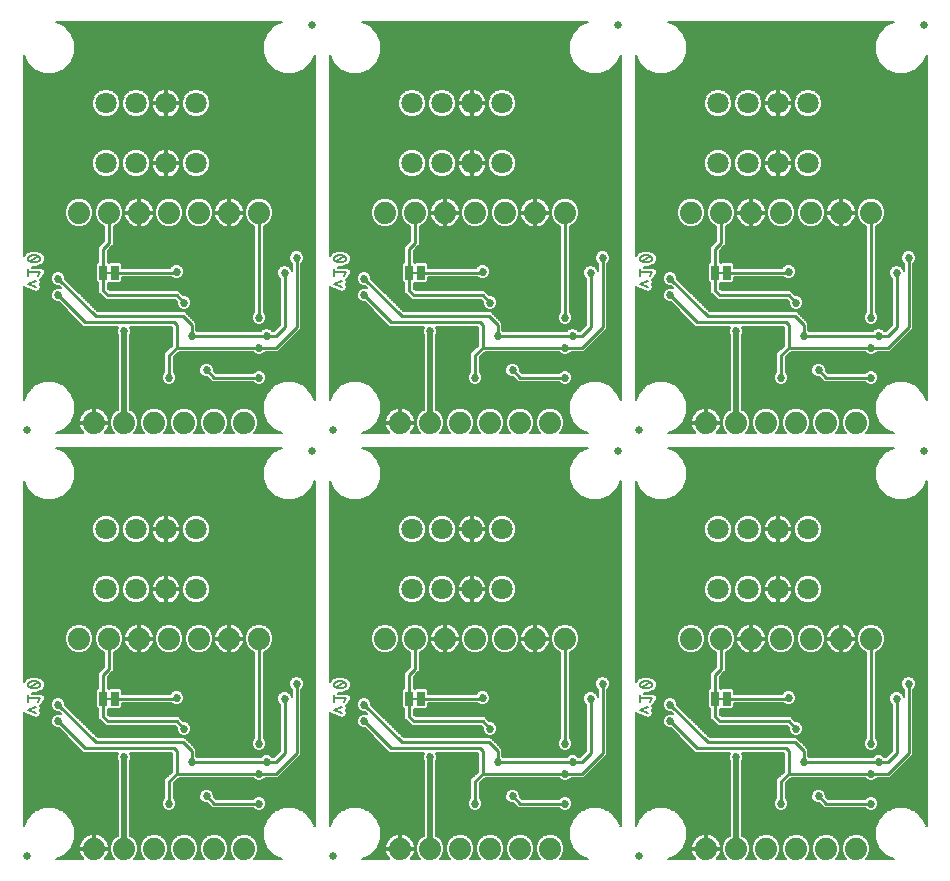
<source format=gbl>
G75*
%MOIN*%
%OFA0B0*%
%FSLAX25Y25*%
%IPPOS*%
%LPD*%
%AMOC8*
5,1,8,0,0,1.08239X$1,22.5*
%
%ADD10C,0.00800*%
%ADD11C,0.07400*%
%ADD12C,0.02500*%
%ADD13R,0.02500X0.05000*%
%ADD14R,0.01600X0.01000*%
%ADD15C,0.07087*%
%ADD16C,0.02000*%
%ADD17C,0.02700*%
%ADD18C,0.01000*%
%ADD19C,0.00600*%
D10*
X0051242Y0079858D02*
X0054042Y0078925D01*
X0054042Y0080792D02*
X0051242Y0079858D01*
X0051242Y0082742D02*
X0051242Y0085075D01*
X0051242Y0083908D02*
X0055442Y0083908D01*
X0054508Y0082742D01*
X0053342Y0089575D02*
X0053230Y0089573D01*
X0053118Y0089568D01*
X0053006Y0089559D01*
X0052895Y0089546D01*
X0052784Y0089530D01*
X0052673Y0089510D01*
X0052564Y0089486D01*
X0052455Y0089459D01*
X0052347Y0089429D01*
X0052240Y0089395D01*
X0052134Y0089358D01*
X0052030Y0089317D01*
X0051927Y0089273D01*
X0051825Y0089225D01*
X0051825Y0089224D02*
X0051772Y0089204D01*
X0051721Y0089181D01*
X0051672Y0089154D01*
X0051624Y0089124D01*
X0051578Y0089091D01*
X0051535Y0089056D01*
X0051494Y0089017D01*
X0051455Y0088976D01*
X0051419Y0088932D01*
X0051387Y0088886D01*
X0051357Y0088839D01*
X0051331Y0088789D01*
X0051307Y0088737D01*
X0051288Y0088685D01*
X0051271Y0088631D01*
X0051259Y0088576D01*
X0051249Y0088520D01*
X0051244Y0088464D01*
X0051242Y0088408D01*
X0051244Y0088352D01*
X0051249Y0088296D01*
X0051259Y0088240D01*
X0051271Y0088185D01*
X0051288Y0088131D01*
X0051307Y0088079D01*
X0051331Y0088027D01*
X0051357Y0087977D01*
X0051387Y0087930D01*
X0051419Y0087884D01*
X0051455Y0087840D01*
X0051494Y0087799D01*
X0051535Y0087760D01*
X0051578Y0087725D01*
X0051624Y0087692D01*
X0051672Y0087662D01*
X0051721Y0087635D01*
X0051772Y0087612D01*
X0051825Y0087592D01*
X0052175Y0087475D02*
X0054508Y0089342D01*
X0054858Y0089224D02*
X0054911Y0089204D01*
X0054962Y0089181D01*
X0055011Y0089154D01*
X0055059Y0089124D01*
X0055105Y0089091D01*
X0055148Y0089056D01*
X0055189Y0089017D01*
X0055228Y0088976D01*
X0055264Y0088932D01*
X0055296Y0088886D01*
X0055326Y0088839D01*
X0055352Y0088789D01*
X0055376Y0088737D01*
X0055395Y0088685D01*
X0055412Y0088631D01*
X0055424Y0088576D01*
X0055434Y0088520D01*
X0055439Y0088464D01*
X0055441Y0088408D01*
X0055439Y0088352D01*
X0055434Y0088296D01*
X0055424Y0088240D01*
X0055412Y0088185D01*
X0055395Y0088131D01*
X0055376Y0088079D01*
X0055352Y0088027D01*
X0055326Y0087977D01*
X0055296Y0087930D01*
X0055263Y0087884D01*
X0055228Y0087840D01*
X0055189Y0087799D01*
X0055148Y0087760D01*
X0055105Y0087725D01*
X0055059Y0087692D01*
X0055011Y0087662D01*
X0054962Y0087635D01*
X0054911Y0087612D01*
X0054858Y0087592D01*
X0054859Y0089225D02*
X0054757Y0089273D01*
X0054654Y0089317D01*
X0054550Y0089358D01*
X0054444Y0089395D01*
X0054337Y0089429D01*
X0054229Y0089459D01*
X0054120Y0089486D01*
X0054011Y0089510D01*
X0053900Y0089530D01*
X0053789Y0089546D01*
X0053678Y0089559D01*
X0053566Y0089568D01*
X0053454Y0089573D01*
X0053342Y0089575D01*
X0053342Y0087242D02*
X0053454Y0087244D01*
X0053566Y0087249D01*
X0053678Y0087258D01*
X0053789Y0087271D01*
X0053900Y0087287D01*
X0054011Y0087307D01*
X0054120Y0087331D01*
X0054229Y0087358D01*
X0054337Y0087388D01*
X0054444Y0087422D01*
X0054550Y0087459D01*
X0054654Y0087500D01*
X0054757Y0087544D01*
X0054859Y0087592D01*
X0053342Y0087242D02*
X0053230Y0087244D01*
X0053118Y0087249D01*
X0053006Y0087258D01*
X0052895Y0087271D01*
X0052784Y0087287D01*
X0052673Y0087307D01*
X0052564Y0087331D01*
X0052455Y0087358D01*
X0052347Y0087388D01*
X0052240Y0087422D01*
X0052134Y0087459D01*
X0052030Y0087500D01*
X0051927Y0087544D01*
X0051825Y0087592D01*
X0153242Y0085075D02*
X0153242Y0082742D01*
X0153242Y0083908D02*
X0157442Y0083908D01*
X0156508Y0082742D01*
X0156042Y0080792D02*
X0153242Y0079858D01*
X0156042Y0078925D01*
X0153825Y0089225D02*
X0153927Y0089273D01*
X0154030Y0089317D01*
X0154134Y0089358D01*
X0154240Y0089395D01*
X0154347Y0089429D01*
X0154455Y0089459D01*
X0154564Y0089486D01*
X0154673Y0089510D01*
X0154784Y0089530D01*
X0154895Y0089546D01*
X0155006Y0089559D01*
X0155118Y0089568D01*
X0155230Y0089573D01*
X0155342Y0089575D01*
X0155342Y0087242D02*
X0155454Y0087244D01*
X0155566Y0087249D01*
X0155678Y0087258D01*
X0155789Y0087271D01*
X0155900Y0087287D01*
X0156011Y0087307D01*
X0156120Y0087331D01*
X0156229Y0087358D01*
X0156337Y0087388D01*
X0156444Y0087422D01*
X0156550Y0087459D01*
X0156654Y0087500D01*
X0156757Y0087544D01*
X0156859Y0087592D01*
X0157441Y0088408D02*
X0157439Y0088464D01*
X0157434Y0088520D01*
X0157424Y0088576D01*
X0157412Y0088631D01*
X0157395Y0088685D01*
X0157376Y0088737D01*
X0157352Y0088789D01*
X0157326Y0088839D01*
X0157296Y0088886D01*
X0157264Y0088932D01*
X0157228Y0088976D01*
X0157189Y0089017D01*
X0157148Y0089056D01*
X0157105Y0089091D01*
X0157059Y0089124D01*
X0157011Y0089154D01*
X0156962Y0089181D01*
X0156911Y0089204D01*
X0156858Y0089224D01*
X0156508Y0089342D02*
X0154175Y0087475D01*
X0153242Y0088408D02*
X0153244Y0088464D01*
X0153249Y0088520D01*
X0153259Y0088576D01*
X0153271Y0088631D01*
X0153288Y0088685D01*
X0153307Y0088737D01*
X0153331Y0088789D01*
X0153357Y0088839D01*
X0153387Y0088886D01*
X0153419Y0088932D01*
X0153455Y0088976D01*
X0153494Y0089017D01*
X0153535Y0089056D01*
X0153578Y0089091D01*
X0153624Y0089124D01*
X0153672Y0089154D01*
X0153721Y0089181D01*
X0153772Y0089204D01*
X0153825Y0089224D01*
X0153242Y0088408D02*
X0153244Y0088352D01*
X0153249Y0088296D01*
X0153259Y0088240D01*
X0153271Y0088185D01*
X0153288Y0088131D01*
X0153307Y0088079D01*
X0153331Y0088027D01*
X0153357Y0087977D01*
X0153387Y0087930D01*
X0153419Y0087884D01*
X0153455Y0087840D01*
X0153494Y0087799D01*
X0153535Y0087760D01*
X0153578Y0087725D01*
X0153624Y0087692D01*
X0153672Y0087662D01*
X0153721Y0087635D01*
X0153772Y0087612D01*
X0153825Y0087592D01*
X0155342Y0089575D02*
X0155454Y0089573D01*
X0155566Y0089568D01*
X0155678Y0089559D01*
X0155789Y0089546D01*
X0155900Y0089530D01*
X0156011Y0089510D01*
X0156120Y0089486D01*
X0156229Y0089459D01*
X0156337Y0089429D01*
X0156444Y0089395D01*
X0156550Y0089358D01*
X0156654Y0089317D01*
X0156757Y0089273D01*
X0156859Y0089225D01*
X0157441Y0088408D02*
X0157439Y0088352D01*
X0157434Y0088296D01*
X0157424Y0088240D01*
X0157412Y0088185D01*
X0157395Y0088131D01*
X0157376Y0088079D01*
X0157352Y0088027D01*
X0157326Y0087977D01*
X0157296Y0087930D01*
X0157263Y0087884D01*
X0157228Y0087840D01*
X0157189Y0087799D01*
X0157148Y0087760D01*
X0157105Y0087725D01*
X0157059Y0087692D01*
X0157011Y0087662D01*
X0156962Y0087635D01*
X0156911Y0087612D01*
X0156858Y0087592D01*
X0155342Y0087242D02*
X0155230Y0087244D01*
X0155118Y0087249D01*
X0155006Y0087258D01*
X0154895Y0087271D01*
X0154784Y0087287D01*
X0154673Y0087307D01*
X0154564Y0087331D01*
X0154455Y0087358D01*
X0154347Y0087388D01*
X0154240Y0087422D01*
X0154134Y0087459D01*
X0154030Y0087500D01*
X0153927Y0087544D01*
X0153825Y0087592D01*
X0255242Y0085075D02*
X0255242Y0082742D01*
X0255242Y0083908D02*
X0259442Y0083908D01*
X0258508Y0082742D01*
X0258042Y0080792D02*
X0255242Y0079858D01*
X0258042Y0078925D01*
X0255825Y0089225D02*
X0255927Y0089273D01*
X0256030Y0089317D01*
X0256134Y0089358D01*
X0256240Y0089395D01*
X0256347Y0089429D01*
X0256455Y0089459D01*
X0256564Y0089486D01*
X0256673Y0089510D01*
X0256784Y0089530D01*
X0256895Y0089546D01*
X0257006Y0089559D01*
X0257118Y0089568D01*
X0257230Y0089573D01*
X0257342Y0089575D01*
X0257342Y0087242D02*
X0257454Y0087244D01*
X0257566Y0087249D01*
X0257678Y0087258D01*
X0257789Y0087271D01*
X0257900Y0087287D01*
X0258011Y0087307D01*
X0258120Y0087331D01*
X0258229Y0087358D01*
X0258337Y0087388D01*
X0258444Y0087422D01*
X0258550Y0087459D01*
X0258654Y0087500D01*
X0258757Y0087544D01*
X0258859Y0087592D01*
X0259441Y0088408D02*
X0259439Y0088464D01*
X0259434Y0088520D01*
X0259424Y0088576D01*
X0259412Y0088631D01*
X0259395Y0088685D01*
X0259376Y0088737D01*
X0259352Y0088789D01*
X0259326Y0088839D01*
X0259296Y0088886D01*
X0259264Y0088932D01*
X0259228Y0088976D01*
X0259189Y0089017D01*
X0259148Y0089056D01*
X0259105Y0089091D01*
X0259059Y0089124D01*
X0259011Y0089154D01*
X0258962Y0089181D01*
X0258911Y0089204D01*
X0258858Y0089224D01*
X0258508Y0089342D02*
X0256175Y0087475D01*
X0255242Y0088408D02*
X0255244Y0088464D01*
X0255249Y0088520D01*
X0255259Y0088576D01*
X0255271Y0088631D01*
X0255288Y0088685D01*
X0255307Y0088737D01*
X0255331Y0088789D01*
X0255357Y0088839D01*
X0255387Y0088886D01*
X0255419Y0088932D01*
X0255455Y0088976D01*
X0255494Y0089017D01*
X0255535Y0089056D01*
X0255578Y0089091D01*
X0255624Y0089124D01*
X0255672Y0089154D01*
X0255721Y0089181D01*
X0255772Y0089204D01*
X0255825Y0089224D01*
X0255242Y0088408D02*
X0255244Y0088352D01*
X0255249Y0088296D01*
X0255259Y0088240D01*
X0255271Y0088185D01*
X0255288Y0088131D01*
X0255307Y0088079D01*
X0255331Y0088027D01*
X0255357Y0087977D01*
X0255387Y0087930D01*
X0255419Y0087884D01*
X0255455Y0087840D01*
X0255494Y0087799D01*
X0255535Y0087760D01*
X0255578Y0087725D01*
X0255624Y0087692D01*
X0255672Y0087662D01*
X0255721Y0087635D01*
X0255772Y0087612D01*
X0255825Y0087592D01*
X0257342Y0089575D02*
X0257454Y0089573D01*
X0257566Y0089568D01*
X0257678Y0089559D01*
X0257789Y0089546D01*
X0257900Y0089530D01*
X0258011Y0089510D01*
X0258120Y0089486D01*
X0258229Y0089459D01*
X0258337Y0089429D01*
X0258444Y0089395D01*
X0258550Y0089358D01*
X0258654Y0089317D01*
X0258757Y0089273D01*
X0258859Y0089225D01*
X0259441Y0088408D02*
X0259439Y0088352D01*
X0259434Y0088296D01*
X0259424Y0088240D01*
X0259412Y0088185D01*
X0259395Y0088131D01*
X0259376Y0088079D01*
X0259352Y0088027D01*
X0259326Y0087977D01*
X0259296Y0087930D01*
X0259263Y0087884D01*
X0259228Y0087840D01*
X0259189Y0087799D01*
X0259148Y0087760D01*
X0259105Y0087725D01*
X0259059Y0087692D01*
X0259011Y0087662D01*
X0258962Y0087635D01*
X0258911Y0087612D01*
X0258858Y0087592D01*
X0257342Y0087242D02*
X0257230Y0087244D01*
X0257118Y0087249D01*
X0257006Y0087258D01*
X0256895Y0087271D01*
X0256784Y0087287D01*
X0256673Y0087307D01*
X0256564Y0087331D01*
X0256455Y0087358D01*
X0256347Y0087388D01*
X0256240Y0087422D01*
X0256134Y0087459D01*
X0256030Y0087500D01*
X0255927Y0087544D01*
X0255825Y0087592D01*
X0258042Y0220925D02*
X0255242Y0221858D01*
X0258042Y0222792D01*
X0258508Y0224742D02*
X0259442Y0225908D01*
X0255242Y0225908D01*
X0255242Y0224742D02*
X0255242Y0227075D01*
X0255825Y0231225D02*
X0255927Y0231273D01*
X0256030Y0231317D01*
X0256134Y0231358D01*
X0256240Y0231395D01*
X0256347Y0231429D01*
X0256455Y0231459D01*
X0256564Y0231486D01*
X0256673Y0231510D01*
X0256784Y0231530D01*
X0256895Y0231546D01*
X0257006Y0231559D01*
X0257118Y0231568D01*
X0257230Y0231573D01*
X0257342Y0231575D01*
X0257342Y0229242D02*
X0257454Y0229244D01*
X0257566Y0229249D01*
X0257678Y0229258D01*
X0257789Y0229271D01*
X0257900Y0229287D01*
X0258011Y0229307D01*
X0258120Y0229331D01*
X0258229Y0229358D01*
X0258337Y0229388D01*
X0258444Y0229422D01*
X0258550Y0229459D01*
X0258654Y0229500D01*
X0258757Y0229544D01*
X0258859Y0229592D01*
X0259441Y0230408D02*
X0259439Y0230464D01*
X0259434Y0230520D01*
X0259424Y0230576D01*
X0259412Y0230631D01*
X0259395Y0230685D01*
X0259376Y0230737D01*
X0259352Y0230789D01*
X0259326Y0230839D01*
X0259296Y0230886D01*
X0259264Y0230932D01*
X0259228Y0230976D01*
X0259189Y0231017D01*
X0259148Y0231056D01*
X0259105Y0231091D01*
X0259059Y0231124D01*
X0259011Y0231154D01*
X0258962Y0231181D01*
X0258911Y0231204D01*
X0258858Y0231224D01*
X0258508Y0231342D02*
X0256175Y0229475D01*
X0255242Y0230408D02*
X0255244Y0230464D01*
X0255249Y0230520D01*
X0255259Y0230576D01*
X0255271Y0230631D01*
X0255288Y0230685D01*
X0255307Y0230737D01*
X0255331Y0230789D01*
X0255357Y0230839D01*
X0255387Y0230886D01*
X0255419Y0230932D01*
X0255455Y0230976D01*
X0255494Y0231017D01*
X0255535Y0231056D01*
X0255578Y0231091D01*
X0255624Y0231124D01*
X0255672Y0231154D01*
X0255721Y0231181D01*
X0255772Y0231204D01*
X0255825Y0231224D01*
X0255242Y0230408D02*
X0255244Y0230352D01*
X0255249Y0230296D01*
X0255259Y0230240D01*
X0255271Y0230185D01*
X0255288Y0230131D01*
X0255307Y0230079D01*
X0255331Y0230027D01*
X0255357Y0229977D01*
X0255387Y0229930D01*
X0255419Y0229884D01*
X0255455Y0229840D01*
X0255494Y0229799D01*
X0255535Y0229760D01*
X0255578Y0229725D01*
X0255624Y0229692D01*
X0255672Y0229662D01*
X0255721Y0229635D01*
X0255772Y0229612D01*
X0255825Y0229592D01*
X0257342Y0231575D02*
X0257454Y0231573D01*
X0257566Y0231568D01*
X0257678Y0231559D01*
X0257789Y0231546D01*
X0257900Y0231530D01*
X0258011Y0231510D01*
X0258120Y0231486D01*
X0258229Y0231459D01*
X0258337Y0231429D01*
X0258444Y0231395D01*
X0258550Y0231358D01*
X0258654Y0231317D01*
X0258757Y0231273D01*
X0258859Y0231225D01*
X0259441Y0230408D02*
X0259439Y0230352D01*
X0259434Y0230296D01*
X0259424Y0230240D01*
X0259412Y0230185D01*
X0259395Y0230131D01*
X0259376Y0230079D01*
X0259352Y0230027D01*
X0259326Y0229977D01*
X0259296Y0229930D01*
X0259263Y0229884D01*
X0259228Y0229840D01*
X0259189Y0229799D01*
X0259148Y0229760D01*
X0259105Y0229725D01*
X0259059Y0229692D01*
X0259011Y0229662D01*
X0258962Y0229635D01*
X0258911Y0229612D01*
X0258858Y0229592D01*
X0257342Y0229242D02*
X0257230Y0229244D01*
X0257118Y0229249D01*
X0257006Y0229258D01*
X0256895Y0229271D01*
X0256784Y0229287D01*
X0256673Y0229307D01*
X0256564Y0229331D01*
X0256455Y0229358D01*
X0256347Y0229388D01*
X0256240Y0229422D01*
X0256134Y0229459D01*
X0256030Y0229500D01*
X0255927Y0229544D01*
X0255825Y0229592D01*
X0157442Y0225908D02*
X0153242Y0225908D01*
X0153242Y0224742D02*
X0153242Y0227075D01*
X0153825Y0231225D02*
X0153927Y0231273D01*
X0154030Y0231317D01*
X0154134Y0231358D01*
X0154240Y0231395D01*
X0154347Y0231429D01*
X0154455Y0231459D01*
X0154564Y0231486D01*
X0154673Y0231510D01*
X0154784Y0231530D01*
X0154895Y0231546D01*
X0155006Y0231559D01*
X0155118Y0231568D01*
X0155230Y0231573D01*
X0155342Y0231575D01*
X0155342Y0229242D02*
X0155454Y0229244D01*
X0155566Y0229249D01*
X0155678Y0229258D01*
X0155789Y0229271D01*
X0155900Y0229287D01*
X0156011Y0229307D01*
X0156120Y0229331D01*
X0156229Y0229358D01*
X0156337Y0229388D01*
X0156444Y0229422D01*
X0156550Y0229459D01*
X0156654Y0229500D01*
X0156757Y0229544D01*
X0156859Y0229592D01*
X0157441Y0230408D02*
X0157439Y0230464D01*
X0157434Y0230520D01*
X0157424Y0230576D01*
X0157412Y0230631D01*
X0157395Y0230685D01*
X0157376Y0230737D01*
X0157352Y0230789D01*
X0157326Y0230839D01*
X0157296Y0230886D01*
X0157264Y0230932D01*
X0157228Y0230976D01*
X0157189Y0231017D01*
X0157148Y0231056D01*
X0157105Y0231091D01*
X0157059Y0231124D01*
X0157011Y0231154D01*
X0156962Y0231181D01*
X0156911Y0231204D01*
X0156858Y0231224D01*
X0156508Y0231342D02*
X0154175Y0229475D01*
X0153242Y0230408D02*
X0153244Y0230464D01*
X0153249Y0230520D01*
X0153259Y0230576D01*
X0153271Y0230631D01*
X0153288Y0230685D01*
X0153307Y0230737D01*
X0153331Y0230789D01*
X0153357Y0230839D01*
X0153387Y0230886D01*
X0153419Y0230932D01*
X0153455Y0230976D01*
X0153494Y0231017D01*
X0153535Y0231056D01*
X0153578Y0231091D01*
X0153624Y0231124D01*
X0153672Y0231154D01*
X0153721Y0231181D01*
X0153772Y0231204D01*
X0153825Y0231224D01*
X0153242Y0230408D02*
X0153244Y0230352D01*
X0153249Y0230296D01*
X0153259Y0230240D01*
X0153271Y0230185D01*
X0153288Y0230131D01*
X0153307Y0230079D01*
X0153331Y0230027D01*
X0153357Y0229977D01*
X0153387Y0229930D01*
X0153419Y0229884D01*
X0153455Y0229840D01*
X0153494Y0229799D01*
X0153535Y0229760D01*
X0153578Y0229725D01*
X0153624Y0229692D01*
X0153672Y0229662D01*
X0153721Y0229635D01*
X0153772Y0229612D01*
X0153825Y0229592D01*
X0155342Y0231575D02*
X0155454Y0231573D01*
X0155566Y0231568D01*
X0155678Y0231559D01*
X0155789Y0231546D01*
X0155900Y0231530D01*
X0156011Y0231510D01*
X0156120Y0231486D01*
X0156229Y0231459D01*
X0156337Y0231429D01*
X0156444Y0231395D01*
X0156550Y0231358D01*
X0156654Y0231317D01*
X0156757Y0231273D01*
X0156859Y0231225D01*
X0157441Y0230408D02*
X0157439Y0230352D01*
X0157434Y0230296D01*
X0157424Y0230240D01*
X0157412Y0230185D01*
X0157395Y0230131D01*
X0157376Y0230079D01*
X0157352Y0230027D01*
X0157326Y0229977D01*
X0157296Y0229930D01*
X0157263Y0229884D01*
X0157228Y0229840D01*
X0157189Y0229799D01*
X0157148Y0229760D01*
X0157105Y0229725D01*
X0157059Y0229692D01*
X0157011Y0229662D01*
X0156962Y0229635D01*
X0156911Y0229612D01*
X0156858Y0229592D01*
X0155342Y0229242D02*
X0155230Y0229244D01*
X0155118Y0229249D01*
X0155006Y0229258D01*
X0154895Y0229271D01*
X0154784Y0229287D01*
X0154673Y0229307D01*
X0154564Y0229331D01*
X0154455Y0229358D01*
X0154347Y0229388D01*
X0154240Y0229422D01*
X0154134Y0229459D01*
X0154030Y0229500D01*
X0153927Y0229544D01*
X0153825Y0229592D01*
X0157442Y0225908D02*
X0156508Y0224742D01*
X0156042Y0222792D02*
X0153242Y0221858D01*
X0156042Y0220925D01*
X0055442Y0225908D02*
X0051242Y0225908D01*
X0051242Y0224742D02*
X0051242Y0227075D01*
X0051825Y0231225D02*
X0051927Y0231273D01*
X0052030Y0231317D01*
X0052134Y0231358D01*
X0052240Y0231395D01*
X0052347Y0231429D01*
X0052455Y0231459D01*
X0052564Y0231486D01*
X0052673Y0231510D01*
X0052784Y0231530D01*
X0052895Y0231546D01*
X0053006Y0231559D01*
X0053118Y0231568D01*
X0053230Y0231573D01*
X0053342Y0231575D01*
X0053342Y0229242D02*
X0053454Y0229244D01*
X0053566Y0229249D01*
X0053678Y0229258D01*
X0053789Y0229271D01*
X0053900Y0229287D01*
X0054011Y0229307D01*
X0054120Y0229331D01*
X0054229Y0229358D01*
X0054337Y0229388D01*
X0054444Y0229422D01*
X0054550Y0229459D01*
X0054654Y0229500D01*
X0054757Y0229544D01*
X0054859Y0229592D01*
X0055441Y0230408D02*
X0055439Y0230464D01*
X0055434Y0230520D01*
X0055424Y0230576D01*
X0055412Y0230631D01*
X0055395Y0230685D01*
X0055376Y0230737D01*
X0055352Y0230789D01*
X0055326Y0230839D01*
X0055296Y0230886D01*
X0055264Y0230932D01*
X0055228Y0230976D01*
X0055189Y0231017D01*
X0055148Y0231056D01*
X0055105Y0231091D01*
X0055059Y0231124D01*
X0055011Y0231154D01*
X0054962Y0231181D01*
X0054911Y0231204D01*
X0054858Y0231224D01*
X0054508Y0231342D02*
X0052175Y0229475D01*
X0051242Y0230408D02*
X0051244Y0230464D01*
X0051249Y0230520D01*
X0051259Y0230576D01*
X0051271Y0230631D01*
X0051288Y0230685D01*
X0051307Y0230737D01*
X0051331Y0230789D01*
X0051357Y0230839D01*
X0051387Y0230886D01*
X0051419Y0230932D01*
X0051455Y0230976D01*
X0051494Y0231017D01*
X0051535Y0231056D01*
X0051578Y0231091D01*
X0051624Y0231124D01*
X0051672Y0231154D01*
X0051721Y0231181D01*
X0051772Y0231204D01*
X0051825Y0231224D01*
X0051242Y0230408D02*
X0051244Y0230352D01*
X0051249Y0230296D01*
X0051259Y0230240D01*
X0051271Y0230185D01*
X0051288Y0230131D01*
X0051307Y0230079D01*
X0051331Y0230027D01*
X0051357Y0229977D01*
X0051387Y0229930D01*
X0051419Y0229884D01*
X0051455Y0229840D01*
X0051494Y0229799D01*
X0051535Y0229760D01*
X0051578Y0229725D01*
X0051624Y0229692D01*
X0051672Y0229662D01*
X0051721Y0229635D01*
X0051772Y0229612D01*
X0051825Y0229592D01*
X0053342Y0231575D02*
X0053454Y0231573D01*
X0053566Y0231568D01*
X0053678Y0231559D01*
X0053789Y0231546D01*
X0053900Y0231530D01*
X0054011Y0231510D01*
X0054120Y0231486D01*
X0054229Y0231459D01*
X0054337Y0231429D01*
X0054444Y0231395D01*
X0054550Y0231358D01*
X0054654Y0231317D01*
X0054757Y0231273D01*
X0054859Y0231225D01*
X0055441Y0230408D02*
X0055439Y0230352D01*
X0055434Y0230296D01*
X0055424Y0230240D01*
X0055412Y0230185D01*
X0055395Y0230131D01*
X0055376Y0230079D01*
X0055352Y0230027D01*
X0055326Y0229977D01*
X0055296Y0229930D01*
X0055263Y0229884D01*
X0055228Y0229840D01*
X0055189Y0229799D01*
X0055148Y0229760D01*
X0055105Y0229725D01*
X0055059Y0229692D01*
X0055011Y0229662D01*
X0054962Y0229635D01*
X0054911Y0229612D01*
X0054858Y0229592D01*
X0053342Y0229242D02*
X0053230Y0229244D01*
X0053118Y0229249D01*
X0053006Y0229258D01*
X0052895Y0229271D01*
X0052784Y0229287D01*
X0052673Y0229307D01*
X0052564Y0229331D01*
X0052455Y0229358D01*
X0052347Y0229388D01*
X0052240Y0229422D01*
X0052134Y0229459D01*
X0052030Y0229500D01*
X0051927Y0229544D01*
X0051825Y0229592D01*
X0055442Y0225908D02*
X0054508Y0224742D01*
X0054042Y0222792D02*
X0051242Y0221858D01*
X0054042Y0220925D01*
D11*
X0068342Y0245750D03*
X0078342Y0245750D03*
X0088342Y0245750D03*
X0098342Y0245750D03*
X0108342Y0245750D03*
X0118342Y0245750D03*
X0128342Y0245750D03*
X0170342Y0245750D03*
X0180342Y0245750D03*
X0190342Y0245750D03*
X0200342Y0245750D03*
X0210342Y0245750D03*
X0220342Y0245750D03*
X0230342Y0245750D03*
X0272342Y0245750D03*
X0282342Y0245750D03*
X0292342Y0245750D03*
X0302342Y0245750D03*
X0312342Y0245750D03*
X0322342Y0245750D03*
X0332342Y0245750D03*
X0327342Y0175750D03*
X0317342Y0175750D03*
X0307342Y0175750D03*
X0297342Y0175750D03*
X0287342Y0175750D03*
X0277342Y0175750D03*
X0225342Y0175750D03*
X0215342Y0175750D03*
X0205342Y0175750D03*
X0195342Y0175750D03*
X0185342Y0175750D03*
X0175342Y0175750D03*
X0123342Y0175750D03*
X0113342Y0175750D03*
X0103342Y0175750D03*
X0093342Y0175750D03*
X0083342Y0175750D03*
X0073342Y0175750D03*
X0078342Y0103750D03*
X0088342Y0103750D03*
X0098342Y0103750D03*
X0108342Y0103750D03*
X0118342Y0103750D03*
X0128342Y0103750D03*
X0170342Y0103750D03*
X0180342Y0103750D03*
X0190342Y0103750D03*
X0200342Y0103750D03*
X0210342Y0103750D03*
X0220342Y0103750D03*
X0230342Y0103750D03*
X0272342Y0103750D03*
X0282342Y0103750D03*
X0292342Y0103750D03*
X0302342Y0103750D03*
X0312342Y0103750D03*
X0322342Y0103750D03*
X0332342Y0103750D03*
X0327342Y0033750D03*
X0317342Y0033750D03*
X0307342Y0033750D03*
X0297342Y0033750D03*
X0287342Y0033750D03*
X0277342Y0033750D03*
X0225342Y0033750D03*
X0215342Y0033750D03*
X0205342Y0033750D03*
X0195342Y0033750D03*
X0185342Y0033750D03*
X0175342Y0033750D03*
X0123342Y0033750D03*
X0113342Y0033750D03*
X0103342Y0033750D03*
X0093342Y0033750D03*
X0083342Y0033750D03*
X0073342Y0033750D03*
X0068342Y0103750D03*
D12*
X0145842Y0166250D03*
X0152842Y0173250D03*
X0247842Y0166250D03*
X0254842Y0173250D03*
X0349842Y0166250D03*
X0254842Y0031250D03*
X0152842Y0031250D03*
X0050842Y0031250D03*
X0050842Y0173250D03*
X0145842Y0308250D03*
X0247842Y0308250D03*
X0349842Y0308250D03*
D13*
X0284342Y0225750D03*
X0280342Y0225750D03*
X0182342Y0225750D03*
X0178342Y0225750D03*
X0080342Y0225750D03*
X0076342Y0225750D03*
X0076342Y0083750D03*
X0080342Y0083750D03*
X0178342Y0083750D03*
X0182342Y0083750D03*
X0280342Y0083750D03*
X0284342Y0083750D03*
D14*
X0282342Y0083750D03*
X0180342Y0083750D03*
X0078342Y0083750D03*
X0078342Y0225750D03*
X0180342Y0225750D03*
X0282342Y0225750D03*
D15*
X0281342Y0262250D03*
X0291342Y0262250D03*
X0301342Y0262250D03*
X0311342Y0262250D03*
X0311342Y0282250D03*
X0301342Y0282250D03*
X0291342Y0282250D03*
X0281342Y0282250D03*
X0209342Y0282250D03*
X0199342Y0282250D03*
X0189342Y0282250D03*
X0179342Y0282250D03*
X0179342Y0262250D03*
X0189342Y0262250D03*
X0199342Y0262250D03*
X0209342Y0262250D03*
X0107342Y0262250D03*
X0097342Y0262250D03*
X0087342Y0262250D03*
X0077342Y0262250D03*
X0077342Y0282250D03*
X0087342Y0282250D03*
X0097342Y0282250D03*
X0107342Y0282250D03*
X0107342Y0140250D03*
X0097342Y0140250D03*
X0087342Y0140250D03*
X0077342Y0140250D03*
X0077342Y0120250D03*
X0087342Y0120250D03*
X0097342Y0120250D03*
X0107342Y0120250D03*
X0179342Y0120250D03*
X0189342Y0120250D03*
X0199342Y0120250D03*
X0209342Y0120250D03*
X0209342Y0140250D03*
X0199342Y0140250D03*
X0189342Y0140250D03*
X0179342Y0140250D03*
X0281342Y0140250D03*
X0291342Y0140250D03*
X0301342Y0140250D03*
X0311342Y0140250D03*
X0311342Y0120250D03*
X0301342Y0120250D03*
X0291342Y0120250D03*
X0281342Y0120250D03*
D16*
X0287342Y0175750D02*
X0287342Y0206250D01*
X0185342Y0206250D02*
X0185342Y0175750D01*
X0083342Y0175750D02*
X0083342Y0206250D01*
X0083342Y0064250D02*
X0083342Y0033750D01*
X0185342Y0033750D02*
X0185342Y0064250D01*
X0287342Y0064250D02*
X0287342Y0033750D01*
D17*
X0302342Y0048750D03*
X0314842Y0051250D03*
X0309842Y0062750D03*
X0322342Y0068750D03*
X0332342Y0068750D03*
X0334842Y0062750D03*
X0332342Y0058750D03*
X0332342Y0048750D03*
X0307342Y0073750D03*
X0304842Y0084086D03*
X0284842Y0073750D03*
X0287342Y0064250D03*
X0277342Y0058750D03*
X0264842Y0068750D03*
X0265342Y0076250D03*
X0265342Y0081750D03*
X0265342Y0089750D03*
X0277342Y0089750D03*
X0242842Y0088750D03*
X0238842Y0083750D03*
X0236342Y0077750D03*
X0230342Y0068750D03*
X0232842Y0062750D03*
X0230342Y0058750D03*
X0230342Y0048750D03*
X0212842Y0051250D03*
X0207842Y0062750D03*
X0205342Y0073750D03*
X0202842Y0084086D03*
X0182842Y0073750D03*
X0185342Y0064250D03*
X0175342Y0058750D03*
X0162842Y0068750D03*
X0163342Y0076250D03*
X0163342Y0081750D03*
X0163342Y0089750D03*
X0175342Y0089750D03*
X0140842Y0088750D03*
X0136842Y0083750D03*
X0134342Y0077750D03*
X0128342Y0068750D03*
X0130842Y0062750D03*
X0128342Y0058750D03*
X0128342Y0048750D03*
X0110842Y0051250D03*
X0105842Y0062750D03*
X0118342Y0068750D03*
X0103342Y0073750D03*
X0100842Y0084086D03*
X0080842Y0073750D03*
X0083342Y0064250D03*
X0073342Y0058750D03*
X0060842Y0068750D03*
X0061342Y0076250D03*
X0061342Y0081750D03*
X0061342Y0089750D03*
X0073342Y0089750D03*
X0098342Y0048750D03*
X0200342Y0048750D03*
X0220342Y0068750D03*
X0338342Y0077750D03*
X0340842Y0083750D03*
X0344842Y0088750D03*
X0332342Y0190750D03*
X0332342Y0200750D03*
X0334842Y0204750D03*
X0332342Y0210750D03*
X0322342Y0210750D03*
X0309842Y0204750D03*
X0307342Y0215750D03*
X0304842Y0226086D03*
X0284842Y0215750D03*
X0287342Y0206250D03*
X0277342Y0200750D03*
X0264842Y0210750D03*
X0265342Y0218250D03*
X0265342Y0223750D03*
X0265342Y0231750D03*
X0277342Y0231750D03*
X0242842Y0230750D03*
X0238842Y0225750D03*
X0236342Y0219750D03*
X0230342Y0210750D03*
X0232842Y0204750D03*
X0230342Y0200750D03*
X0230342Y0190750D03*
X0212842Y0193250D03*
X0207842Y0204750D03*
X0205342Y0215750D03*
X0202842Y0226086D03*
X0182842Y0215750D03*
X0185342Y0206250D03*
X0175342Y0200750D03*
X0162842Y0210750D03*
X0163342Y0218250D03*
X0163342Y0223750D03*
X0163342Y0231750D03*
X0175342Y0231750D03*
X0140842Y0230750D03*
X0136842Y0225750D03*
X0134342Y0219750D03*
X0128342Y0210750D03*
X0130842Y0204750D03*
X0128342Y0200750D03*
X0128342Y0190750D03*
X0110842Y0193250D03*
X0105842Y0204750D03*
X0118342Y0210750D03*
X0103342Y0215750D03*
X0100842Y0226086D03*
X0080842Y0215750D03*
X0083342Y0206250D03*
X0073342Y0200750D03*
X0060842Y0210750D03*
X0061342Y0218250D03*
X0061342Y0223750D03*
X0061342Y0231750D03*
X0073342Y0231750D03*
X0098342Y0190750D03*
X0200342Y0190750D03*
X0220342Y0210750D03*
X0302342Y0190750D03*
X0314842Y0193250D03*
X0338342Y0219750D03*
X0340842Y0225750D03*
X0344842Y0230750D03*
D18*
X0344842Y0207750D01*
X0337842Y0200750D01*
X0332342Y0200750D01*
X0304842Y0200750D01*
X0304842Y0208250D01*
X0303842Y0209250D01*
X0274342Y0209250D01*
X0265342Y0218250D01*
X0265342Y0223750D02*
X0277842Y0211250D01*
X0306842Y0211250D01*
X0309842Y0208250D01*
X0309842Y0204750D01*
X0334842Y0204750D01*
X0337842Y0204750D01*
X0340842Y0207750D01*
X0340842Y0225750D01*
X0332342Y0210750D02*
X0332342Y0245750D01*
X0304842Y0226086D02*
X0304506Y0225750D01*
X0284342Y0225750D01*
X0280342Y0225750D02*
X0280342Y0233750D01*
X0282342Y0235750D01*
X0282342Y0245750D01*
X0280342Y0225750D02*
X0280342Y0219750D01*
X0281842Y0218250D01*
X0304842Y0218250D01*
X0307342Y0215750D01*
X0304842Y0200750D02*
X0302342Y0198250D01*
X0302342Y0190750D01*
X0314842Y0193250D02*
X0317342Y0190750D01*
X0332342Y0190750D01*
X0242842Y0207750D02*
X0235842Y0200750D01*
X0230342Y0200750D01*
X0202842Y0200750D01*
X0202842Y0208250D01*
X0201842Y0209250D01*
X0172342Y0209250D01*
X0163342Y0218250D01*
X0163342Y0223750D02*
X0175842Y0211250D01*
X0204842Y0211250D01*
X0207842Y0208250D01*
X0207842Y0204750D01*
X0232842Y0204750D01*
X0235842Y0204750D01*
X0238842Y0207750D01*
X0238842Y0225750D01*
X0242842Y0230750D02*
X0242842Y0207750D01*
X0230342Y0210750D02*
X0230342Y0245750D01*
X0202842Y0226086D02*
X0202506Y0225750D01*
X0182342Y0225750D01*
X0178342Y0225750D02*
X0178342Y0233750D01*
X0180342Y0235750D01*
X0180342Y0245750D01*
X0178342Y0225750D02*
X0178342Y0219750D01*
X0179842Y0218250D01*
X0202842Y0218250D01*
X0205342Y0215750D01*
X0202842Y0200750D02*
X0200342Y0198250D01*
X0200342Y0190750D01*
X0212842Y0193250D02*
X0215342Y0190750D01*
X0230342Y0190750D01*
X0140842Y0207750D02*
X0133842Y0200750D01*
X0128342Y0200750D01*
X0100842Y0200750D01*
X0100842Y0208250D01*
X0099842Y0209250D01*
X0070342Y0209250D01*
X0061342Y0218250D01*
X0061342Y0223750D02*
X0073842Y0211250D01*
X0102842Y0211250D01*
X0105842Y0208250D01*
X0105842Y0204750D01*
X0130842Y0204750D01*
X0133842Y0204750D01*
X0136842Y0207750D01*
X0136842Y0225750D01*
X0140842Y0230750D02*
X0140842Y0207750D01*
X0128342Y0210750D02*
X0128342Y0245750D01*
X0100842Y0226086D02*
X0100506Y0225750D01*
X0080342Y0225750D01*
X0076342Y0225750D02*
X0076342Y0233750D01*
X0078342Y0235750D01*
X0078342Y0245750D01*
X0076342Y0225750D02*
X0076342Y0219750D01*
X0077842Y0218250D01*
X0100842Y0218250D01*
X0103342Y0215750D01*
X0100842Y0200750D02*
X0098342Y0198250D01*
X0098342Y0190750D01*
X0110842Y0193250D02*
X0113342Y0190750D01*
X0128342Y0190750D01*
X0128342Y0103750D02*
X0128342Y0068750D01*
X0130842Y0062750D02*
X0105842Y0062750D01*
X0105842Y0066250D01*
X0102842Y0069250D01*
X0073842Y0069250D01*
X0061342Y0081750D01*
X0061342Y0076250D02*
X0070342Y0067250D01*
X0099842Y0067250D01*
X0100842Y0066250D01*
X0100842Y0058750D01*
X0098342Y0056250D01*
X0098342Y0048750D01*
X0100842Y0058750D02*
X0128342Y0058750D01*
X0133842Y0058750D01*
X0140842Y0065750D01*
X0140842Y0088750D01*
X0136842Y0083750D02*
X0136842Y0065750D01*
X0133842Y0062750D01*
X0130842Y0062750D01*
X0128342Y0048750D02*
X0113342Y0048750D01*
X0110842Y0051250D01*
X0103342Y0073750D02*
X0100842Y0076250D01*
X0077842Y0076250D01*
X0076342Y0077750D01*
X0076342Y0083750D01*
X0076342Y0091750D01*
X0078342Y0093750D01*
X0078342Y0103750D01*
X0080342Y0083750D02*
X0100506Y0083750D01*
X0100842Y0084086D01*
X0163342Y0081750D02*
X0175842Y0069250D01*
X0204842Y0069250D01*
X0207842Y0066250D01*
X0207842Y0062750D01*
X0232842Y0062750D01*
X0235842Y0062750D01*
X0238842Y0065750D01*
X0238842Y0083750D01*
X0242842Y0088750D02*
X0242842Y0065750D01*
X0235842Y0058750D01*
X0230342Y0058750D01*
X0202842Y0058750D01*
X0202842Y0066250D01*
X0201842Y0067250D01*
X0172342Y0067250D01*
X0163342Y0076250D01*
X0178342Y0077750D02*
X0178342Y0083750D01*
X0178342Y0091750D01*
X0180342Y0093750D01*
X0180342Y0103750D01*
X0182342Y0083750D02*
X0202506Y0083750D01*
X0202842Y0084086D01*
X0202842Y0076250D02*
X0179842Y0076250D01*
X0178342Y0077750D01*
X0202842Y0076250D02*
X0205342Y0073750D01*
X0202842Y0058750D02*
X0200342Y0056250D01*
X0200342Y0048750D01*
X0212842Y0051250D02*
X0215342Y0048750D01*
X0230342Y0048750D01*
X0230342Y0068750D02*
X0230342Y0103750D01*
X0265342Y0081750D02*
X0277842Y0069250D01*
X0306842Y0069250D01*
X0309842Y0066250D01*
X0309842Y0062750D01*
X0334842Y0062750D01*
X0337842Y0062750D01*
X0340842Y0065750D01*
X0340842Y0083750D01*
X0344842Y0088750D02*
X0344842Y0065750D01*
X0337842Y0058750D01*
X0332342Y0058750D01*
X0304842Y0058750D01*
X0304842Y0066250D01*
X0303842Y0067250D01*
X0274342Y0067250D01*
X0265342Y0076250D01*
X0280342Y0077750D02*
X0280342Y0083750D01*
X0280342Y0091750D01*
X0282342Y0093750D01*
X0282342Y0103750D01*
X0284342Y0083750D02*
X0304506Y0083750D01*
X0304842Y0084086D01*
X0304842Y0076250D02*
X0281842Y0076250D01*
X0280342Y0077750D01*
X0304842Y0076250D02*
X0307342Y0073750D01*
X0304842Y0058750D02*
X0302342Y0056250D01*
X0302342Y0048750D01*
X0314842Y0051250D02*
X0317342Y0048750D01*
X0332342Y0048750D01*
X0332342Y0068750D02*
X0332342Y0103750D01*
D19*
X0049842Y0079304D02*
X0049842Y0041225D01*
X0050882Y0043735D01*
X0050882Y0043735D01*
X0053357Y0046210D01*
X0053357Y0046210D01*
X0056591Y0047550D01*
X0060092Y0047550D01*
X0063327Y0046210D01*
X0063327Y0046210D01*
X0065802Y0043735D01*
X0065802Y0043735D01*
X0067142Y0040500D01*
X0067142Y0037000D01*
X0065802Y0033765D01*
X0065802Y0033765D01*
X0063327Y0031290D01*
X0063327Y0031290D01*
X0060816Y0030250D01*
X0069771Y0030250D01*
X0069528Y0030493D01*
X0069065Y0031129D01*
X0068708Y0031831D01*
X0068465Y0032579D01*
X0068342Y0033356D01*
X0068342Y0033450D01*
X0073042Y0033450D01*
X0073042Y0034050D01*
X0073042Y0038750D01*
X0072948Y0038750D01*
X0072171Y0038627D01*
X0071422Y0038384D01*
X0070721Y0038026D01*
X0070085Y0037564D01*
X0069528Y0037007D01*
X0069065Y0036371D01*
X0068708Y0035669D01*
X0068465Y0034921D01*
X0068342Y0034144D01*
X0068342Y0034050D01*
X0073042Y0034050D01*
X0073642Y0034050D01*
X0078342Y0034050D01*
X0078342Y0034144D01*
X0078219Y0034921D01*
X0077975Y0035669D01*
X0077618Y0036371D01*
X0077156Y0037007D01*
X0076599Y0037564D01*
X0075962Y0038026D01*
X0075261Y0038384D01*
X0074513Y0038627D01*
X0073735Y0038750D01*
X0073642Y0038750D01*
X0073642Y0034050D01*
X0073642Y0033450D01*
X0078342Y0033450D01*
X0078342Y0033356D01*
X0078219Y0032579D01*
X0077975Y0031831D01*
X0077618Y0031129D01*
X0077156Y0030493D01*
X0076913Y0030250D01*
X0080054Y0030250D01*
X0079273Y0031031D01*
X0078542Y0032795D01*
X0078542Y0034705D01*
X0079273Y0036469D01*
X0080623Y0037819D01*
X0081242Y0038076D01*
X0081242Y0062918D01*
X0080892Y0063763D01*
X0080892Y0064737D01*
X0081265Y0065638D01*
X0081277Y0065650D01*
X0069679Y0065650D01*
X0068742Y0066587D01*
X0061529Y0073800D01*
X0060854Y0073800D01*
X0059954Y0074173D01*
X0059265Y0074862D01*
X0058892Y0075763D01*
X0058892Y0076737D01*
X0059265Y0077638D01*
X0059954Y0078327D01*
X0060854Y0078700D01*
X0061829Y0078700D01*
X0062341Y0078488D01*
X0061529Y0079300D01*
X0060854Y0079300D01*
X0059954Y0079673D01*
X0059265Y0080362D01*
X0058892Y0081263D01*
X0058892Y0082237D01*
X0059265Y0083138D01*
X0059954Y0083827D01*
X0060854Y0084200D01*
X0061829Y0084200D01*
X0062730Y0083827D01*
X0063419Y0083138D01*
X0063792Y0082237D01*
X0063792Y0081563D01*
X0074505Y0070850D01*
X0103505Y0070850D01*
X0106505Y0067850D01*
X0107442Y0066913D01*
X0107442Y0064615D01*
X0107707Y0064350D01*
X0128977Y0064350D01*
X0129454Y0064827D01*
X0130354Y0065200D01*
X0131329Y0065200D01*
X0132230Y0064827D01*
X0132707Y0064350D01*
X0133179Y0064350D01*
X0135242Y0066413D01*
X0135242Y0081885D01*
X0134765Y0082362D01*
X0134392Y0083263D01*
X0134392Y0084237D01*
X0134765Y0085138D01*
X0135454Y0085827D01*
X0136354Y0086200D01*
X0137329Y0086200D01*
X0138230Y0085827D01*
X0138919Y0085138D01*
X0139242Y0084358D01*
X0139242Y0086885D01*
X0138765Y0087362D01*
X0138392Y0088263D01*
X0138392Y0089237D01*
X0138765Y0090138D01*
X0139454Y0090827D01*
X0140354Y0091200D01*
X0141329Y0091200D01*
X0142230Y0090827D01*
X0142919Y0090138D01*
X0143292Y0089237D01*
X0143292Y0088263D01*
X0142919Y0087362D01*
X0142442Y0086885D01*
X0142442Y0065087D01*
X0135442Y0058087D01*
X0134505Y0057150D01*
X0130207Y0057150D01*
X0129730Y0056673D01*
X0128829Y0056300D01*
X0127854Y0056300D01*
X0126954Y0056673D01*
X0126477Y0057150D01*
X0101505Y0057150D01*
X0099942Y0055587D01*
X0099942Y0050615D01*
X0100419Y0050138D01*
X0100792Y0049237D01*
X0100792Y0048263D01*
X0100419Y0047362D01*
X0099730Y0046673D01*
X0098829Y0046300D01*
X0097854Y0046300D01*
X0096954Y0046673D01*
X0096265Y0047362D01*
X0095892Y0048263D01*
X0095892Y0049237D01*
X0096265Y0050138D01*
X0096742Y0050615D01*
X0096742Y0056913D01*
X0097679Y0057850D01*
X0099242Y0059413D01*
X0099242Y0065587D01*
X0099179Y0065650D01*
X0085407Y0065650D01*
X0085419Y0065638D01*
X0085792Y0064737D01*
X0085792Y0063763D01*
X0085442Y0062918D01*
X0085442Y0038076D01*
X0086061Y0037819D01*
X0087411Y0036469D01*
X0088142Y0034705D01*
X0088142Y0032795D01*
X0087411Y0031031D01*
X0086630Y0030250D01*
X0090054Y0030250D01*
X0089273Y0031031D01*
X0088542Y0032795D01*
X0088542Y0034705D01*
X0089273Y0036469D01*
X0090623Y0037819D01*
X0092387Y0038550D01*
X0094297Y0038550D01*
X0096061Y0037819D01*
X0097411Y0036469D01*
X0098142Y0034705D01*
X0098142Y0032795D01*
X0097411Y0031031D01*
X0096630Y0030250D01*
X0100054Y0030250D01*
X0099273Y0031031D01*
X0098542Y0032795D01*
X0098542Y0034705D01*
X0099273Y0036469D01*
X0100623Y0037819D01*
X0102387Y0038550D01*
X0104297Y0038550D01*
X0106061Y0037819D01*
X0107411Y0036469D01*
X0108142Y0034705D01*
X0108142Y0032795D01*
X0107411Y0031031D01*
X0106630Y0030250D01*
X0110054Y0030250D01*
X0109273Y0031031D01*
X0108542Y0032795D01*
X0108542Y0034705D01*
X0109273Y0036469D01*
X0110623Y0037819D01*
X0112387Y0038550D01*
X0114297Y0038550D01*
X0116061Y0037819D01*
X0117411Y0036469D01*
X0118142Y0034705D01*
X0118142Y0032795D01*
X0117411Y0031031D01*
X0116630Y0030250D01*
X0120054Y0030250D01*
X0119273Y0031031D01*
X0118542Y0032795D01*
X0118542Y0034705D01*
X0119273Y0036469D01*
X0120623Y0037819D01*
X0122387Y0038550D01*
X0124297Y0038550D01*
X0126061Y0037819D01*
X0127411Y0036469D01*
X0128142Y0034705D01*
X0128142Y0032795D01*
X0127411Y0031031D01*
X0126630Y0030250D01*
X0135867Y0030250D01*
X0133357Y0031290D01*
X0133357Y0031290D01*
X0130882Y0033765D01*
X0129542Y0037000D01*
X0129542Y0037000D01*
X0129542Y0040500D01*
X0130882Y0043735D01*
X0130882Y0043735D01*
X0133357Y0046210D01*
X0133357Y0046210D01*
X0136591Y0047550D01*
X0140092Y0047550D01*
X0143327Y0046210D01*
X0143327Y0046210D01*
X0145802Y0043735D01*
X0145802Y0043735D01*
X0146842Y0041225D01*
X0146842Y0156275D01*
X0145802Y0153765D01*
X0145802Y0153765D01*
X0143327Y0151290D01*
X0143327Y0151290D01*
X0140092Y0149950D01*
X0136591Y0149950D01*
X0133357Y0151290D01*
X0133357Y0151290D01*
X0130882Y0153765D01*
X0130882Y0153765D01*
X0129542Y0157000D01*
X0129542Y0160500D01*
X0130882Y0163735D01*
X0130882Y0163735D01*
X0133357Y0166210D01*
X0133357Y0166210D01*
X0135867Y0167250D01*
X0060816Y0167250D01*
X0063327Y0166210D01*
X0063327Y0166210D01*
X0065802Y0163735D01*
X0065802Y0163735D01*
X0067142Y0160500D01*
X0067142Y0157000D01*
X0065802Y0153765D01*
X0065802Y0153765D01*
X0063327Y0151290D01*
X0063327Y0151290D01*
X0060092Y0149950D01*
X0056591Y0149950D01*
X0053357Y0151290D01*
X0053357Y0151290D01*
X0050882Y0153765D01*
X0050882Y0153765D01*
X0049842Y0156275D01*
X0049842Y0089306D01*
X0050622Y0090398D01*
X0050622Y0090398D01*
X0051251Y0090614D01*
X0052197Y0091075D01*
X0054487Y0091075D01*
X0055076Y0090788D01*
X0055292Y0090764D01*
X0055398Y0090631D01*
X0055433Y0090614D01*
X0056061Y0090398D01*
X0056061Y0090398D01*
X0056061Y0090398D01*
X0056942Y0089166D01*
X0056942Y0087651D01*
X0056061Y0086418D01*
X0056061Y0086418D01*
X0055432Y0086203D01*
X0054487Y0085742D01*
X0052696Y0085742D01*
X0052742Y0085696D01*
X0052742Y0085408D01*
X0055359Y0085408D01*
X0055894Y0085468D01*
X0055968Y0085408D01*
X0056063Y0085408D01*
X0056444Y0085028D01*
X0056864Y0084691D01*
X0056875Y0084597D01*
X0056942Y0084530D01*
X0056942Y0083991D01*
X0057001Y0083456D01*
X0056942Y0083382D01*
X0056942Y0083287D01*
X0056561Y0082906D01*
X0055401Y0081457D01*
X0055661Y0080677D01*
X0055252Y0079858D01*
X0055661Y0079040D01*
X0055268Y0077861D01*
X0054157Y0077306D01*
X0051242Y0078277D01*
X0051127Y0078239D01*
X0050666Y0078469D01*
X0050178Y0078632D01*
X0050124Y0078740D01*
X0050015Y0078795D01*
X0049852Y0079283D01*
X0049842Y0079304D01*
X0049842Y0079025D02*
X0049938Y0079025D01*
X0049842Y0078426D02*
X0050752Y0078426D01*
X0049842Y0077828D02*
X0052590Y0077828D01*
X0055202Y0077828D02*
X0059455Y0077828D01*
X0059096Y0077229D02*
X0049842Y0077229D01*
X0049842Y0076631D02*
X0058892Y0076631D01*
X0058892Y0076032D02*
X0049842Y0076032D01*
X0049842Y0075434D02*
X0059028Y0075434D01*
X0059292Y0074835D02*
X0049842Y0074835D01*
X0049842Y0074237D02*
X0059890Y0074237D01*
X0061691Y0073638D02*
X0049842Y0073638D01*
X0049842Y0073040D02*
X0062289Y0073040D01*
X0062888Y0072441D02*
X0049842Y0072441D01*
X0049842Y0071843D02*
X0063486Y0071843D01*
X0064085Y0071244D02*
X0049842Y0071244D01*
X0049842Y0070646D02*
X0064683Y0070646D01*
X0065282Y0070047D02*
X0049842Y0070047D01*
X0049842Y0069449D02*
X0065880Y0069449D01*
X0066479Y0068850D02*
X0049842Y0068850D01*
X0049842Y0068252D02*
X0067077Y0068252D01*
X0067676Y0067653D02*
X0049842Y0067653D01*
X0049842Y0067055D02*
X0068274Y0067055D01*
X0068873Y0066456D02*
X0049842Y0066456D01*
X0049842Y0065858D02*
X0069471Y0065858D01*
X0074110Y0071244D02*
X0126742Y0071244D01*
X0126742Y0070646D02*
X0103709Y0070646D01*
X0103829Y0071300D02*
X0104730Y0071673D01*
X0105419Y0072362D01*
X0105792Y0073263D01*
X0105792Y0074237D01*
X0126742Y0074237D01*
X0126742Y0074835D02*
X0105544Y0074835D01*
X0105419Y0075138D02*
X0104730Y0075827D01*
X0103829Y0076200D01*
X0103155Y0076200D01*
X0102442Y0076913D01*
X0101505Y0077850D01*
X0078505Y0077850D01*
X0077942Y0078413D01*
X0077942Y0080150D01*
X0078047Y0080150D01*
X0078342Y0080444D01*
X0078636Y0080150D01*
X0082047Y0080150D01*
X0082692Y0080794D01*
X0082692Y0082150D01*
X0099313Y0082150D01*
X0099454Y0082009D01*
X0100354Y0081636D01*
X0101329Y0081636D01*
X0102230Y0082009D01*
X0102919Y0082698D01*
X0103292Y0083598D01*
X0103292Y0084573D01*
X0102919Y0085474D01*
X0102230Y0086163D01*
X0101329Y0086536D01*
X0100354Y0086536D01*
X0099454Y0086163D01*
X0098765Y0085474D01*
X0098714Y0085350D01*
X0082692Y0085350D01*
X0082692Y0086706D01*
X0082047Y0087350D01*
X0078636Y0087350D01*
X0078342Y0087056D01*
X0078047Y0087350D01*
X0077942Y0087350D01*
X0077942Y0091087D01*
X0079005Y0092150D01*
X0079942Y0093087D01*
X0079942Y0099217D01*
X0081061Y0099681D01*
X0082411Y0101031D01*
X0083142Y0102795D01*
X0083142Y0104705D01*
X0082411Y0106469D01*
X0081061Y0107819D01*
X0079297Y0108550D01*
X0077387Y0108550D01*
X0075623Y0107819D01*
X0074273Y0106469D01*
X0073542Y0104705D01*
X0073542Y0102795D01*
X0074273Y0101031D01*
X0075623Y0099681D01*
X0076742Y0099217D01*
X0076742Y0094413D01*
X0074742Y0092413D01*
X0074742Y0087350D01*
X0074636Y0087350D01*
X0073992Y0086706D01*
X0073992Y0080794D01*
X0074636Y0080150D01*
X0074742Y0080150D01*
X0074742Y0077087D01*
X0075679Y0076150D01*
X0077179Y0074650D01*
X0100179Y0074650D01*
X0100892Y0073937D01*
X0100892Y0073263D01*
X0101265Y0072362D01*
X0101954Y0071673D01*
X0102854Y0071300D01*
X0103829Y0071300D01*
X0104899Y0071843D02*
X0126742Y0071843D01*
X0126742Y0072441D02*
X0105452Y0072441D01*
X0105699Y0073040D02*
X0126742Y0073040D01*
X0126742Y0073638D02*
X0105792Y0073638D01*
X0105792Y0074237D02*
X0105419Y0075138D01*
X0105123Y0075434D02*
X0126742Y0075434D01*
X0126742Y0076032D02*
X0104234Y0076032D01*
X0102724Y0076631D02*
X0126742Y0076631D01*
X0126742Y0077229D02*
X0102125Y0077229D01*
X0101527Y0077828D02*
X0126742Y0077828D01*
X0126742Y0078426D02*
X0077942Y0078426D01*
X0077942Y0079025D02*
X0126742Y0079025D01*
X0126742Y0079623D02*
X0077942Y0079623D01*
X0078119Y0080222D02*
X0078564Y0080222D01*
X0082119Y0080222D02*
X0126742Y0080222D01*
X0126742Y0080820D02*
X0082692Y0080820D01*
X0082692Y0081419D02*
X0126742Y0081419D01*
X0126742Y0082018D02*
X0102238Y0082018D01*
X0102837Y0082616D02*
X0126742Y0082616D01*
X0126742Y0083215D02*
X0103133Y0083215D01*
X0103292Y0083813D02*
X0126742Y0083813D01*
X0126742Y0084412D02*
X0103292Y0084412D01*
X0103111Y0085010D02*
X0126742Y0085010D01*
X0126742Y0085609D02*
X0102784Y0085609D01*
X0102123Y0086207D02*
X0126742Y0086207D01*
X0126742Y0086806D02*
X0082592Y0086806D01*
X0082692Y0086207D02*
X0099561Y0086207D01*
X0098900Y0085609D02*
X0082692Y0085609D01*
X0082692Y0082018D02*
X0099445Y0082018D01*
X0100592Y0074237D02*
X0071118Y0074237D01*
X0071716Y0073638D02*
X0100892Y0073638D01*
X0100984Y0073040D02*
X0072315Y0073040D01*
X0072913Y0072441D02*
X0101232Y0072441D01*
X0101784Y0071843D02*
X0073512Y0071843D01*
X0070519Y0074835D02*
X0076994Y0074835D01*
X0076395Y0075434D02*
X0069921Y0075434D01*
X0069322Y0076032D02*
X0075797Y0076032D01*
X0075198Y0076631D02*
X0068724Y0076631D01*
X0068125Y0077229D02*
X0074742Y0077229D01*
X0074742Y0077828D02*
X0067527Y0077828D01*
X0066928Y0078426D02*
X0074742Y0078426D01*
X0074742Y0079025D02*
X0066330Y0079025D01*
X0065731Y0079623D02*
X0074742Y0079623D01*
X0074564Y0080222D02*
X0065133Y0080222D01*
X0064534Y0080820D02*
X0073992Y0080820D01*
X0073992Y0081419D02*
X0063936Y0081419D01*
X0063792Y0082018D02*
X0073992Y0082018D01*
X0073992Y0082616D02*
X0063635Y0082616D01*
X0063342Y0083215D02*
X0073992Y0083215D01*
X0073992Y0083813D02*
X0062744Y0083813D01*
X0059940Y0083813D02*
X0056962Y0083813D01*
X0056942Y0084412D02*
X0073992Y0084412D01*
X0073992Y0085010D02*
X0056466Y0085010D01*
X0055445Y0086207D02*
X0073992Y0086207D01*
X0073992Y0085609D02*
X0052742Y0085609D01*
X0056338Y0086806D02*
X0074092Y0086806D01*
X0074742Y0087404D02*
X0056765Y0087404D01*
X0056942Y0088003D02*
X0074742Y0088003D01*
X0074742Y0088601D02*
X0056942Y0088601D01*
X0056918Y0089200D02*
X0074742Y0089200D01*
X0074742Y0089798D02*
X0056490Y0089798D01*
X0056062Y0090397D02*
X0074742Y0090397D01*
X0074742Y0090995D02*
X0054650Y0090995D01*
X0052033Y0090995D02*
X0049842Y0090995D01*
X0049842Y0090397D02*
X0050621Y0090397D01*
X0050194Y0089798D02*
X0049842Y0089798D01*
X0049842Y0091594D02*
X0074742Y0091594D01*
X0074742Y0092192D02*
X0049842Y0092192D01*
X0049842Y0092791D02*
X0075120Y0092791D01*
X0075718Y0093389D02*
X0049842Y0093389D01*
X0049842Y0093988D02*
X0076317Y0093988D01*
X0076742Y0094586D02*
X0049842Y0094586D01*
X0049842Y0095185D02*
X0076742Y0095185D01*
X0076742Y0095783D02*
X0049842Y0095783D01*
X0049842Y0096382D02*
X0076742Y0096382D01*
X0076742Y0096980D02*
X0049842Y0096980D01*
X0049842Y0097579D02*
X0076742Y0097579D01*
X0076742Y0098177D02*
X0049842Y0098177D01*
X0049842Y0098776D02*
X0076742Y0098776D01*
X0076363Y0099374D02*
X0070321Y0099374D01*
X0071061Y0099681D02*
X0072411Y0101031D01*
X0073142Y0102795D01*
X0073142Y0104705D01*
X0072411Y0106469D01*
X0071061Y0107819D01*
X0069297Y0108550D01*
X0067387Y0108550D01*
X0065623Y0107819D01*
X0064273Y0106469D01*
X0063542Y0104705D01*
X0063542Y0102795D01*
X0064273Y0101031D01*
X0065623Y0099681D01*
X0067387Y0098950D01*
X0069297Y0098950D01*
X0071061Y0099681D01*
X0071353Y0099973D02*
X0075331Y0099973D01*
X0074732Y0100571D02*
X0071951Y0100571D01*
X0072469Y0101170D02*
X0074215Y0101170D01*
X0073967Y0101768D02*
X0072716Y0101768D01*
X0072964Y0102367D02*
X0073719Y0102367D01*
X0073542Y0102965D02*
X0073142Y0102965D01*
X0073142Y0103564D02*
X0073542Y0103564D01*
X0073542Y0104162D02*
X0073142Y0104162D01*
X0073119Y0104761D02*
X0073565Y0104761D01*
X0073813Y0105359D02*
X0072871Y0105359D01*
X0072623Y0105958D02*
X0074061Y0105958D01*
X0074360Y0106556D02*
X0072324Y0106556D01*
X0071725Y0107155D02*
X0074959Y0107155D01*
X0075557Y0107753D02*
X0071127Y0107753D01*
X0069775Y0108352D02*
X0076909Y0108352D01*
X0079775Y0108352D02*
X0086360Y0108352D01*
X0086422Y0108384D02*
X0085721Y0108026D01*
X0085085Y0107564D01*
X0084528Y0107007D01*
X0084065Y0106371D01*
X0083708Y0105669D01*
X0083465Y0104921D01*
X0083342Y0104144D01*
X0083342Y0104050D01*
X0088042Y0104050D01*
X0088042Y0108750D01*
X0087948Y0108750D01*
X0087171Y0108627D01*
X0086422Y0108384D01*
X0085346Y0107753D02*
X0081127Y0107753D01*
X0081725Y0107155D02*
X0084676Y0107155D01*
X0084200Y0106556D02*
X0082324Y0106556D01*
X0082623Y0105958D02*
X0083855Y0105958D01*
X0083607Y0105359D02*
X0082871Y0105359D01*
X0083119Y0104761D02*
X0083440Y0104761D01*
X0083345Y0104162D02*
X0083142Y0104162D01*
X0083142Y0103564D02*
X0088042Y0103564D01*
X0088042Y0103450D02*
X0083342Y0103450D01*
X0083342Y0103356D01*
X0083465Y0102579D01*
X0083708Y0101831D01*
X0084065Y0101129D01*
X0084528Y0100493D01*
X0085085Y0099936D01*
X0085721Y0099474D01*
X0086422Y0099116D01*
X0087171Y0098873D01*
X0087948Y0098750D01*
X0088042Y0098750D01*
X0088042Y0103450D01*
X0088642Y0103450D01*
X0088642Y0104050D01*
X0093342Y0104050D01*
X0093342Y0104144D01*
X0093219Y0104921D01*
X0092975Y0105669D01*
X0092618Y0106371D01*
X0092156Y0107007D01*
X0091599Y0107564D01*
X0090962Y0108026D01*
X0090261Y0108384D01*
X0089513Y0108627D01*
X0088735Y0108750D01*
X0088642Y0108750D01*
X0088642Y0104050D01*
X0088042Y0104050D01*
X0088042Y0103450D01*
X0088042Y0102965D02*
X0088642Y0102965D01*
X0088642Y0103450D02*
X0088642Y0098750D01*
X0088735Y0098750D01*
X0089513Y0098873D01*
X0090261Y0099116D01*
X0090962Y0099474D01*
X0091599Y0099936D01*
X0092156Y0100493D01*
X0092618Y0101129D01*
X0092975Y0101831D01*
X0093219Y0102579D01*
X0093342Y0103356D01*
X0093342Y0103450D01*
X0088642Y0103450D01*
X0088642Y0103564D02*
X0093542Y0103564D01*
X0093542Y0104162D02*
X0093339Y0104162D01*
X0093542Y0104705D02*
X0093542Y0102795D01*
X0094273Y0101031D01*
X0095623Y0099681D01*
X0097387Y0098950D01*
X0099297Y0098950D01*
X0101061Y0099681D01*
X0102411Y0101031D01*
X0103142Y0102795D01*
X0103142Y0104705D01*
X0102411Y0106469D01*
X0101061Y0107819D01*
X0099297Y0108550D01*
X0097387Y0108550D01*
X0095623Y0107819D01*
X0094273Y0106469D01*
X0093542Y0104705D01*
X0093565Y0104761D02*
X0093244Y0104761D01*
X0093076Y0105359D02*
X0093813Y0105359D01*
X0094061Y0105958D02*
X0092828Y0105958D01*
X0092483Y0106556D02*
X0094360Y0106556D01*
X0094959Y0107155D02*
X0092008Y0107155D01*
X0091338Y0107753D02*
X0095557Y0107753D01*
X0096909Y0108352D02*
X0090323Y0108352D01*
X0088642Y0108352D02*
X0088042Y0108352D01*
X0088042Y0107753D02*
X0088642Y0107753D01*
X0088642Y0107155D02*
X0088042Y0107155D01*
X0088042Y0106556D02*
X0088642Y0106556D01*
X0088642Y0105958D02*
X0088042Y0105958D01*
X0088042Y0105359D02*
X0088642Y0105359D01*
X0088642Y0104761D02*
X0088042Y0104761D01*
X0088042Y0104162D02*
X0088642Y0104162D01*
X0088642Y0102367D02*
X0088042Y0102367D01*
X0088042Y0101768D02*
X0088642Y0101768D01*
X0088642Y0101170D02*
X0088042Y0101170D01*
X0088042Y0100571D02*
X0088642Y0100571D01*
X0088642Y0099973D02*
X0088042Y0099973D01*
X0088042Y0099374D02*
X0088642Y0099374D01*
X0088642Y0098776D02*
X0088042Y0098776D01*
X0087785Y0098776D02*
X0079942Y0098776D01*
X0079942Y0098177D02*
X0126742Y0098177D01*
X0126742Y0097579D02*
X0079942Y0097579D01*
X0079942Y0096980D02*
X0126742Y0096980D01*
X0126742Y0096382D02*
X0079942Y0096382D01*
X0079942Y0095783D02*
X0126742Y0095783D01*
X0126742Y0095185D02*
X0079942Y0095185D01*
X0079942Y0094586D02*
X0126742Y0094586D01*
X0126742Y0093988D02*
X0079942Y0093988D01*
X0079942Y0093389D02*
X0126742Y0093389D01*
X0126742Y0092791D02*
X0079645Y0092791D01*
X0079047Y0092192D02*
X0126742Y0092192D01*
X0126742Y0091594D02*
X0078448Y0091594D01*
X0077942Y0090995D02*
X0126742Y0090995D01*
X0126742Y0090397D02*
X0077942Y0090397D01*
X0077942Y0089798D02*
X0126742Y0089798D01*
X0126742Y0089200D02*
X0077942Y0089200D01*
X0077942Y0088601D02*
X0126742Y0088601D01*
X0126742Y0088003D02*
X0077942Y0088003D01*
X0077942Y0087404D02*
X0126742Y0087404D01*
X0129942Y0087404D02*
X0138747Y0087404D01*
X0138500Y0088003D02*
X0129942Y0088003D01*
X0129942Y0088601D02*
X0138392Y0088601D01*
X0138392Y0089200D02*
X0129942Y0089200D01*
X0129942Y0089798D02*
X0138624Y0089798D01*
X0139024Y0090397D02*
X0129942Y0090397D01*
X0129942Y0090995D02*
X0139860Y0090995D01*
X0141824Y0090995D02*
X0146842Y0090995D01*
X0146842Y0090397D02*
X0142660Y0090397D01*
X0143059Y0089798D02*
X0146842Y0089798D01*
X0146842Y0089200D02*
X0143292Y0089200D01*
X0143292Y0088601D02*
X0146842Y0088601D01*
X0146842Y0088003D02*
X0143184Y0088003D01*
X0142936Y0087404D02*
X0146842Y0087404D01*
X0146842Y0086806D02*
X0142442Y0086806D01*
X0142442Y0086207D02*
X0146842Y0086207D01*
X0146842Y0085609D02*
X0142442Y0085609D01*
X0142442Y0085010D02*
X0146842Y0085010D01*
X0146842Y0084412D02*
X0142442Y0084412D01*
X0142442Y0083813D02*
X0146842Y0083813D01*
X0146842Y0083215D02*
X0142442Y0083215D01*
X0142442Y0082616D02*
X0146842Y0082616D01*
X0146842Y0082018D02*
X0142442Y0082018D01*
X0142442Y0081419D02*
X0146842Y0081419D01*
X0146842Y0080820D02*
X0142442Y0080820D01*
X0142442Y0080222D02*
X0146842Y0080222D01*
X0146842Y0079623D02*
X0142442Y0079623D01*
X0142442Y0079025D02*
X0146842Y0079025D01*
X0146842Y0078426D02*
X0142442Y0078426D01*
X0142442Y0077828D02*
X0146842Y0077828D01*
X0146842Y0077229D02*
X0142442Y0077229D01*
X0142442Y0076631D02*
X0146842Y0076631D01*
X0146842Y0076032D02*
X0142442Y0076032D01*
X0142442Y0075434D02*
X0146842Y0075434D01*
X0146842Y0074835D02*
X0142442Y0074835D01*
X0142442Y0074237D02*
X0146842Y0074237D01*
X0146842Y0073638D02*
X0142442Y0073638D01*
X0142442Y0073040D02*
X0146842Y0073040D01*
X0146842Y0072441D02*
X0142442Y0072441D01*
X0142442Y0071843D02*
X0146842Y0071843D01*
X0146842Y0071244D02*
X0142442Y0071244D01*
X0142442Y0070646D02*
X0146842Y0070646D01*
X0146842Y0070047D02*
X0142442Y0070047D01*
X0142442Y0069449D02*
X0146842Y0069449D01*
X0146842Y0068850D02*
X0142442Y0068850D01*
X0142442Y0068252D02*
X0146842Y0068252D01*
X0146842Y0067653D02*
X0142442Y0067653D01*
X0142442Y0067055D02*
X0146842Y0067055D01*
X0146842Y0066456D02*
X0142442Y0066456D01*
X0142442Y0065858D02*
X0146842Y0065858D01*
X0146842Y0065259D02*
X0142442Y0065259D01*
X0142015Y0064661D02*
X0146842Y0064661D01*
X0146842Y0064062D02*
X0141417Y0064062D01*
X0140818Y0063464D02*
X0146842Y0063464D01*
X0146842Y0062865D02*
X0140220Y0062865D01*
X0139621Y0062267D02*
X0146842Y0062267D01*
X0146842Y0061668D02*
X0139023Y0061668D01*
X0138424Y0061070D02*
X0146842Y0061070D01*
X0146842Y0060471D02*
X0137826Y0060471D01*
X0137227Y0059873D02*
X0146842Y0059873D01*
X0146842Y0059274D02*
X0136629Y0059274D01*
X0136030Y0058676D02*
X0146842Y0058676D01*
X0146842Y0058077D02*
X0135432Y0058077D01*
X0134833Y0057479D02*
X0146842Y0057479D01*
X0146842Y0056880D02*
X0129937Y0056880D01*
X0126747Y0056880D02*
X0101235Y0056880D01*
X0100636Y0056282D02*
X0146842Y0056282D01*
X0146842Y0055683D02*
X0100038Y0055683D01*
X0099942Y0055084D02*
X0146842Y0055084D01*
X0146842Y0054486D02*
X0099942Y0054486D01*
X0099942Y0053887D02*
X0146842Y0053887D01*
X0146842Y0053289D02*
X0112268Y0053289D01*
X0112230Y0053327D02*
X0111329Y0053700D01*
X0110354Y0053700D01*
X0109454Y0053327D01*
X0108765Y0052638D01*
X0108392Y0051737D01*
X0108392Y0050763D01*
X0108765Y0049862D01*
X0109454Y0049173D01*
X0110354Y0048800D01*
X0111029Y0048800D01*
X0112679Y0047150D01*
X0126477Y0047150D01*
X0126954Y0046673D01*
X0127854Y0046300D01*
X0128829Y0046300D01*
X0129730Y0046673D01*
X0130419Y0047362D01*
X0130792Y0048263D01*
X0130792Y0049237D01*
X0130419Y0050138D01*
X0129730Y0050827D01*
X0128829Y0051200D01*
X0127854Y0051200D01*
X0126954Y0050827D01*
X0126477Y0050350D01*
X0114005Y0050350D01*
X0113292Y0051063D01*
X0113292Y0051737D01*
X0112919Y0052638D01*
X0112230Y0053327D01*
X0112866Y0052690D02*
X0146842Y0052690D01*
X0146842Y0052092D02*
X0113145Y0052092D01*
X0113292Y0051493D02*
X0146842Y0051493D01*
X0146842Y0050895D02*
X0129566Y0050895D01*
X0130260Y0050296D02*
X0146842Y0050296D01*
X0146842Y0049698D02*
X0130601Y0049698D01*
X0130792Y0049099D02*
X0146842Y0049099D01*
X0146842Y0048501D02*
X0130792Y0048501D01*
X0130643Y0047902D02*
X0146842Y0047902D01*
X0146842Y0047304D02*
X0140686Y0047304D01*
X0142131Y0046705D02*
X0146842Y0046705D01*
X0146842Y0046107D02*
X0143430Y0046107D01*
X0144029Y0045508D02*
X0146842Y0045508D01*
X0146842Y0044910D02*
X0144627Y0044910D01*
X0145226Y0044311D02*
X0146842Y0044311D01*
X0146842Y0043713D02*
X0145811Y0043713D01*
X0146059Y0043114D02*
X0146842Y0043114D01*
X0146842Y0042516D02*
X0146307Y0042516D01*
X0146555Y0041917D02*
X0146842Y0041917D01*
X0146842Y0041319D02*
X0146803Y0041319D01*
X0151842Y0041319D02*
X0151881Y0041319D01*
X0151842Y0041225D02*
X0151842Y0079304D01*
X0151852Y0079283D01*
X0152015Y0078795D01*
X0152124Y0078740D01*
X0152178Y0078632D01*
X0152666Y0078469D01*
X0153127Y0078239D01*
X0153242Y0078277D01*
X0156157Y0077306D01*
X0157268Y0077861D01*
X0157661Y0079040D01*
X0157252Y0079858D01*
X0157661Y0080677D01*
X0157401Y0081457D01*
X0158561Y0082906D01*
X0158942Y0083287D01*
X0158942Y0083382D01*
X0159001Y0083456D01*
X0158942Y0083991D01*
X0158942Y0084530D01*
X0158875Y0084597D01*
X0158864Y0084691D01*
X0158444Y0085028D01*
X0158063Y0085408D01*
X0157968Y0085408D01*
X0157894Y0085468D01*
X0157359Y0085408D01*
X0154742Y0085408D01*
X0154742Y0085696D01*
X0154696Y0085742D01*
X0156487Y0085742D01*
X0157432Y0086203D01*
X0158061Y0086418D01*
X0158061Y0086418D01*
X0158942Y0087651D01*
X0158942Y0089166D01*
X0158061Y0090398D01*
X0157433Y0090614D01*
X0157398Y0090631D01*
X0157292Y0090764D01*
X0157076Y0090788D01*
X0156487Y0091075D01*
X0154197Y0091075D01*
X0153251Y0090614D01*
X0152622Y0090398D01*
X0151842Y0089306D01*
X0151842Y0156275D01*
X0152882Y0153765D01*
X0155357Y0151290D01*
X0158591Y0149950D01*
X0162092Y0149950D01*
X0165327Y0151290D01*
X0167802Y0153765D01*
X0167802Y0153765D01*
X0169142Y0157000D01*
X0169142Y0160500D01*
X0167802Y0163735D01*
X0165327Y0166210D01*
X0165327Y0166210D01*
X0165327Y0166210D01*
X0162816Y0167250D01*
X0237867Y0167250D01*
X0235357Y0166210D01*
X0232882Y0163735D01*
X0231542Y0160500D01*
X0231542Y0157000D01*
X0232882Y0153765D01*
X0235357Y0151290D01*
X0238591Y0149950D01*
X0242092Y0149950D01*
X0245327Y0151290D01*
X0247802Y0153765D01*
X0247802Y0153765D01*
X0247802Y0153765D01*
X0248842Y0156275D01*
X0248842Y0041225D01*
X0247802Y0043735D01*
X0245327Y0046210D01*
X0242092Y0047550D01*
X0238591Y0047550D01*
X0235357Y0046210D01*
X0232882Y0043735D01*
X0232882Y0043735D01*
X0231542Y0040500D01*
X0231542Y0037000D01*
X0232882Y0033765D01*
X0235357Y0031290D01*
X0237867Y0030250D01*
X0228630Y0030250D01*
X0229411Y0031031D01*
X0230142Y0032795D01*
X0230142Y0034705D01*
X0229411Y0036469D01*
X0228061Y0037819D01*
X0226297Y0038550D01*
X0224387Y0038550D01*
X0222623Y0037819D01*
X0221273Y0036469D01*
X0220542Y0034705D01*
X0220542Y0032795D01*
X0221273Y0031031D01*
X0222054Y0030250D01*
X0218630Y0030250D01*
X0219411Y0031031D01*
X0220142Y0032795D01*
X0220142Y0034705D01*
X0219411Y0036469D01*
X0218061Y0037819D01*
X0216297Y0038550D01*
X0214387Y0038550D01*
X0212623Y0037819D01*
X0211273Y0036469D01*
X0210542Y0034705D01*
X0210542Y0032795D01*
X0211273Y0031031D01*
X0212054Y0030250D01*
X0208630Y0030250D01*
X0209411Y0031031D01*
X0210142Y0032795D01*
X0210142Y0034705D01*
X0209411Y0036469D01*
X0208061Y0037819D01*
X0206297Y0038550D01*
X0204387Y0038550D01*
X0202623Y0037819D01*
X0201273Y0036469D01*
X0200542Y0034705D01*
X0200542Y0032795D01*
X0201273Y0031031D01*
X0202054Y0030250D01*
X0198630Y0030250D01*
X0199411Y0031031D01*
X0200142Y0032795D01*
X0200142Y0034705D01*
X0199411Y0036469D01*
X0198061Y0037819D01*
X0196297Y0038550D01*
X0194387Y0038550D01*
X0192623Y0037819D01*
X0191273Y0036469D01*
X0190542Y0034705D01*
X0190542Y0032795D01*
X0191273Y0031031D01*
X0192054Y0030250D01*
X0188630Y0030250D01*
X0189411Y0031031D01*
X0190142Y0032795D01*
X0190142Y0034705D01*
X0189411Y0036469D01*
X0188061Y0037819D01*
X0187442Y0038076D01*
X0187442Y0062918D01*
X0187792Y0063763D01*
X0187792Y0064737D01*
X0187419Y0065638D01*
X0187407Y0065650D01*
X0201179Y0065650D01*
X0201242Y0065587D01*
X0201242Y0059413D01*
X0199679Y0057850D01*
X0198742Y0056913D01*
X0198742Y0050615D01*
X0198265Y0050138D01*
X0197892Y0049237D01*
X0197892Y0048263D01*
X0198265Y0047362D01*
X0198954Y0046673D01*
X0199854Y0046300D01*
X0200829Y0046300D01*
X0201730Y0046673D01*
X0202419Y0047362D01*
X0202792Y0048263D01*
X0202792Y0049237D01*
X0202419Y0050138D01*
X0201942Y0050615D01*
X0201942Y0055587D01*
X0203505Y0057150D01*
X0228477Y0057150D01*
X0228954Y0056673D01*
X0229854Y0056300D01*
X0230829Y0056300D01*
X0231730Y0056673D01*
X0232207Y0057150D01*
X0236505Y0057150D01*
X0244442Y0065087D01*
X0244442Y0086885D01*
X0244919Y0087362D01*
X0245292Y0088263D01*
X0245292Y0089237D01*
X0244919Y0090138D01*
X0244230Y0090827D01*
X0243329Y0091200D01*
X0242354Y0091200D01*
X0241454Y0090827D01*
X0240765Y0090138D01*
X0240392Y0089237D01*
X0240392Y0088263D01*
X0240765Y0087362D01*
X0241242Y0086885D01*
X0241242Y0084358D01*
X0240919Y0085138D01*
X0240230Y0085827D01*
X0239329Y0086200D01*
X0238354Y0086200D01*
X0237454Y0085827D01*
X0236765Y0085138D01*
X0236392Y0084237D01*
X0236392Y0083263D01*
X0236765Y0082362D01*
X0237242Y0081885D01*
X0237242Y0066413D01*
X0235179Y0064350D01*
X0234707Y0064350D01*
X0234230Y0064827D01*
X0233329Y0065200D01*
X0232354Y0065200D01*
X0231454Y0064827D01*
X0230977Y0064350D01*
X0209707Y0064350D01*
X0209442Y0064615D01*
X0209442Y0066913D01*
X0208505Y0067850D01*
X0205505Y0070850D01*
X0176505Y0070850D01*
X0165792Y0081563D01*
X0165792Y0082237D01*
X0165419Y0083138D01*
X0164730Y0083827D01*
X0163829Y0084200D01*
X0162854Y0084200D01*
X0161954Y0083827D01*
X0161265Y0083138D01*
X0160892Y0082237D01*
X0160892Y0081263D01*
X0161265Y0080362D01*
X0161954Y0079673D01*
X0162854Y0079300D01*
X0163529Y0079300D01*
X0164341Y0078488D01*
X0163829Y0078700D01*
X0162854Y0078700D01*
X0161954Y0078327D01*
X0161265Y0077638D01*
X0160892Y0076737D01*
X0160892Y0075763D01*
X0161265Y0074862D01*
X0161954Y0074173D01*
X0162854Y0073800D01*
X0163529Y0073800D01*
X0170742Y0066587D01*
X0171679Y0065650D01*
X0183277Y0065650D01*
X0183265Y0065638D01*
X0182892Y0064737D01*
X0182892Y0063763D01*
X0183242Y0062918D01*
X0183242Y0038076D01*
X0182623Y0037819D01*
X0181273Y0036469D01*
X0180542Y0034705D01*
X0180542Y0032795D01*
X0181273Y0031031D01*
X0182054Y0030250D01*
X0178913Y0030250D01*
X0179156Y0030493D01*
X0179618Y0031129D01*
X0179975Y0031831D01*
X0180219Y0032579D01*
X0180342Y0033356D01*
X0180342Y0033450D01*
X0175642Y0033450D01*
X0175642Y0034050D01*
X0180342Y0034050D01*
X0180342Y0034144D01*
X0180219Y0034921D01*
X0179975Y0035669D01*
X0179618Y0036371D01*
X0179156Y0037007D01*
X0178599Y0037564D01*
X0177962Y0038026D01*
X0177261Y0038384D01*
X0176513Y0038627D01*
X0175735Y0038750D01*
X0175642Y0038750D01*
X0175642Y0034050D01*
X0175042Y0034050D01*
X0175042Y0038750D01*
X0174948Y0038750D01*
X0174171Y0038627D01*
X0173422Y0038384D01*
X0172721Y0038026D01*
X0172085Y0037564D01*
X0171528Y0037007D01*
X0171065Y0036371D01*
X0170708Y0035669D01*
X0170465Y0034921D01*
X0170342Y0034144D01*
X0170342Y0034050D01*
X0175042Y0034050D01*
X0175042Y0033450D01*
X0170342Y0033450D01*
X0170342Y0033356D01*
X0170465Y0032579D01*
X0170708Y0031831D01*
X0171065Y0031129D01*
X0171528Y0030493D01*
X0171771Y0030250D01*
X0162816Y0030250D01*
X0165327Y0031290D01*
X0167802Y0033765D01*
X0167802Y0033765D01*
X0169142Y0037000D01*
X0169142Y0040500D01*
X0167802Y0043735D01*
X0165327Y0046210D01*
X0165327Y0046210D01*
X0162092Y0047550D01*
X0158591Y0047550D01*
X0155357Y0046210D01*
X0152882Y0043735D01*
X0151842Y0041225D01*
X0151842Y0041917D02*
X0152129Y0041917D01*
X0152377Y0042516D02*
X0151842Y0042516D01*
X0151842Y0043114D02*
X0152625Y0043114D01*
X0152872Y0043713D02*
X0151842Y0043713D01*
X0151842Y0044311D02*
X0153458Y0044311D01*
X0152882Y0043735D02*
X0152882Y0043735D01*
X0151842Y0044910D02*
X0154057Y0044910D01*
X0154655Y0045508D02*
X0151842Y0045508D01*
X0151842Y0046107D02*
X0155254Y0046107D01*
X0155357Y0046210D02*
X0155357Y0046210D01*
X0156552Y0046705D02*
X0151842Y0046705D01*
X0151842Y0047304D02*
X0157997Y0047304D01*
X0162686Y0047304D02*
X0183242Y0047304D01*
X0183242Y0047902D02*
X0151842Y0047902D01*
X0151842Y0048501D02*
X0183242Y0048501D01*
X0183242Y0049099D02*
X0151842Y0049099D01*
X0151842Y0049698D02*
X0183242Y0049698D01*
X0183242Y0050296D02*
X0151842Y0050296D01*
X0151842Y0050895D02*
X0183242Y0050895D01*
X0183242Y0051493D02*
X0151842Y0051493D01*
X0151842Y0052092D02*
X0183242Y0052092D01*
X0183242Y0052690D02*
X0151842Y0052690D01*
X0151842Y0053289D02*
X0183242Y0053289D01*
X0183242Y0053887D02*
X0151842Y0053887D01*
X0151842Y0054486D02*
X0183242Y0054486D01*
X0183242Y0055084D02*
X0151842Y0055084D01*
X0151842Y0055683D02*
X0183242Y0055683D01*
X0183242Y0056282D02*
X0151842Y0056282D01*
X0151842Y0056880D02*
X0183242Y0056880D01*
X0183242Y0057479D02*
X0151842Y0057479D01*
X0151842Y0058077D02*
X0183242Y0058077D01*
X0183242Y0058676D02*
X0151842Y0058676D01*
X0151842Y0059274D02*
X0183242Y0059274D01*
X0183242Y0059873D02*
X0151842Y0059873D01*
X0151842Y0060471D02*
X0183242Y0060471D01*
X0183242Y0061070D02*
X0151842Y0061070D01*
X0151842Y0061668D02*
X0183242Y0061668D01*
X0183242Y0062267D02*
X0151842Y0062267D01*
X0151842Y0062865D02*
X0183242Y0062865D01*
X0183016Y0063464D02*
X0151842Y0063464D01*
X0151842Y0064062D02*
X0182892Y0064062D01*
X0182892Y0064661D02*
X0151842Y0064661D01*
X0151842Y0065259D02*
X0183108Y0065259D01*
X0187576Y0065259D02*
X0201242Y0065259D01*
X0201242Y0064661D02*
X0187792Y0064661D01*
X0187792Y0064062D02*
X0201242Y0064062D01*
X0201242Y0063464D02*
X0187668Y0063464D01*
X0187442Y0062865D02*
X0201242Y0062865D01*
X0201242Y0062267D02*
X0187442Y0062267D01*
X0187442Y0061668D02*
X0201242Y0061668D01*
X0201242Y0061070D02*
X0187442Y0061070D01*
X0187442Y0060471D02*
X0201242Y0060471D01*
X0201242Y0059873D02*
X0187442Y0059873D01*
X0187442Y0059274D02*
X0201103Y0059274D01*
X0200505Y0058676D02*
X0187442Y0058676D01*
X0187442Y0058077D02*
X0199906Y0058077D01*
X0199308Y0057479D02*
X0187442Y0057479D01*
X0187442Y0056880D02*
X0198742Y0056880D01*
X0198742Y0056282D02*
X0187442Y0056282D01*
X0187442Y0055683D02*
X0198742Y0055683D01*
X0198742Y0055084D02*
X0187442Y0055084D01*
X0187442Y0054486D02*
X0198742Y0054486D01*
X0198742Y0053887D02*
X0187442Y0053887D01*
X0187442Y0053289D02*
X0198742Y0053289D01*
X0198742Y0052690D02*
X0187442Y0052690D01*
X0187442Y0052092D02*
X0198742Y0052092D01*
X0198742Y0051493D02*
X0187442Y0051493D01*
X0187442Y0050895D02*
X0198742Y0050895D01*
X0198423Y0050296D02*
X0187442Y0050296D01*
X0187442Y0049698D02*
X0198083Y0049698D01*
X0197892Y0049099D02*
X0187442Y0049099D01*
X0187442Y0048501D02*
X0197892Y0048501D01*
X0198041Y0047902D02*
X0187442Y0047902D01*
X0187442Y0047304D02*
X0198323Y0047304D01*
X0198922Y0046705D02*
X0187442Y0046705D01*
X0187442Y0046107D02*
X0235254Y0046107D01*
X0235357Y0046210D02*
X0235357Y0046210D01*
X0234655Y0045508D02*
X0187442Y0045508D01*
X0187442Y0044910D02*
X0234057Y0044910D01*
X0233458Y0044311D02*
X0187442Y0044311D01*
X0187442Y0043713D02*
X0232872Y0043713D01*
X0232882Y0043735D02*
X0232882Y0043735D01*
X0232625Y0043114D02*
X0187442Y0043114D01*
X0187442Y0042516D02*
X0232377Y0042516D01*
X0232129Y0041917D02*
X0187442Y0041917D01*
X0187442Y0041319D02*
X0231881Y0041319D01*
X0231633Y0040720D02*
X0187442Y0040720D01*
X0187442Y0040122D02*
X0231542Y0040122D01*
X0231542Y0039523D02*
X0187442Y0039523D01*
X0187442Y0038925D02*
X0231542Y0038925D01*
X0231542Y0038326D02*
X0226837Y0038326D01*
X0228152Y0037728D02*
X0231542Y0037728D01*
X0231542Y0037129D02*
X0228751Y0037129D01*
X0229349Y0036531D02*
X0231736Y0036531D01*
X0231984Y0035932D02*
X0229633Y0035932D01*
X0229881Y0035334D02*
X0232232Y0035334D01*
X0232480Y0034735D02*
X0230129Y0034735D01*
X0230142Y0034137D02*
X0232728Y0034137D01*
X0232882Y0033765D02*
X0232882Y0033765D01*
X0233109Y0033538D02*
X0230142Y0033538D01*
X0230142Y0032940D02*
X0233707Y0032940D01*
X0234306Y0032341D02*
X0229954Y0032341D01*
X0229706Y0031743D02*
X0234904Y0031743D01*
X0235357Y0031290D02*
X0235357Y0031290D01*
X0235709Y0031144D02*
X0229458Y0031144D01*
X0228926Y0030546D02*
X0237154Y0030546D01*
X0248803Y0041319D02*
X0248842Y0041319D01*
X0248842Y0041917D02*
X0248555Y0041917D01*
X0248307Y0042516D02*
X0248842Y0042516D01*
X0248842Y0043114D02*
X0248059Y0043114D01*
X0247811Y0043713D02*
X0248842Y0043713D01*
X0248842Y0044311D02*
X0247226Y0044311D01*
X0247802Y0043735D02*
X0247802Y0043735D01*
X0248842Y0044910D02*
X0246627Y0044910D01*
X0246029Y0045508D02*
X0248842Y0045508D01*
X0248842Y0046107D02*
X0245430Y0046107D01*
X0245327Y0046210D02*
X0245327Y0046210D01*
X0244131Y0046705D02*
X0248842Y0046705D01*
X0248842Y0047304D02*
X0242686Y0047304D01*
X0237997Y0047304D02*
X0232360Y0047304D01*
X0232419Y0047362D02*
X0232792Y0048263D01*
X0232792Y0049237D01*
X0232419Y0050138D01*
X0231730Y0050827D01*
X0230829Y0051200D01*
X0229854Y0051200D01*
X0228954Y0050827D01*
X0228477Y0050350D01*
X0216005Y0050350D01*
X0215292Y0051063D01*
X0215292Y0051737D01*
X0214919Y0052638D01*
X0214230Y0053327D01*
X0213329Y0053700D01*
X0212354Y0053700D01*
X0211454Y0053327D01*
X0210765Y0052638D01*
X0210392Y0051737D01*
X0210392Y0050763D01*
X0210765Y0049862D01*
X0211454Y0049173D01*
X0212354Y0048800D01*
X0213029Y0048800D01*
X0214679Y0047150D01*
X0228477Y0047150D01*
X0228954Y0046673D01*
X0229854Y0046300D01*
X0230829Y0046300D01*
X0231730Y0046673D01*
X0232419Y0047362D01*
X0232643Y0047902D02*
X0248842Y0047902D01*
X0248842Y0048501D02*
X0232792Y0048501D01*
X0232792Y0049099D02*
X0248842Y0049099D01*
X0248842Y0049698D02*
X0232601Y0049698D01*
X0232260Y0050296D02*
X0248842Y0050296D01*
X0248842Y0050895D02*
X0231566Y0050895D01*
X0229118Y0050895D02*
X0215460Y0050895D01*
X0215292Y0051493D02*
X0248842Y0051493D01*
X0248842Y0052092D02*
X0215145Y0052092D01*
X0214866Y0052690D02*
X0248842Y0052690D01*
X0248842Y0053289D02*
X0214268Y0053289D01*
X0211416Y0053289D02*
X0201942Y0053289D01*
X0201942Y0053887D02*
X0248842Y0053887D01*
X0248842Y0054486D02*
X0201942Y0054486D01*
X0201942Y0055084D02*
X0248842Y0055084D01*
X0248842Y0055683D02*
X0202038Y0055683D01*
X0202636Y0056282D02*
X0248842Y0056282D01*
X0248842Y0056880D02*
X0231937Y0056880D01*
X0228747Y0056880D02*
X0203235Y0056880D01*
X0201942Y0052690D02*
X0210817Y0052690D01*
X0210539Y0052092D02*
X0201942Y0052092D01*
X0201942Y0051493D02*
X0210392Y0051493D01*
X0210392Y0050895D02*
X0201942Y0050895D01*
X0202260Y0050296D02*
X0210585Y0050296D01*
X0210929Y0049698D02*
X0202601Y0049698D01*
X0202792Y0049099D02*
X0211632Y0049099D01*
X0213328Y0048501D02*
X0202792Y0048501D01*
X0202643Y0047902D02*
X0213927Y0047902D01*
X0214525Y0047304D02*
X0202360Y0047304D01*
X0201762Y0046705D02*
X0228922Y0046705D01*
X0231762Y0046705D02*
X0236552Y0046705D01*
X0223847Y0038326D02*
X0216837Y0038326D01*
X0218152Y0037728D02*
X0222531Y0037728D01*
X0221933Y0037129D02*
X0218751Y0037129D01*
X0219349Y0036531D02*
X0221334Y0036531D01*
X0221050Y0035932D02*
X0219633Y0035932D01*
X0219881Y0035334D02*
X0220802Y0035334D01*
X0220554Y0034735D02*
X0220129Y0034735D01*
X0220142Y0034137D02*
X0220542Y0034137D01*
X0220542Y0033538D02*
X0220142Y0033538D01*
X0220142Y0032940D02*
X0220542Y0032940D01*
X0220730Y0032341D02*
X0219954Y0032341D01*
X0219706Y0031743D02*
X0220978Y0031743D01*
X0221226Y0031144D02*
X0219458Y0031144D01*
X0218926Y0030546D02*
X0221758Y0030546D01*
X0211758Y0030546D02*
X0208926Y0030546D01*
X0209458Y0031144D02*
X0211226Y0031144D01*
X0210978Y0031743D02*
X0209706Y0031743D01*
X0209954Y0032341D02*
X0210730Y0032341D01*
X0210542Y0032940D02*
X0210142Y0032940D01*
X0210142Y0033538D02*
X0210542Y0033538D01*
X0210542Y0034137D02*
X0210142Y0034137D01*
X0210129Y0034735D02*
X0210554Y0034735D01*
X0210802Y0035334D02*
X0209881Y0035334D01*
X0209633Y0035932D02*
X0211050Y0035932D01*
X0211334Y0036531D02*
X0209349Y0036531D01*
X0208751Y0037129D02*
X0211933Y0037129D01*
X0212531Y0037728D02*
X0208152Y0037728D01*
X0206837Y0038326D02*
X0213847Y0038326D01*
X0203847Y0038326D02*
X0196837Y0038326D01*
X0198152Y0037728D02*
X0202531Y0037728D01*
X0201933Y0037129D02*
X0198751Y0037129D01*
X0199349Y0036531D02*
X0201334Y0036531D01*
X0201050Y0035932D02*
X0199633Y0035932D01*
X0199881Y0035334D02*
X0200802Y0035334D01*
X0200554Y0034735D02*
X0200129Y0034735D01*
X0200142Y0034137D02*
X0200542Y0034137D01*
X0200542Y0033538D02*
X0200142Y0033538D01*
X0200142Y0032940D02*
X0200542Y0032940D01*
X0200730Y0032341D02*
X0199954Y0032341D01*
X0199706Y0031743D02*
X0200978Y0031743D01*
X0201226Y0031144D02*
X0199458Y0031144D01*
X0198926Y0030546D02*
X0201758Y0030546D01*
X0191758Y0030546D02*
X0188926Y0030546D01*
X0189458Y0031144D02*
X0191226Y0031144D01*
X0190978Y0031743D02*
X0189706Y0031743D01*
X0189954Y0032341D02*
X0190730Y0032341D01*
X0190542Y0032940D02*
X0190142Y0032940D01*
X0190142Y0033538D02*
X0190542Y0033538D01*
X0190542Y0034137D02*
X0190142Y0034137D01*
X0190129Y0034735D02*
X0190554Y0034735D01*
X0190802Y0035334D02*
X0189881Y0035334D01*
X0189633Y0035932D02*
X0191050Y0035932D01*
X0191334Y0036531D02*
X0189349Y0036531D01*
X0188751Y0037129D02*
X0191933Y0037129D01*
X0192531Y0037728D02*
X0188152Y0037728D01*
X0187442Y0038326D02*
X0193847Y0038326D01*
X0183242Y0038326D02*
X0177374Y0038326D01*
X0178374Y0037728D02*
X0182531Y0037728D01*
X0181933Y0037129D02*
X0179034Y0037129D01*
X0179502Y0036531D02*
X0181334Y0036531D01*
X0181050Y0035932D02*
X0179842Y0035932D01*
X0180085Y0035334D02*
X0180802Y0035334D01*
X0180554Y0034735D02*
X0180248Y0034735D01*
X0180342Y0034137D02*
X0180542Y0034137D01*
X0180542Y0033538D02*
X0175642Y0033538D01*
X0175642Y0034137D02*
X0175042Y0034137D01*
X0175042Y0034735D02*
X0175642Y0034735D01*
X0175642Y0035334D02*
X0175042Y0035334D01*
X0175042Y0035932D02*
X0175642Y0035932D01*
X0175642Y0036531D02*
X0175042Y0036531D01*
X0175042Y0037129D02*
X0175642Y0037129D01*
X0175642Y0037728D02*
X0175042Y0037728D01*
X0175042Y0038326D02*
X0175642Y0038326D01*
X0173310Y0038326D02*
X0169142Y0038326D01*
X0169142Y0037728D02*
X0172310Y0037728D01*
X0171650Y0037129D02*
X0169142Y0037129D01*
X0168948Y0036531D02*
X0171182Y0036531D01*
X0170842Y0035932D02*
X0168700Y0035932D01*
X0168452Y0035334D02*
X0170599Y0035334D01*
X0170436Y0034735D02*
X0168204Y0034735D01*
X0167956Y0034137D02*
X0170342Y0034137D01*
X0170408Y0032940D02*
X0166976Y0032940D01*
X0166378Y0032341D02*
X0170542Y0032341D01*
X0170753Y0031743D02*
X0165779Y0031743D01*
X0165327Y0031290D02*
X0165327Y0031290D01*
X0164975Y0031144D02*
X0171058Y0031144D01*
X0171490Y0030546D02*
X0163530Y0030546D01*
X0167575Y0033538D02*
X0175042Y0033538D01*
X0179194Y0030546D02*
X0181758Y0030546D01*
X0181226Y0031144D02*
X0179626Y0031144D01*
X0179931Y0031743D02*
X0180978Y0031743D01*
X0180730Y0032341D02*
X0180141Y0032341D01*
X0180276Y0032940D02*
X0180542Y0032940D01*
X0183242Y0038925D02*
X0169142Y0038925D01*
X0169142Y0039523D02*
X0183242Y0039523D01*
X0183242Y0040122D02*
X0169142Y0040122D01*
X0169051Y0040720D02*
X0183242Y0040720D01*
X0183242Y0041319D02*
X0168803Y0041319D01*
X0168555Y0041917D02*
X0183242Y0041917D01*
X0183242Y0042516D02*
X0168307Y0042516D01*
X0168059Y0043114D02*
X0183242Y0043114D01*
X0183242Y0043713D02*
X0167811Y0043713D01*
X0167802Y0043735D02*
X0167802Y0043735D01*
X0167226Y0044311D02*
X0183242Y0044311D01*
X0183242Y0044910D02*
X0166627Y0044910D01*
X0166029Y0045508D02*
X0183242Y0045508D01*
X0183242Y0046107D02*
X0165430Y0046107D01*
X0164131Y0046705D02*
X0183242Y0046705D01*
X0171471Y0065858D02*
X0151842Y0065858D01*
X0151842Y0066456D02*
X0170873Y0066456D01*
X0170274Y0067055D02*
X0151842Y0067055D01*
X0151842Y0067653D02*
X0169676Y0067653D01*
X0169077Y0068252D02*
X0151842Y0068252D01*
X0151842Y0068850D02*
X0168479Y0068850D01*
X0167880Y0069449D02*
X0151842Y0069449D01*
X0151842Y0070047D02*
X0167282Y0070047D01*
X0166683Y0070646D02*
X0151842Y0070646D01*
X0151842Y0071244D02*
X0166085Y0071244D01*
X0165486Y0071843D02*
X0151842Y0071843D01*
X0151842Y0072441D02*
X0164888Y0072441D01*
X0164289Y0073040D02*
X0151842Y0073040D01*
X0151842Y0073638D02*
X0163691Y0073638D01*
X0161890Y0074237D02*
X0151842Y0074237D01*
X0151842Y0074835D02*
X0161292Y0074835D01*
X0161028Y0075434D02*
X0151842Y0075434D01*
X0151842Y0076032D02*
X0160892Y0076032D01*
X0160892Y0076631D02*
X0151842Y0076631D01*
X0151842Y0077229D02*
X0161096Y0077229D01*
X0161455Y0077828D02*
X0157202Y0077828D01*
X0157457Y0078426D02*
X0162194Y0078426D01*
X0162074Y0079623D02*
X0157370Y0079623D01*
X0157434Y0080222D02*
X0161405Y0080222D01*
X0161075Y0080820D02*
X0157613Y0080820D01*
X0157414Y0081419D02*
X0160892Y0081419D01*
X0160892Y0082018D02*
X0157850Y0082018D01*
X0158329Y0082616D02*
X0161049Y0082616D01*
X0161342Y0083215D02*
X0158869Y0083215D01*
X0158962Y0083813D02*
X0161940Y0083813D01*
X0164744Y0083813D02*
X0175992Y0083813D01*
X0175992Y0083215D02*
X0165342Y0083215D01*
X0165635Y0082616D02*
X0175992Y0082616D01*
X0175992Y0082018D02*
X0165792Y0082018D01*
X0165936Y0081419D02*
X0175992Y0081419D01*
X0175992Y0080820D02*
X0166534Y0080820D01*
X0167133Y0080222D02*
X0176564Y0080222D01*
X0176636Y0080150D02*
X0176742Y0080150D01*
X0176742Y0077087D01*
X0177679Y0076150D01*
X0179179Y0074650D01*
X0202179Y0074650D01*
X0202892Y0073937D01*
X0202892Y0073263D01*
X0203265Y0072362D01*
X0203954Y0071673D01*
X0204854Y0071300D01*
X0205829Y0071300D01*
X0206730Y0071673D01*
X0207419Y0072362D01*
X0207792Y0073263D01*
X0207792Y0074237D01*
X0228742Y0074237D01*
X0228742Y0074835D02*
X0207544Y0074835D01*
X0207419Y0075138D02*
X0206730Y0075827D01*
X0205829Y0076200D01*
X0205155Y0076200D01*
X0204442Y0076913D01*
X0203505Y0077850D01*
X0180505Y0077850D01*
X0179942Y0078413D01*
X0179942Y0080150D01*
X0180047Y0080150D01*
X0180342Y0080444D01*
X0180636Y0080150D01*
X0184047Y0080150D01*
X0184692Y0080794D01*
X0184692Y0082150D01*
X0201313Y0082150D01*
X0201454Y0082009D01*
X0202354Y0081636D01*
X0203329Y0081636D01*
X0204230Y0082009D01*
X0204919Y0082698D01*
X0205292Y0083598D01*
X0205292Y0084573D01*
X0204919Y0085474D01*
X0204230Y0086163D01*
X0203329Y0086536D01*
X0202354Y0086536D01*
X0201454Y0086163D01*
X0200765Y0085474D01*
X0200714Y0085350D01*
X0184692Y0085350D01*
X0184692Y0086706D01*
X0184047Y0087350D01*
X0180636Y0087350D01*
X0180342Y0087056D01*
X0180047Y0087350D01*
X0179942Y0087350D01*
X0179942Y0091087D01*
X0181005Y0092150D01*
X0181942Y0093087D01*
X0181942Y0099217D01*
X0183061Y0099681D01*
X0184411Y0101031D01*
X0185142Y0102795D01*
X0185142Y0104705D01*
X0184411Y0106469D01*
X0183061Y0107819D01*
X0181297Y0108550D01*
X0179387Y0108550D01*
X0177623Y0107819D01*
X0176273Y0106469D01*
X0175542Y0104705D01*
X0175542Y0102795D01*
X0176273Y0101031D01*
X0177623Y0099681D01*
X0178742Y0099217D01*
X0178742Y0094413D01*
X0176742Y0092413D01*
X0176742Y0087350D01*
X0176636Y0087350D01*
X0175992Y0086706D01*
X0175992Y0080794D01*
X0176636Y0080150D01*
X0176742Y0079623D02*
X0167731Y0079623D01*
X0168330Y0079025D02*
X0176742Y0079025D01*
X0176742Y0078426D02*
X0168928Y0078426D01*
X0169527Y0077828D02*
X0176742Y0077828D01*
X0176742Y0077229D02*
X0170125Y0077229D01*
X0170724Y0076631D02*
X0177198Y0076631D01*
X0177797Y0076032D02*
X0171322Y0076032D01*
X0171921Y0075434D02*
X0178395Y0075434D01*
X0178994Y0074835D02*
X0172519Y0074835D01*
X0173118Y0074237D02*
X0202592Y0074237D01*
X0202892Y0073638D02*
X0173716Y0073638D01*
X0174315Y0073040D02*
X0202984Y0073040D01*
X0203232Y0072441D02*
X0174913Y0072441D01*
X0175512Y0071843D02*
X0203784Y0071843D01*
X0205709Y0070646D02*
X0228742Y0070646D01*
X0228742Y0070615D02*
X0228265Y0070138D01*
X0227892Y0069237D01*
X0227892Y0068263D01*
X0228265Y0067362D01*
X0228954Y0066673D01*
X0229854Y0066300D01*
X0230829Y0066300D01*
X0231730Y0066673D01*
X0232419Y0067362D01*
X0232792Y0068263D01*
X0232792Y0069237D01*
X0232419Y0070138D01*
X0231942Y0070615D01*
X0231942Y0099217D01*
X0233061Y0099681D01*
X0234411Y0101031D01*
X0235142Y0102795D01*
X0235142Y0104705D01*
X0234411Y0106469D01*
X0233061Y0107819D01*
X0231297Y0108550D01*
X0229387Y0108550D01*
X0227623Y0107819D01*
X0226273Y0106469D01*
X0225542Y0104705D01*
X0225542Y0102795D01*
X0226273Y0101031D01*
X0227623Y0099681D01*
X0228742Y0099217D01*
X0228742Y0070615D01*
X0228742Y0071244D02*
X0176110Y0071244D01*
X0179942Y0078426D02*
X0228742Y0078426D01*
X0228742Y0077828D02*
X0203527Y0077828D01*
X0204125Y0077229D02*
X0228742Y0077229D01*
X0228742Y0076631D02*
X0204724Y0076631D01*
X0206234Y0076032D02*
X0228742Y0076032D01*
X0228742Y0075434D02*
X0207123Y0075434D01*
X0207419Y0075138D02*
X0207792Y0074237D01*
X0207792Y0073638D02*
X0228742Y0073638D01*
X0228742Y0073040D02*
X0207699Y0073040D01*
X0207452Y0072441D02*
X0228742Y0072441D01*
X0228742Y0071843D02*
X0206899Y0071843D01*
X0206307Y0070047D02*
X0228227Y0070047D01*
X0227979Y0069449D02*
X0206906Y0069449D01*
X0207504Y0068850D02*
X0227892Y0068850D01*
X0227896Y0068252D02*
X0208103Y0068252D01*
X0208701Y0067653D02*
X0228144Y0067653D01*
X0228572Y0067055D02*
X0209300Y0067055D01*
X0209442Y0066456D02*
X0229477Y0066456D01*
X0231206Y0066456D02*
X0237242Y0066456D01*
X0237242Y0067055D02*
X0232111Y0067055D01*
X0232539Y0067653D02*
X0237242Y0067653D01*
X0237242Y0068252D02*
X0232787Y0068252D01*
X0232792Y0068850D02*
X0237242Y0068850D01*
X0237242Y0069449D02*
X0232704Y0069449D01*
X0232456Y0070047D02*
X0237242Y0070047D01*
X0237242Y0070646D02*
X0231942Y0070646D01*
X0231942Y0071244D02*
X0237242Y0071244D01*
X0237242Y0071843D02*
X0231942Y0071843D01*
X0231942Y0072441D02*
X0237242Y0072441D01*
X0237242Y0073040D02*
X0231942Y0073040D01*
X0231942Y0073638D02*
X0237242Y0073638D01*
X0237242Y0074237D02*
X0231942Y0074237D01*
X0231942Y0074835D02*
X0237242Y0074835D01*
X0237242Y0075434D02*
X0231942Y0075434D01*
X0231942Y0076032D02*
X0237242Y0076032D01*
X0237242Y0076631D02*
X0231942Y0076631D01*
X0231942Y0077229D02*
X0237242Y0077229D01*
X0237242Y0077828D02*
X0231942Y0077828D01*
X0231942Y0078426D02*
X0237242Y0078426D01*
X0237242Y0079025D02*
X0231942Y0079025D01*
X0231942Y0079623D02*
X0237242Y0079623D01*
X0237242Y0080222D02*
X0231942Y0080222D01*
X0231942Y0080820D02*
X0237242Y0080820D01*
X0237242Y0081419D02*
X0231942Y0081419D01*
X0231942Y0082018D02*
X0237109Y0082018D01*
X0236660Y0082616D02*
X0231942Y0082616D01*
X0231942Y0083215D02*
X0236412Y0083215D01*
X0236392Y0083813D02*
X0231942Y0083813D01*
X0231942Y0084412D02*
X0236464Y0084412D01*
X0236712Y0085010D02*
X0231942Y0085010D01*
X0231942Y0085609D02*
X0237236Y0085609D01*
X0240448Y0085609D02*
X0241242Y0085609D01*
X0241242Y0086207D02*
X0231942Y0086207D01*
X0231942Y0086806D02*
X0241242Y0086806D01*
X0240747Y0087404D02*
X0231942Y0087404D01*
X0231942Y0088003D02*
X0240500Y0088003D01*
X0240392Y0088601D02*
X0231942Y0088601D01*
X0231942Y0089200D02*
X0240392Y0089200D01*
X0240624Y0089798D02*
X0231942Y0089798D01*
X0231942Y0090397D02*
X0241024Y0090397D01*
X0241860Y0090995D02*
X0231942Y0090995D01*
X0231942Y0091594D02*
X0248842Y0091594D01*
X0248842Y0092192D02*
X0231942Y0092192D01*
X0231942Y0092791D02*
X0248842Y0092791D01*
X0248842Y0093389D02*
X0231942Y0093389D01*
X0231942Y0093988D02*
X0248842Y0093988D01*
X0248842Y0094586D02*
X0231942Y0094586D01*
X0231942Y0095185D02*
X0248842Y0095185D01*
X0248842Y0095783D02*
X0231942Y0095783D01*
X0231942Y0096382D02*
X0248842Y0096382D01*
X0248842Y0096980D02*
X0231942Y0096980D01*
X0231942Y0097579D02*
X0248842Y0097579D01*
X0248842Y0098177D02*
X0231942Y0098177D01*
X0231942Y0098776D02*
X0248842Y0098776D01*
X0248842Y0099374D02*
X0232321Y0099374D01*
X0233353Y0099973D02*
X0248842Y0099973D01*
X0248842Y0100571D02*
X0233951Y0100571D01*
X0234469Y0101170D02*
X0248842Y0101170D01*
X0248842Y0101768D02*
X0234716Y0101768D01*
X0234964Y0102367D02*
X0248842Y0102367D01*
X0248842Y0102965D02*
X0235142Y0102965D01*
X0235142Y0103564D02*
X0248842Y0103564D01*
X0248842Y0104162D02*
X0235142Y0104162D01*
X0235119Y0104761D02*
X0248842Y0104761D01*
X0248842Y0105359D02*
X0234871Y0105359D01*
X0234623Y0105958D02*
X0248842Y0105958D01*
X0248842Y0106556D02*
X0234324Y0106556D01*
X0233725Y0107155D02*
X0248842Y0107155D01*
X0248842Y0107753D02*
X0233127Y0107753D01*
X0231775Y0108352D02*
X0248842Y0108352D01*
X0248842Y0108951D02*
X0151842Y0108951D01*
X0151842Y0109549D02*
X0248842Y0109549D01*
X0248842Y0110148D02*
X0151842Y0110148D01*
X0151842Y0110746D02*
X0248842Y0110746D01*
X0248842Y0111345D02*
X0151842Y0111345D01*
X0151842Y0111943D02*
X0248842Y0111943D01*
X0248842Y0112542D02*
X0151842Y0112542D01*
X0151842Y0113140D02*
X0248842Y0113140D01*
X0248842Y0113739D02*
X0151842Y0113739D01*
X0151842Y0114337D02*
X0248842Y0114337D01*
X0248842Y0114936D02*
X0151842Y0114936D01*
X0151842Y0115534D02*
X0198182Y0115534D01*
X0198208Y0115526D02*
X0198961Y0115407D01*
X0199042Y0115407D01*
X0199042Y0119950D01*
X0199642Y0119950D01*
X0199642Y0120550D01*
X0204185Y0120550D01*
X0204185Y0120631D01*
X0204066Y0121384D01*
X0203830Y0122109D01*
X0203484Y0122788D01*
X0203036Y0123405D01*
X0202497Y0123944D01*
X0201880Y0124392D01*
X0201201Y0124738D01*
X0200476Y0124974D01*
X0199723Y0125093D01*
X0199642Y0125093D01*
X0199642Y0120550D01*
X0199042Y0120550D01*
X0199042Y0125093D01*
X0198961Y0125093D01*
X0198208Y0124974D01*
X0197483Y0124738D01*
X0196803Y0124392D01*
X0196187Y0123944D01*
X0195648Y0123405D01*
X0195199Y0122788D01*
X0194853Y0122109D01*
X0194618Y0121384D01*
X0194498Y0120631D01*
X0194498Y0120550D01*
X0199042Y0120550D01*
X0199042Y0119950D01*
X0194498Y0119950D01*
X0194498Y0119869D01*
X0194618Y0119116D01*
X0194853Y0118391D01*
X0195199Y0117712D01*
X0195648Y0117095D01*
X0196187Y0116556D01*
X0196803Y0116108D01*
X0197483Y0115762D01*
X0198208Y0115526D01*
X0199042Y0115534D02*
X0199642Y0115534D01*
X0199642Y0115407D02*
X0199723Y0115407D01*
X0200476Y0115526D01*
X0201201Y0115762D01*
X0201880Y0116108D01*
X0202497Y0116556D01*
X0203036Y0117095D01*
X0203484Y0117712D01*
X0203830Y0118391D01*
X0204066Y0119116D01*
X0204185Y0119869D01*
X0204185Y0119950D01*
X0199642Y0119950D01*
X0199642Y0115407D01*
X0199642Y0116133D02*
X0199042Y0116133D01*
X0199042Y0116731D02*
X0199642Y0116731D01*
X0199642Y0117330D02*
X0199042Y0117330D01*
X0199042Y0117928D02*
X0199642Y0117928D01*
X0199642Y0118527D02*
X0199042Y0118527D01*
X0199042Y0119125D02*
X0199642Y0119125D01*
X0199642Y0119724D02*
X0199042Y0119724D01*
X0199042Y0120322D02*
X0193985Y0120322D01*
X0193985Y0119724D02*
X0194521Y0119724D01*
X0194616Y0119125D02*
X0193902Y0119125D01*
X0193985Y0119326D02*
X0193278Y0117620D01*
X0191972Y0116314D01*
X0190265Y0115607D01*
X0188418Y0115607D01*
X0186712Y0116314D01*
X0185405Y0117620D01*
X0184698Y0119326D01*
X0184698Y0121174D01*
X0185405Y0122880D01*
X0186712Y0124186D01*
X0188418Y0124893D01*
X0190265Y0124893D01*
X0191972Y0124186D01*
X0193278Y0122880D01*
X0193985Y0121174D01*
X0193985Y0119326D01*
X0193654Y0118527D02*
X0194809Y0118527D01*
X0195089Y0117928D02*
X0193406Y0117928D01*
X0192988Y0117330D02*
X0195477Y0117330D01*
X0196011Y0116731D02*
X0192390Y0116731D01*
X0191535Y0116133D02*
X0196769Y0116133D01*
X0200501Y0115534D02*
X0248842Y0115534D01*
X0248842Y0116133D02*
X0211535Y0116133D01*
X0211972Y0116314D02*
X0213278Y0117620D01*
X0213985Y0119326D01*
X0213985Y0121174D01*
X0213278Y0122880D01*
X0211972Y0124186D01*
X0210265Y0124893D01*
X0208418Y0124893D01*
X0206712Y0124186D01*
X0205405Y0122880D01*
X0204698Y0121174D01*
X0204698Y0119326D01*
X0205405Y0117620D01*
X0206712Y0116314D01*
X0208418Y0115607D01*
X0210265Y0115607D01*
X0211972Y0116314D01*
X0212390Y0116731D02*
X0248842Y0116731D01*
X0248842Y0117330D02*
X0212988Y0117330D01*
X0213406Y0117928D02*
X0248842Y0117928D01*
X0248842Y0118527D02*
X0213654Y0118527D01*
X0213902Y0119125D02*
X0248842Y0119125D01*
X0248842Y0119724D02*
X0213985Y0119724D01*
X0213985Y0120322D02*
X0248842Y0120322D01*
X0248842Y0120921D02*
X0213985Y0120921D01*
X0213842Y0121519D02*
X0248842Y0121519D01*
X0248842Y0122118D02*
X0213594Y0122118D01*
X0213346Y0122716D02*
X0248842Y0122716D01*
X0248842Y0123315D02*
X0212844Y0123315D01*
X0212245Y0123913D02*
X0248842Y0123913D01*
X0248842Y0124512D02*
X0211186Y0124512D01*
X0207497Y0124512D02*
X0201646Y0124512D01*
X0202528Y0123913D02*
X0206438Y0123913D01*
X0205840Y0123315D02*
X0203102Y0123315D01*
X0203521Y0122716D02*
X0205337Y0122716D01*
X0205090Y0122118D02*
X0203826Y0122118D01*
X0204022Y0121519D02*
X0204842Y0121519D01*
X0204698Y0120921D02*
X0204139Y0120921D01*
X0204698Y0120322D02*
X0199642Y0120322D01*
X0199642Y0120921D02*
X0199042Y0120921D01*
X0199042Y0121519D02*
X0199642Y0121519D01*
X0199642Y0122118D02*
X0199042Y0122118D01*
X0199042Y0122716D02*
X0199642Y0122716D01*
X0199642Y0123315D02*
X0199042Y0123315D01*
X0199042Y0123913D02*
X0199642Y0123913D01*
X0199642Y0124512D02*
X0199042Y0124512D01*
X0197038Y0124512D02*
X0191186Y0124512D01*
X0192245Y0123913D02*
X0196156Y0123913D01*
X0195582Y0123315D02*
X0192844Y0123315D01*
X0193346Y0122716D02*
X0195163Y0122716D01*
X0194858Y0122118D02*
X0193594Y0122118D01*
X0193842Y0121519D02*
X0194662Y0121519D01*
X0194544Y0120921D02*
X0193985Y0120921D01*
X0187497Y0124512D02*
X0181186Y0124512D01*
X0181972Y0124186D02*
X0180265Y0124893D01*
X0178418Y0124893D01*
X0176712Y0124186D01*
X0175405Y0122880D01*
X0174698Y0121174D01*
X0174698Y0119326D01*
X0175405Y0117620D01*
X0176712Y0116314D01*
X0178418Y0115607D01*
X0180265Y0115607D01*
X0181972Y0116314D01*
X0183278Y0117620D01*
X0183985Y0119326D01*
X0183985Y0121174D01*
X0183278Y0122880D01*
X0181972Y0124186D01*
X0182245Y0123913D02*
X0186438Y0123913D01*
X0185840Y0123315D02*
X0182844Y0123315D01*
X0183346Y0122716D02*
X0185337Y0122716D01*
X0185090Y0122118D02*
X0183594Y0122118D01*
X0183842Y0121519D02*
X0184842Y0121519D01*
X0184698Y0120921D02*
X0183985Y0120921D01*
X0183985Y0120322D02*
X0184698Y0120322D01*
X0184698Y0119724D02*
X0183985Y0119724D01*
X0183902Y0119125D02*
X0184782Y0119125D01*
X0185030Y0118527D02*
X0183654Y0118527D01*
X0183406Y0117928D02*
X0185278Y0117928D01*
X0185695Y0117330D02*
X0182988Y0117330D01*
X0182390Y0116731D02*
X0186294Y0116731D01*
X0187148Y0116133D02*
X0181535Y0116133D01*
X0177148Y0116133D02*
X0151842Y0116133D01*
X0151842Y0116731D02*
X0176294Y0116731D01*
X0175695Y0117330D02*
X0151842Y0117330D01*
X0151842Y0117928D02*
X0175278Y0117928D01*
X0175030Y0118527D02*
X0151842Y0118527D01*
X0151842Y0119125D02*
X0174782Y0119125D01*
X0174698Y0119724D02*
X0151842Y0119724D01*
X0151842Y0120322D02*
X0174698Y0120322D01*
X0174698Y0120921D02*
X0151842Y0120921D01*
X0151842Y0121519D02*
X0174842Y0121519D01*
X0175090Y0122118D02*
X0151842Y0122118D01*
X0151842Y0122716D02*
X0175337Y0122716D01*
X0175840Y0123315D02*
X0151842Y0123315D01*
X0151842Y0123913D02*
X0176438Y0123913D01*
X0177497Y0124512D02*
X0151842Y0124512D01*
X0151842Y0125110D02*
X0248842Y0125110D01*
X0248842Y0125709D02*
X0151842Y0125709D01*
X0151842Y0126307D02*
X0248842Y0126307D01*
X0248842Y0126906D02*
X0151842Y0126906D01*
X0151842Y0127504D02*
X0248842Y0127504D01*
X0248842Y0128103D02*
X0151842Y0128103D01*
X0151842Y0128701D02*
X0248842Y0128701D01*
X0248842Y0129300D02*
X0151842Y0129300D01*
X0151842Y0129898D02*
X0248842Y0129898D01*
X0248842Y0130497D02*
X0151842Y0130497D01*
X0151842Y0131095D02*
X0248842Y0131095D01*
X0248842Y0131694D02*
X0151842Y0131694D01*
X0151842Y0132292D02*
X0248842Y0132292D01*
X0248842Y0132891D02*
X0151842Y0132891D01*
X0151842Y0133489D02*
X0248842Y0133489D01*
X0248842Y0134088D02*
X0151842Y0134088D01*
X0151842Y0134687D02*
X0248842Y0134687D01*
X0248842Y0135285D02*
X0151842Y0135285D01*
X0151842Y0135884D02*
X0177750Y0135884D01*
X0178418Y0135607D02*
X0180265Y0135607D01*
X0181972Y0136314D01*
X0183278Y0137620D01*
X0183985Y0139326D01*
X0183985Y0141174D01*
X0183278Y0142880D01*
X0181972Y0144186D01*
X0180265Y0144893D01*
X0178418Y0144893D01*
X0176712Y0144186D01*
X0175405Y0142880D01*
X0174698Y0141174D01*
X0174698Y0139326D01*
X0175405Y0137620D01*
X0176712Y0136314D01*
X0178418Y0135607D01*
X0176543Y0136482D02*
X0151842Y0136482D01*
X0151842Y0137081D02*
X0175945Y0137081D01*
X0175381Y0137679D02*
X0151842Y0137679D01*
X0151842Y0138278D02*
X0175133Y0138278D01*
X0174885Y0138876D02*
X0151842Y0138876D01*
X0151842Y0139475D02*
X0174698Y0139475D01*
X0174698Y0140073D02*
X0151842Y0140073D01*
X0151842Y0140672D02*
X0174698Y0140672D01*
X0174738Y0141270D02*
X0151842Y0141270D01*
X0151842Y0141869D02*
X0174986Y0141869D01*
X0175234Y0142467D02*
X0151842Y0142467D01*
X0151842Y0143066D02*
X0175591Y0143066D01*
X0176189Y0143664D02*
X0151842Y0143664D01*
X0151842Y0144263D02*
X0176896Y0144263D01*
X0178341Y0144861D02*
X0151842Y0144861D01*
X0151842Y0145460D02*
X0248842Y0145460D01*
X0248842Y0146058D02*
X0151842Y0146058D01*
X0151842Y0146657D02*
X0248842Y0146657D01*
X0248842Y0147255D02*
X0151842Y0147255D01*
X0151842Y0147854D02*
X0248842Y0147854D01*
X0248842Y0148452D02*
X0151842Y0148452D01*
X0151842Y0149051D02*
X0248842Y0149051D01*
X0248842Y0149649D02*
X0151842Y0149649D01*
X0151842Y0150248D02*
X0157872Y0150248D01*
X0156427Y0150846D02*
X0151842Y0150846D01*
X0151842Y0151445D02*
X0155202Y0151445D01*
X0155357Y0151290D02*
X0155357Y0151290D01*
X0154603Y0152043D02*
X0151842Y0152043D01*
X0151842Y0152642D02*
X0154005Y0152642D01*
X0153406Y0153240D02*
X0151842Y0153240D01*
X0151842Y0153839D02*
X0152851Y0153839D01*
X0152882Y0153765D02*
X0152882Y0153765D01*
X0152603Y0154437D02*
X0151842Y0154437D01*
X0151842Y0155036D02*
X0152355Y0155036D01*
X0152107Y0155634D02*
X0151842Y0155634D01*
X0151842Y0156233D02*
X0151859Y0156233D01*
X0146842Y0156233D02*
X0146824Y0156233D01*
X0146842Y0155634D02*
X0146576Y0155634D01*
X0146328Y0155036D02*
X0146842Y0155036D01*
X0146842Y0154437D02*
X0146080Y0154437D01*
X0145833Y0153839D02*
X0146842Y0153839D01*
X0146842Y0153240D02*
X0145277Y0153240D01*
X0144679Y0152642D02*
X0146842Y0152642D01*
X0146842Y0152043D02*
X0144080Y0152043D01*
X0143482Y0151445D02*
X0146842Y0151445D01*
X0146842Y0150846D02*
X0142256Y0150846D01*
X0140811Y0150248D02*
X0146842Y0150248D01*
X0146842Y0149649D02*
X0049842Y0149649D01*
X0049842Y0149051D02*
X0146842Y0149051D01*
X0146842Y0148452D02*
X0049842Y0148452D01*
X0049842Y0147854D02*
X0146842Y0147854D01*
X0146842Y0147255D02*
X0049842Y0147255D01*
X0049842Y0146657D02*
X0146842Y0146657D01*
X0146842Y0146058D02*
X0049842Y0146058D01*
X0049842Y0145460D02*
X0146842Y0145460D01*
X0146842Y0144861D02*
X0108343Y0144861D01*
X0108265Y0144893D02*
X0106418Y0144893D01*
X0104712Y0144186D01*
X0103405Y0142880D01*
X0102698Y0141174D01*
X0102698Y0139326D01*
X0103405Y0137620D01*
X0104712Y0136314D01*
X0106418Y0135607D01*
X0108265Y0135607D01*
X0109972Y0136314D01*
X0111278Y0137620D01*
X0111985Y0139326D01*
X0111985Y0141174D01*
X0111278Y0142880D01*
X0109972Y0144186D01*
X0108265Y0144893D01*
X0109788Y0144263D02*
X0146842Y0144263D01*
X0146842Y0143664D02*
X0110494Y0143664D01*
X0111093Y0143066D02*
X0146842Y0143066D01*
X0146842Y0142467D02*
X0111449Y0142467D01*
X0111697Y0141869D02*
X0146842Y0141869D01*
X0146842Y0141270D02*
X0111945Y0141270D01*
X0111985Y0140672D02*
X0146842Y0140672D01*
X0146842Y0140073D02*
X0111985Y0140073D01*
X0111985Y0139475D02*
X0146842Y0139475D01*
X0146842Y0138876D02*
X0111799Y0138876D01*
X0111551Y0138278D02*
X0146842Y0138278D01*
X0146842Y0137679D02*
X0111303Y0137679D01*
X0110739Y0137081D02*
X0146842Y0137081D01*
X0146842Y0136482D02*
X0110140Y0136482D01*
X0108934Y0135884D02*
X0146842Y0135884D01*
X0146842Y0135285D02*
X0049842Y0135285D01*
X0049842Y0134687D02*
X0146842Y0134687D01*
X0146842Y0134088D02*
X0049842Y0134088D01*
X0049842Y0133489D02*
X0146842Y0133489D01*
X0146842Y0132891D02*
X0049842Y0132891D01*
X0049842Y0132292D02*
X0146842Y0132292D01*
X0146842Y0131694D02*
X0049842Y0131694D01*
X0049842Y0131095D02*
X0146842Y0131095D01*
X0146842Y0130497D02*
X0049842Y0130497D01*
X0049842Y0129898D02*
X0146842Y0129898D01*
X0146842Y0129300D02*
X0049842Y0129300D01*
X0049842Y0128701D02*
X0146842Y0128701D01*
X0146842Y0128103D02*
X0049842Y0128103D01*
X0049842Y0127504D02*
X0146842Y0127504D01*
X0146842Y0126906D02*
X0049842Y0126906D01*
X0049842Y0126307D02*
X0146842Y0126307D01*
X0146842Y0125709D02*
X0049842Y0125709D01*
X0049842Y0125110D02*
X0146842Y0125110D01*
X0146842Y0124512D02*
X0109186Y0124512D01*
X0109972Y0124186D02*
X0108265Y0124893D01*
X0106418Y0124893D01*
X0104712Y0124186D01*
X0103405Y0122880D01*
X0102698Y0121174D01*
X0102698Y0119326D01*
X0103405Y0117620D01*
X0104712Y0116314D01*
X0106418Y0115607D01*
X0108265Y0115607D01*
X0109972Y0116314D01*
X0111278Y0117620D01*
X0111985Y0119326D01*
X0111985Y0121174D01*
X0111278Y0122880D01*
X0109972Y0124186D01*
X0110245Y0123913D02*
X0146842Y0123913D01*
X0146842Y0123315D02*
X0110844Y0123315D01*
X0111346Y0122716D02*
X0146842Y0122716D01*
X0146842Y0122118D02*
X0111594Y0122118D01*
X0111842Y0121519D02*
X0146842Y0121519D01*
X0146842Y0120921D02*
X0111985Y0120921D01*
X0111985Y0120322D02*
X0146842Y0120322D01*
X0146842Y0119724D02*
X0111985Y0119724D01*
X0111902Y0119125D02*
X0146842Y0119125D01*
X0146842Y0118527D02*
X0111654Y0118527D01*
X0111406Y0117928D02*
X0146842Y0117928D01*
X0146842Y0117330D02*
X0110988Y0117330D01*
X0110390Y0116731D02*
X0146842Y0116731D01*
X0146842Y0116133D02*
X0109535Y0116133D01*
X0105148Y0116133D02*
X0099915Y0116133D01*
X0099880Y0116108D02*
X0100497Y0116556D01*
X0101036Y0117095D01*
X0101484Y0117712D01*
X0101830Y0118391D01*
X0102066Y0119116D01*
X0102185Y0119869D01*
X0102185Y0119950D01*
X0097642Y0119950D01*
X0097642Y0120550D01*
X0102185Y0120550D01*
X0102185Y0120631D01*
X0102066Y0121384D01*
X0101830Y0122109D01*
X0101484Y0122788D01*
X0101036Y0123405D01*
X0100497Y0123944D01*
X0099880Y0124392D01*
X0099201Y0124738D01*
X0098476Y0124974D01*
X0097723Y0125093D01*
X0097642Y0125093D01*
X0097642Y0120550D01*
X0097042Y0120550D01*
X0097042Y0125093D01*
X0096961Y0125093D01*
X0096208Y0124974D01*
X0095483Y0124738D01*
X0094803Y0124392D01*
X0094187Y0123944D01*
X0093648Y0123405D01*
X0093199Y0122788D01*
X0092853Y0122109D01*
X0092618Y0121384D01*
X0092498Y0120631D01*
X0092498Y0120550D01*
X0097042Y0120550D01*
X0097042Y0119950D01*
X0097642Y0119950D01*
X0097642Y0115407D01*
X0097723Y0115407D01*
X0098476Y0115526D01*
X0099201Y0115762D01*
X0099880Y0116108D01*
X0100672Y0116731D02*
X0104294Y0116731D01*
X0103695Y0117330D02*
X0101207Y0117330D01*
X0101595Y0117928D02*
X0103278Y0117928D01*
X0103030Y0118527D02*
X0101874Y0118527D01*
X0102067Y0119125D02*
X0102782Y0119125D01*
X0102698Y0119724D02*
X0102162Y0119724D01*
X0102698Y0120322D02*
X0097642Y0120322D01*
X0097642Y0119724D02*
X0097042Y0119724D01*
X0097042Y0119950D02*
X0097042Y0115407D01*
X0096961Y0115407D01*
X0096208Y0115526D01*
X0095483Y0115762D01*
X0094803Y0116108D01*
X0094187Y0116556D01*
X0093648Y0117095D01*
X0093199Y0117712D01*
X0092853Y0118391D01*
X0092618Y0119116D01*
X0092498Y0119869D01*
X0092498Y0119950D01*
X0097042Y0119950D01*
X0097042Y0120322D02*
X0091985Y0120322D01*
X0091985Y0119724D02*
X0092521Y0119724D01*
X0092616Y0119125D02*
X0091902Y0119125D01*
X0091985Y0119326D02*
X0091278Y0117620D01*
X0089972Y0116314D01*
X0088265Y0115607D01*
X0086418Y0115607D01*
X0084712Y0116314D01*
X0083405Y0117620D01*
X0082698Y0119326D01*
X0082698Y0121174D01*
X0083405Y0122880D01*
X0084712Y0124186D01*
X0086418Y0124893D01*
X0088265Y0124893D01*
X0089972Y0124186D01*
X0091278Y0122880D01*
X0091985Y0121174D01*
X0091985Y0119326D01*
X0091654Y0118527D02*
X0092809Y0118527D01*
X0093089Y0117928D02*
X0091406Y0117928D01*
X0090988Y0117330D02*
X0093477Y0117330D01*
X0094011Y0116731D02*
X0090390Y0116731D01*
X0089535Y0116133D02*
X0094769Y0116133D01*
X0096182Y0115534D02*
X0049842Y0115534D01*
X0049842Y0114936D02*
X0146842Y0114936D01*
X0146842Y0115534D02*
X0098501Y0115534D01*
X0097642Y0115534D02*
X0097042Y0115534D01*
X0097042Y0116133D02*
X0097642Y0116133D01*
X0097642Y0116731D02*
X0097042Y0116731D01*
X0097042Y0117330D02*
X0097642Y0117330D01*
X0097642Y0117928D02*
X0097042Y0117928D01*
X0097042Y0118527D02*
X0097642Y0118527D01*
X0097642Y0119125D02*
X0097042Y0119125D01*
X0097042Y0120921D02*
X0097642Y0120921D01*
X0097642Y0121519D02*
X0097042Y0121519D01*
X0097042Y0122118D02*
X0097642Y0122118D01*
X0097642Y0122716D02*
X0097042Y0122716D01*
X0097042Y0123315D02*
X0097642Y0123315D01*
X0097642Y0123913D02*
X0097042Y0123913D01*
X0097042Y0124512D02*
X0097642Y0124512D01*
X0099646Y0124512D02*
X0105497Y0124512D01*
X0104438Y0123913D02*
X0100528Y0123913D01*
X0101102Y0123315D02*
X0103840Y0123315D01*
X0103337Y0122716D02*
X0101521Y0122716D01*
X0101826Y0122118D02*
X0103090Y0122118D01*
X0102842Y0121519D02*
X0102022Y0121519D01*
X0102139Y0120921D02*
X0102698Y0120921D01*
X0095038Y0124512D02*
X0089186Y0124512D01*
X0090245Y0123913D02*
X0094156Y0123913D01*
X0093582Y0123315D02*
X0090844Y0123315D01*
X0091346Y0122716D02*
X0093163Y0122716D01*
X0092858Y0122118D02*
X0091594Y0122118D01*
X0091842Y0121519D02*
X0092662Y0121519D01*
X0092544Y0120921D02*
X0091985Y0120921D01*
X0085497Y0124512D02*
X0079186Y0124512D01*
X0079972Y0124186D02*
X0078265Y0124893D01*
X0076418Y0124893D01*
X0074712Y0124186D01*
X0073405Y0122880D01*
X0072698Y0121174D01*
X0072698Y0119326D01*
X0073405Y0117620D01*
X0074712Y0116314D01*
X0076418Y0115607D01*
X0078265Y0115607D01*
X0079972Y0116314D01*
X0081278Y0117620D01*
X0081985Y0119326D01*
X0081985Y0121174D01*
X0081278Y0122880D01*
X0079972Y0124186D01*
X0080245Y0123913D02*
X0084438Y0123913D01*
X0083840Y0123315D02*
X0080844Y0123315D01*
X0081346Y0122716D02*
X0083338Y0122716D01*
X0083090Y0122118D02*
X0081594Y0122118D01*
X0081842Y0121519D02*
X0082842Y0121519D01*
X0082698Y0120921D02*
X0081985Y0120921D01*
X0081985Y0120322D02*
X0082698Y0120322D01*
X0082698Y0119724D02*
X0081985Y0119724D01*
X0081902Y0119125D02*
X0082782Y0119125D01*
X0083030Y0118527D02*
X0081654Y0118527D01*
X0081406Y0117928D02*
X0083278Y0117928D01*
X0083695Y0117330D02*
X0080988Y0117330D01*
X0080390Y0116731D02*
X0084294Y0116731D01*
X0085148Y0116133D02*
X0079535Y0116133D01*
X0075148Y0116133D02*
X0049842Y0116133D01*
X0049842Y0116731D02*
X0074294Y0116731D01*
X0073695Y0117330D02*
X0049842Y0117330D01*
X0049842Y0117928D02*
X0073278Y0117928D01*
X0073030Y0118527D02*
X0049842Y0118527D01*
X0049842Y0119125D02*
X0072782Y0119125D01*
X0072698Y0119724D02*
X0049842Y0119724D01*
X0049842Y0120322D02*
X0072698Y0120322D01*
X0072698Y0120921D02*
X0049842Y0120921D01*
X0049842Y0121519D02*
X0072842Y0121519D01*
X0073090Y0122118D02*
X0049842Y0122118D01*
X0049842Y0122716D02*
X0073338Y0122716D01*
X0073840Y0123315D02*
X0049842Y0123315D01*
X0049842Y0123913D02*
X0074438Y0123913D01*
X0075497Y0124512D02*
X0049842Y0124512D01*
X0049842Y0114337D02*
X0146842Y0114337D01*
X0146842Y0113739D02*
X0049842Y0113739D01*
X0049842Y0113140D02*
X0146842Y0113140D01*
X0146842Y0112542D02*
X0049842Y0112542D01*
X0049842Y0111943D02*
X0146842Y0111943D01*
X0146842Y0111345D02*
X0049842Y0111345D01*
X0049842Y0110746D02*
X0146842Y0110746D01*
X0146842Y0110148D02*
X0049842Y0110148D01*
X0049842Y0109549D02*
X0146842Y0109549D01*
X0146842Y0108951D02*
X0049842Y0108951D01*
X0049842Y0108352D02*
X0066909Y0108352D01*
X0065557Y0107753D02*
X0049842Y0107753D01*
X0049842Y0107155D02*
X0064959Y0107155D01*
X0064360Y0106556D02*
X0049842Y0106556D01*
X0049842Y0105958D02*
X0064061Y0105958D01*
X0063813Y0105359D02*
X0049842Y0105359D01*
X0049842Y0104761D02*
X0063565Y0104761D01*
X0063542Y0104162D02*
X0049842Y0104162D01*
X0049842Y0103564D02*
X0063542Y0103564D01*
X0063542Y0102965D02*
X0049842Y0102965D01*
X0049842Y0102367D02*
X0063719Y0102367D01*
X0063967Y0101768D02*
X0049842Y0101768D01*
X0049842Y0101170D02*
X0064215Y0101170D01*
X0064732Y0100571D02*
X0049842Y0100571D01*
X0049842Y0099973D02*
X0065331Y0099973D01*
X0066363Y0099374D02*
X0049842Y0099374D01*
X0056869Y0083215D02*
X0059342Y0083215D01*
X0059049Y0082616D02*
X0056329Y0082616D01*
X0055850Y0082018D02*
X0058892Y0082018D01*
X0058892Y0081419D02*
X0055414Y0081419D01*
X0055613Y0080820D02*
X0059075Y0080820D01*
X0059405Y0080222D02*
X0055434Y0080222D01*
X0055370Y0079623D02*
X0060074Y0079623D01*
X0060194Y0078426D02*
X0055457Y0078426D01*
X0055656Y0079025D02*
X0061804Y0079025D01*
X0049842Y0065259D02*
X0081108Y0065259D01*
X0080892Y0064661D02*
X0049842Y0064661D01*
X0049842Y0064062D02*
X0080892Y0064062D01*
X0081016Y0063464D02*
X0049842Y0063464D01*
X0049842Y0062865D02*
X0081242Y0062865D01*
X0081242Y0062267D02*
X0049842Y0062267D01*
X0049842Y0061668D02*
X0081242Y0061668D01*
X0081242Y0061070D02*
X0049842Y0061070D01*
X0049842Y0060471D02*
X0081242Y0060471D01*
X0081242Y0059873D02*
X0049842Y0059873D01*
X0049842Y0059274D02*
X0081242Y0059274D01*
X0081242Y0058676D02*
X0049842Y0058676D01*
X0049842Y0058077D02*
X0081242Y0058077D01*
X0081242Y0057479D02*
X0049842Y0057479D01*
X0049842Y0056880D02*
X0081242Y0056880D01*
X0081242Y0056282D02*
X0049842Y0056282D01*
X0049842Y0055683D02*
X0081242Y0055683D01*
X0081242Y0055084D02*
X0049842Y0055084D01*
X0049842Y0054486D02*
X0081242Y0054486D01*
X0081242Y0053887D02*
X0049842Y0053887D01*
X0049842Y0053289D02*
X0081242Y0053289D01*
X0081242Y0052690D02*
X0049842Y0052690D01*
X0049842Y0052092D02*
X0081242Y0052092D01*
X0081242Y0051493D02*
X0049842Y0051493D01*
X0049842Y0050895D02*
X0081242Y0050895D01*
X0081242Y0050296D02*
X0049842Y0050296D01*
X0049842Y0049698D02*
X0081242Y0049698D01*
X0081242Y0049099D02*
X0049842Y0049099D01*
X0049842Y0048501D02*
X0081242Y0048501D01*
X0081242Y0047902D02*
X0049842Y0047902D01*
X0049842Y0047304D02*
X0055997Y0047304D01*
X0054552Y0046705D02*
X0049842Y0046705D01*
X0049842Y0046107D02*
X0053254Y0046107D01*
X0052655Y0045508D02*
X0049842Y0045508D01*
X0049842Y0044910D02*
X0052057Y0044910D01*
X0051458Y0044311D02*
X0049842Y0044311D01*
X0049842Y0043713D02*
X0050872Y0043713D01*
X0050625Y0043114D02*
X0049842Y0043114D01*
X0049842Y0042516D02*
X0050377Y0042516D01*
X0050129Y0041917D02*
X0049842Y0041917D01*
X0049842Y0041319D02*
X0049881Y0041319D01*
X0060686Y0047304D02*
X0081242Y0047304D01*
X0081242Y0046705D02*
X0062131Y0046705D01*
X0063430Y0046107D02*
X0081242Y0046107D01*
X0081242Y0045508D02*
X0064029Y0045508D01*
X0064627Y0044910D02*
X0081242Y0044910D01*
X0081242Y0044311D02*
X0065226Y0044311D01*
X0065811Y0043713D02*
X0081242Y0043713D01*
X0081242Y0043114D02*
X0066059Y0043114D01*
X0066307Y0042516D02*
X0081242Y0042516D01*
X0081242Y0041917D02*
X0066555Y0041917D01*
X0066803Y0041319D02*
X0081242Y0041319D01*
X0081242Y0040720D02*
X0067051Y0040720D01*
X0067142Y0040122D02*
X0081242Y0040122D01*
X0081242Y0039523D02*
X0067142Y0039523D01*
X0067142Y0038925D02*
X0081242Y0038925D01*
X0081242Y0038326D02*
X0075374Y0038326D01*
X0076374Y0037728D02*
X0080531Y0037728D01*
X0079933Y0037129D02*
X0077034Y0037129D01*
X0077502Y0036531D02*
X0079334Y0036531D01*
X0079050Y0035932D02*
X0077842Y0035932D01*
X0078085Y0035334D02*
X0078802Y0035334D01*
X0078554Y0034735D02*
X0078248Y0034735D01*
X0078342Y0034137D02*
X0078542Y0034137D01*
X0078542Y0033538D02*
X0073642Y0033538D01*
X0073642Y0034137D02*
X0073042Y0034137D01*
X0073042Y0034735D02*
X0073642Y0034735D01*
X0073642Y0035334D02*
X0073042Y0035334D01*
X0073042Y0035932D02*
X0073642Y0035932D01*
X0073642Y0036531D02*
X0073042Y0036531D01*
X0073042Y0037129D02*
X0073642Y0037129D01*
X0073642Y0037728D02*
X0073042Y0037728D01*
X0073042Y0038326D02*
X0073642Y0038326D01*
X0071310Y0038326D02*
X0067142Y0038326D01*
X0067142Y0037728D02*
X0070310Y0037728D01*
X0069650Y0037129D02*
X0067142Y0037129D01*
X0066948Y0036531D02*
X0069182Y0036531D01*
X0068842Y0035932D02*
X0066700Y0035932D01*
X0066452Y0035334D02*
X0068599Y0035334D01*
X0068436Y0034735D02*
X0066204Y0034735D01*
X0065956Y0034137D02*
X0068342Y0034137D01*
X0068408Y0032940D02*
X0064976Y0032940D01*
X0064378Y0032341D02*
X0068542Y0032341D01*
X0068753Y0031743D02*
X0063779Y0031743D01*
X0062975Y0031144D02*
X0069058Y0031144D01*
X0069490Y0030546D02*
X0061530Y0030546D01*
X0065575Y0033538D02*
X0073042Y0033538D01*
X0077194Y0030546D02*
X0079758Y0030546D01*
X0079226Y0031144D02*
X0077626Y0031144D01*
X0077931Y0031743D02*
X0078978Y0031743D01*
X0078730Y0032341D02*
X0078141Y0032341D01*
X0078276Y0032940D02*
X0078542Y0032940D01*
X0086152Y0037728D02*
X0090531Y0037728D01*
X0089933Y0037129D02*
X0086751Y0037129D01*
X0087349Y0036531D02*
X0089334Y0036531D01*
X0089050Y0035932D02*
X0087633Y0035932D01*
X0087881Y0035334D02*
X0088802Y0035334D01*
X0088554Y0034735D02*
X0088129Y0034735D01*
X0088142Y0034137D02*
X0088542Y0034137D01*
X0088542Y0033538D02*
X0088142Y0033538D01*
X0088142Y0032940D02*
X0088542Y0032940D01*
X0088730Y0032341D02*
X0087954Y0032341D01*
X0087706Y0031743D02*
X0088978Y0031743D01*
X0089226Y0031144D02*
X0087458Y0031144D01*
X0086926Y0030546D02*
X0089758Y0030546D01*
X0096926Y0030546D02*
X0099758Y0030546D01*
X0099226Y0031144D02*
X0097458Y0031144D01*
X0097706Y0031743D02*
X0098978Y0031743D01*
X0098730Y0032341D02*
X0097954Y0032341D01*
X0098142Y0032940D02*
X0098542Y0032940D01*
X0098542Y0033538D02*
X0098142Y0033538D01*
X0098142Y0034137D02*
X0098542Y0034137D01*
X0098554Y0034735D02*
X0098129Y0034735D01*
X0097881Y0035334D02*
X0098802Y0035334D01*
X0099050Y0035932D02*
X0097633Y0035932D01*
X0097349Y0036531D02*
X0099334Y0036531D01*
X0099933Y0037129D02*
X0096751Y0037129D01*
X0096152Y0037728D02*
X0100531Y0037728D01*
X0101847Y0038326D02*
X0094837Y0038326D01*
X0091847Y0038326D02*
X0085442Y0038326D01*
X0085442Y0038925D02*
X0129542Y0038925D01*
X0129542Y0039523D02*
X0085442Y0039523D01*
X0085442Y0040122D02*
X0129542Y0040122D01*
X0129633Y0040720D02*
X0085442Y0040720D01*
X0085442Y0041319D02*
X0129881Y0041319D01*
X0130129Y0041917D02*
X0085442Y0041917D01*
X0085442Y0042516D02*
X0130377Y0042516D01*
X0130625Y0043114D02*
X0085442Y0043114D01*
X0085442Y0043713D02*
X0130872Y0043713D01*
X0131458Y0044311D02*
X0085442Y0044311D01*
X0085442Y0044910D02*
X0132057Y0044910D01*
X0132655Y0045508D02*
X0085442Y0045508D01*
X0085442Y0046107D02*
X0133254Y0046107D01*
X0134552Y0046705D02*
X0129762Y0046705D01*
X0130360Y0047304D02*
X0135997Y0047304D01*
X0126922Y0046705D02*
X0099762Y0046705D01*
X0100360Y0047304D02*
X0112525Y0047304D01*
X0111927Y0047902D02*
X0100643Y0047902D01*
X0100792Y0048501D02*
X0111328Y0048501D01*
X0109632Y0049099D02*
X0100792Y0049099D01*
X0100601Y0049698D02*
X0108929Y0049698D01*
X0108585Y0050296D02*
X0100260Y0050296D01*
X0099942Y0050895D02*
X0108392Y0050895D01*
X0108392Y0051493D02*
X0099942Y0051493D01*
X0099942Y0052092D02*
X0108539Y0052092D01*
X0108817Y0052690D02*
X0099942Y0052690D01*
X0099942Y0053289D02*
X0109416Y0053289D01*
X0113460Y0050895D02*
X0127118Y0050895D01*
X0124837Y0038326D02*
X0129542Y0038326D01*
X0129542Y0037728D02*
X0126152Y0037728D01*
X0126751Y0037129D02*
X0129542Y0037129D01*
X0129736Y0036531D02*
X0127349Y0036531D01*
X0127633Y0035932D02*
X0129984Y0035932D01*
X0130232Y0035334D02*
X0127881Y0035334D01*
X0128129Y0034735D02*
X0130480Y0034735D01*
X0130728Y0034137D02*
X0128142Y0034137D01*
X0128142Y0033538D02*
X0131109Y0033538D01*
X0131707Y0032940D02*
X0128142Y0032940D01*
X0127954Y0032341D02*
X0132306Y0032341D01*
X0132904Y0031743D02*
X0127706Y0031743D01*
X0127458Y0031144D02*
X0133709Y0031144D01*
X0135154Y0030546D02*
X0126926Y0030546D01*
X0119758Y0030546D02*
X0116926Y0030546D01*
X0117458Y0031144D02*
X0119226Y0031144D01*
X0118978Y0031743D02*
X0117706Y0031743D01*
X0117954Y0032341D02*
X0118730Y0032341D01*
X0118542Y0032940D02*
X0118142Y0032940D01*
X0118142Y0033538D02*
X0118542Y0033538D01*
X0118542Y0034137D02*
X0118142Y0034137D01*
X0118129Y0034735D02*
X0118554Y0034735D01*
X0118802Y0035334D02*
X0117881Y0035334D01*
X0117633Y0035932D02*
X0119050Y0035932D01*
X0119334Y0036531D02*
X0117349Y0036531D01*
X0116751Y0037129D02*
X0119933Y0037129D01*
X0120531Y0037728D02*
X0116152Y0037728D01*
X0114837Y0038326D02*
X0121847Y0038326D01*
X0111847Y0038326D02*
X0104837Y0038326D01*
X0106152Y0037728D02*
X0110531Y0037728D01*
X0109933Y0037129D02*
X0106751Y0037129D01*
X0107349Y0036531D02*
X0109334Y0036531D01*
X0109050Y0035932D02*
X0107633Y0035932D01*
X0107881Y0035334D02*
X0108802Y0035334D01*
X0108554Y0034735D02*
X0108129Y0034735D01*
X0108142Y0034137D02*
X0108542Y0034137D01*
X0108542Y0033538D02*
X0108142Y0033538D01*
X0108142Y0032940D02*
X0108542Y0032940D01*
X0108730Y0032341D02*
X0107954Y0032341D01*
X0107706Y0031743D02*
X0108978Y0031743D01*
X0109226Y0031144D02*
X0107458Y0031144D01*
X0106926Y0030546D02*
X0109758Y0030546D01*
X0096922Y0046705D02*
X0085442Y0046705D01*
X0085442Y0047304D02*
X0096323Y0047304D01*
X0096041Y0047902D02*
X0085442Y0047902D01*
X0085442Y0048501D02*
X0095892Y0048501D01*
X0095892Y0049099D02*
X0085442Y0049099D01*
X0085442Y0049698D02*
X0096083Y0049698D01*
X0096423Y0050296D02*
X0085442Y0050296D01*
X0085442Y0050895D02*
X0096742Y0050895D01*
X0096742Y0051493D02*
X0085442Y0051493D01*
X0085442Y0052092D02*
X0096742Y0052092D01*
X0096742Y0052690D02*
X0085442Y0052690D01*
X0085442Y0053289D02*
X0096742Y0053289D01*
X0096742Y0053887D02*
X0085442Y0053887D01*
X0085442Y0054486D02*
X0096742Y0054486D01*
X0096742Y0055084D02*
X0085442Y0055084D01*
X0085442Y0055683D02*
X0096742Y0055683D01*
X0096742Y0056282D02*
X0085442Y0056282D01*
X0085442Y0056880D02*
X0096742Y0056880D01*
X0097308Y0057479D02*
X0085442Y0057479D01*
X0085442Y0058077D02*
X0097906Y0058077D01*
X0098505Y0058676D02*
X0085442Y0058676D01*
X0085442Y0059274D02*
X0099103Y0059274D01*
X0099242Y0059873D02*
X0085442Y0059873D01*
X0085442Y0060471D02*
X0099242Y0060471D01*
X0099242Y0061070D02*
X0085442Y0061070D01*
X0085442Y0061668D02*
X0099242Y0061668D01*
X0099242Y0062267D02*
X0085442Y0062267D01*
X0085442Y0062865D02*
X0099242Y0062865D01*
X0099242Y0063464D02*
X0085668Y0063464D01*
X0085792Y0064062D02*
X0099242Y0064062D01*
X0099242Y0064661D02*
X0085792Y0064661D01*
X0085576Y0065259D02*
X0099242Y0065259D01*
X0104307Y0070047D02*
X0126227Y0070047D01*
X0126265Y0070138D02*
X0125892Y0069237D01*
X0125892Y0068263D01*
X0126265Y0067362D01*
X0126954Y0066673D01*
X0127854Y0066300D01*
X0128829Y0066300D01*
X0129730Y0066673D01*
X0130419Y0067362D01*
X0130792Y0068263D01*
X0130792Y0069237D01*
X0130419Y0070138D01*
X0129942Y0070615D01*
X0129942Y0099217D01*
X0131061Y0099681D01*
X0132411Y0101031D01*
X0133142Y0102795D01*
X0133142Y0104705D01*
X0132411Y0106469D01*
X0131061Y0107819D01*
X0129297Y0108550D01*
X0127387Y0108550D01*
X0125623Y0107819D01*
X0124273Y0106469D01*
X0123542Y0104705D01*
X0123542Y0102795D01*
X0124273Y0101031D01*
X0125623Y0099681D01*
X0126742Y0099217D01*
X0126742Y0070615D01*
X0126265Y0070138D01*
X0125979Y0069449D02*
X0104906Y0069449D01*
X0105504Y0068850D02*
X0125892Y0068850D01*
X0125896Y0068252D02*
X0106103Y0068252D01*
X0106701Y0067653D02*
X0126144Y0067653D01*
X0126572Y0067055D02*
X0107300Y0067055D01*
X0107442Y0066456D02*
X0127477Y0066456D01*
X0129206Y0066456D02*
X0135242Y0066456D01*
X0135242Y0067055D02*
X0130111Y0067055D01*
X0130539Y0067653D02*
X0135242Y0067653D01*
X0135242Y0068252D02*
X0130787Y0068252D01*
X0130792Y0068850D02*
X0135242Y0068850D01*
X0135242Y0069449D02*
X0130704Y0069449D01*
X0130456Y0070047D02*
X0135242Y0070047D01*
X0135242Y0070646D02*
X0129942Y0070646D01*
X0129942Y0071244D02*
X0135242Y0071244D01*
X0135242Y0071843D02*
X0129942Y0071843D01*
X0129942Y0072441D02*
X0135242Y0072441D01*
X0135242Y0073040D02*
X0129942Y0073040D01*
X0129942Y0073638D02*
X0135242Y0073638D01*
X0135242Y0074237D02*
X0129942Y0074237D01*
X0129942Y0074835D02*
X0135242Y0074835D01*
X0135242Y0075434D02*
X0129942Y0075434D01*
X0129942Y0076032D02*
X0135242Y0076032D01*
X0135242Y0076631D02*
X0129942Y0076631D01*
X0129942Y0077229D02*
X0135242Y0077229D01*
X0135242Y0077828D02*
X0129942Y0077828D01*
X0129942Y0078426D02*
X0135242Y0078426D01*
X0135242Y0079025D02*
X0129942Y0079025D01*
X0129942Y0079623D02*
X0135242Y0079623D01*
X0135242Y0080222D02*
X0129942Y0080222D01*
X0129942Y0080820D02*
X0135242Y0080820D01*
X0135242Y0081419D02*
X0129942Y0081419D01*
X0129942Y0082018D02*
X0135109Y0082018D01*
X0134660Y0082616D02*
X0129942Y0082616D01*
X0129942Y0083215D02*
X0134412Y0083215D01*
X0134392Y0083813D02*
X0129942Y0083813D01*
X0129942Y0084412D02*
X0134464Y0084412D01*
X0134712Y0085010D02*
X0129942Y0085010D01*
X0129942Y0085609D02*
X0135236Y0085609D01*
X0138448Y0085609D02*
X0139242Y0085609D01*
X0139242Y0086207D02*
X0129942Y0086207D01*
X0129942Y0086806D02*
X0139242Y0086806D01*
X0139242Y0085010D02*
X0138972Y0085010D01*
X0139220Y0084412D02*
X0139242Y0084412D01*
X0146842Y0091594D02*
X0129942Y0091594D01*
X0129942Y0092192D02*
X0146842Y0092192D01*
X0146842Y0092791D02*
X0129942Y0092791D01*
X0129942Y0093389D02*
X0146842Y0093389D01*
X0146842Y0093988D02*
X0129942Y0093988D01*
X0129942Y0094586D02*
X0146842Y0094586D01*
X0146842Y0095185D02*
X0129942Y0095185D01*
X0129942Y0095783D02*
X0146842Y0095783D01*
X0146842Y0096382D02*
X0129942Y0096382D01*
X0129942Y0096980D02*
X0146842Y0096980D01*
X0146842Y0097579D02*
X0129942Y0097579D01*
X0129942Y0098177D02*
X0146842Y0098177D01*
X0146842Y0098776D02*
X0129942Y0098776D01*
X0130321Y0099374D02*
X0146842Y0099374D01*
X0146842Y0099973D02*
X0131353Y0099973D01*
X0131951Y0100571D02*
X0146842Y0100571D01*
X0146842Y0101170D02*
X0132469Y0101170D01*
X0132716Y0101768D02*
X0146842Y0101768D01*
X0146842Y0102367D02*
X0132964Y0102367D01*
X0133142Y0102965D02*
X0146842Y0102965D01*
X0146842Y0103564D02*
X0133142Y0103564D01*
X0133142Y0104162D02*
X0146842Y0104162D01*
X0146842Y0104761D02*
X0133119Y0104761D01*
X0132871Y0105359D02*
X0146842Y0105359D01*
X0146842Y0105958D02*
X0132623Y0105958D01*
X0132324Y0106556D02*
X0146842Y0106556D01*
X0146842Y0107155D02*
X0131725Y0107155D01*
X0131127Y0107753D02*
X0146842Y0107753D01*
X0146842Y0108352D02*
X0129775Y0108352D01*
X0126909Y0108352D02*
X0120323Y0108352D01*
X0120261Y0108384D02*
X0119513Y0108627D01*
X0118735Y0108750D01*
X0118642Y0108750D01*
X0118642Y0104050D01*
X0123342Y0104050D01*
X0123342Y0104144D01*
X0123219Y0104921D01*
X0122975Y0105669D01*
X0122618Y0106371D01*
X0122156Y0107007D01*
X0121599Y0107564D01*
X0120962Y0108026D01*
X0120261Y0108384D01*
X0121338Y0107753D02*
X0125557Y0107753D01*
X0124959Y0107155D02*
X0122008Y0107155D01*
X0122483Y0106556D02*
X0124360Y0106556D01*
X0124061Y0105958D02*
X0122828Y0105958D01*
X0123076Y0105359D02*
X0123813Y0105359D01*
X0123565Y0104761D02*
X0123244Y0104761D01*
X0123339Y0104162D02*
X0123542Y0104162D01*
X0123542Y0103564D02*
X0118642Y0103564D01*
X0118642Y0103450D02*
X0118642Y0104050D01*
X0118042Y0104050D01*
X0118042Y0108750D01*
X0117948Y0108750D01*
X0117171Y0108627D01*
X0116422Y0108384D01*
X0115721Y0108026D01*
X0115085Y0107564D01*
X0114528Y0107007D01*
X0114065Y0106371D01*
X0113708Y0105669D01*
X0113465Y0104921D01*
X0113342Y0104144D01*
X0113342Y0104050D01*
X0118042Y0104050D01*
X0118042Y0103450D01*
X0118642Y0103450D01*
X0123342Y0103450D01*
X0123342Y0103356D01*
X0123219Y0102579D01*
X0122975Y0101831D01*
X0122618Y0101129D01*
X0122156Y0100493D01*
X0121599Y0099936D01*
X0120962Y0099474D01*
X0120261Y0099116D01*
X0119513Y0098873D01*
X0118735Y0098750D01*
X0118642Y0098750D01*
X0118642Y0103450D01*
X0118642Y0102965D02*
X0118042Y0102965D01*
X0118042Y0103450D02*
X0118042Y0098750D01*
X0117948Y0098750D01*
X0117171Y0098873D01*
X0116422Y0099116D01*
X0115721Y0099474D01*
X0115085Y0099936D01*
X0114528Y0100493D01*
X0114065Y0101129D01*
X0113708Y0101831D01*
X0113465Y0102579D01*
X0113342Y0103356D01*
X0113342Y0103450D01*
X0118042Y0103450D01*
X0118042Y0103564D02*
X0113142Y0103564D01*
X0113142Y0104162D02*
X0113345Y0104162D01*
X0113142Y0104705D02*
X0112411Y0106469D01*
X0111061Y0107819D01*
X0109297Y0108550D01*
X0107387Y0108550D01*
X0105623Y0107819D01*
X0104273Y0106469D01*
X0103542Y0104705D01*
X0103542Y0102795D01*
X0104273Y0101031D01*
X0105623Y0099681D01*
X0107387Y0098950D01*
X0109297Y0098950D01*
X0111061Y0099681D01*
X0112411Y0101031D01*
X0113142Y0102795D01*
X0113142Y0104705D01*
X0113119Y0104761D02*
X0113440Y0104761D01*
X0113607Y0105359D02*
X0112871Y0105359D01*
X0112623Y0105958D02*
X0113855Y0105958D01*
X0114200Y0106556D02*
X0112324Y0106556D01*
X0111725Y0107155D02*
X0114676Y0107155D01*
X0115346Y0107753D02*
X0111127Y0107753D01*
X0109775Y0108352D02*
X0116360Y0108352D01*
X0118042Y0108352D02*
X0118642Y0108352D01*
X0118642Y0107753D02*
X0118042Y0107753D01*
X0118042Y0107155D02*
X0118642Y0107155D01*
X0118642Y0106556D02*
X0118042Y0106556D01*
X0118042Y0105958D02*
X0118642Y0105958D01*
X0118642Y0105359D02*
X0118042Y0105359D01*
X0118042Y0104761D02*
X0118642Y0104761D01*
X0118642Y0104162D02*
X0118042Y0104162D01*
X0118042Y0102367D02*
X0118642Y0102367D01*
X0118642Y0101768D02*
X0118042Y0101768D01*
X0118042Y0101170D02*
X0118642Y0101170D01*
X0118642Y0100571D02*
X0118042Y0100571D01*
X0118042Y0099973D02*
X0118642Y0099973D01*
X0118642Y0099374D02*
X0118042Y0099374D01*
X0118042Y0098776D02*
X0118642Y0098776D01*
X0118898Y0098776D02*
X0126742Y0098776D01*
X0126363Y0099374D02*
X0120768Y0099374D01*
X0121636Y0099973D02*
X0125331Y0099973D01*
X0124732Y0100571D02*
X0122213Y0100571D01*
X0122639Y0101170D02*
X0124215Y0101170D01*
X0123967Y0101768D02*
X0122944Y0101768D01*
X0123150Y0102367D02*
X0123719Y0102367D01*
X0123542Y0102965D02*
X0123280Y0102965D01*
X0117785Y0098776D02*
X0088898Y0098776D01*
X0090768Y0099374D02*
X0096363Y0099374D01*
X0095331Y0099973D02*
X0091636Y0099973D01*
X0092213Y0100571D02*
X0094732Y0100571D01*
X0094215Y0101170D02*
X0092639Y0101170D01*
X0092944Y0101768D02*
X0093967Y0101768D01*
X0093719Y0102367D02*
X0093150Y0102367D01*
X0093280Y0102965D02*
X0093542Y0102965D01*
X0099775Y0108352D02*
X0106909Y0108352D01*
X0105557Y0107753D02*
X0101127Y0107753D01*
X0101725Y0107155D02*
X0104959Y0107155D01*
X0104360Y0106556D02*
X0102324Y0106556D01*
X0102623Y0105958D02*
X0104061Y0105958D01*
X0103813Y0105359D02*
X0102871Y0105359D01*
X0103119Y0104761D02*
X0103565Y0104761D01*
X0103542Y0104162D02*
X0103142Y0104162D01*
X0103142Y0103564D02*
X0103542Y0103564D01*
X0103542Y0102965D02*
X0103142Y0102965D01*
X0102964Y0102367D02*
X0103719Y0102367D01*
X0103967Y0101768D02*
X0102716Y0101768D01*
X0102469Y0101170D02*
X0104215Y0101170D01*
X0104732Y0100571D02*
X0101951Y0100571D01*
X0101353Y0099973D02*
X0105331Y0099973D01*
X0106363Y0099374D02*
X0100321Y0099374D01*
X0110321Y0099374D02*
X0115916Y0099374D01*
X0115048Y0099973D02*
X0111353Y0099973D01*
X0111951Y0100571D02*
X0114471Y0100571D01*
X0114045Y0101170D02*
X0112469Y0101170D01*
X0112716Y0101768D02*
X0113740Y0101768D01*
X0113534Y0102367D02*
X0112964Y0102367D01*
X0113142Y0102965D02*
X0113404Y0102965D01*
X0085916Y0099374D02*
X0080321Y0099374D01*
X0081353Y0099973D02*
X0085048Y0099973D01*
X0084471Y0100571D02*
X0081951Y0100571D01*
X0082469Y0101170D02*
X0084045Y0101170D01*
X0083740Y0101768D02*
X0082716Y0101768D01*
X0082964Y0102367D02*
X0083534Y0102367D01*
X0083404Y0102965D02*
X0083142Y0102965D01*
X0086418Y0135607D02*
X0088265Y0135607D01*
X0089972Y0136314D01*
X0091278Y0137620D01*
X0091985Y0139326D01*
X0091985Y0141174D01*
X0091278Y0142880D01*
X0089972Y0144186D01*
X0088265Y0144893D01*
X0086418Y0144893D01*
X0084712Y0144186D01*
X0083405Y0142880D01*
X0082698Y0141174D01*
X0082698Y0139326D01*
X0083405Y0137620D01*
X0084712Y0136314D01*
X0086418Y0135607D01*
X0085750Y0135884D02*
X0078934Y0135884D01*
X0078265Y0135607D02*
X0079972Y0136314D01*
X0081278Y0137620D01*
X0081985Y0139326D01*
X0081985Y0141174D01*
X0081278Y0142880D01*
X0079972Y0144186D01*
X0078265Y0144893D01*
X0076418Y0144893D01*
X0074712Y0144186D01*
X0073405Y0142880D01*
X0072698Y0141174D01*
X0072698Y0139326D01*
X0073405Y0137620D01*
X0074712Y0136314D01*
X0076418Y0135607D01*
X0078265Y0135607D01*
X0080140Y0136482D02*
X0084543Y0136482D01*
X0083945Y0137081D02*
X0080739Y0137081D01*
X0081303Y0137679D02*
X0083381Y0137679D01*
X0083133Y0138278D02*
X0081551Y0138278D01*
X0081799Y0138876D02*
X0082885Y0138876D01*
X0082698Y0139475D02*
X0081985Y0139475D01*
X0081985Y0140073D02*
X0082698Y0140073D01*
X0082698Y0140672D02*
X0081985Y0140672D01*
X0081945Y0141270D02*
X0082738Y0141270D01*
X0082986Y0141869D02*
X0081697Y0141869D01*
X0081449Y0142467D02*
X0083234Y0142467D01*
X0083591Y0143066D02*
X0081093Y0143066D01*
X0080494Y0143664D02*
X0084189Y0143664D01*
X0084896Y0144263D02*
X0079788Y0144263D01*
X0078343Y0144861D02*
X0086341Y0144861D01*
X0088343Y0144861D02*
X0095860Y0144861D01*
X0096208Y0144974D02*
X0095483Y0144738D01*
X0094803Y0144392D01*
X0094187Y0143944D01*
X0093648Y0143405D01*
X0093199Y0142788D01*
X0092853Y0142109D01*
X0092618Y0141384D01*
X0092498Y0140631D01*
X0092498Y0140550D01*
X0097042Y0140550D01*
X0097042Y0145093D01*
X0096961Y0145093D01*
X0096208Y0144974D01*
X0097042Y0144861D02*
X0097642Y0144861D01*
X0097642Y0145093D02*
X0097642Y0140550D01*
X0102185Y0140550D01*
X0102185Y0140631D01*
X0102066Y0141384D01*
X0101830Y0142109D01*
X0101484Y0142788D01*
X0101036Y0143405D01*
X0100497Y0143944D01*
X0099880Y0144392D01*
X0099201Y0144738D01*
X0098476Y0144974D01*
X0097723Y0145093D01*
X0097642Y0145093D01*
X0097642Y0144263D02*
X0097042Y0144263D01*
X0097042Y0143664D02*
X0097642Y0143664D01*
X0097642Y0143066D02*
X0097042Y0143066D01*
X0097042Y0142467D02*
X0097642Y0142467D01*
X0097642Y0141869D02*
X0097042Y0141869D01*
X0097042Y0141270D02*
X0097642Y0141270D01*
X0097642Y0140672D02*
X0097042Y0140672D01*
X0097042Y0140550D02*
X0097642Y0140550D01*
X0097642Y0139950D01*
X0102185Y0139950D01*
X0102185Y0139869D01*
X0102066Y0139116D01*
X0101830Y0138391D01*
X0101484Y0137712D01*
X0101036Y0137095D01*
X0100497Y0136556D01*
X0099880Y0136108D01*
X0099201Y0135762D01*
X0098476Y0135526D01*
X0097723Y0135407D01*
X0097642Y0135407D01*
X0097642Y0139950D01*
X0097042Y0139950D01*
X0097042Y0135407D01*
X0096961Y0135407D01*
X0096208Y0135526D01*
X0095483Y0135762D01*
X0094803Y0136108D01*
X0094187Y0136556D01*
X0093648Y0137095D01*
X0093199Y0137712D01*
X0092853Y0138391D01*
X0092618Y0139116D01*
X0092498Y0139869D01*
X0092498Y0139950D01*
X0097042Y0139950D01*
X0097042Y0140550D01*
X0097042Y0140073D02*
X0091985Y0140073D01*
X0091985Y0139475D02*
X0092561Y0139475D01*
X0092696Y0138876D02*
X0091799Y0138876D01*
X0091551Y0138278D02*
X0092911Y0138278D01*
X0093223Y0137679D02*
X0091303Y0137679D01*
X0090739Y0137081D02*
X0093662Y0137081D01*
X0094288Y0136482D02*
X0090140Y0136482D01*
X0088934Y0135884D02*
X0095243Y0135884D01*
X0097042Y0135884D02*
X0097642Y0135884D01*
X0097642Y0136482D02*
X0097042Y0136482D01*
X0097042Y0137081D02*
X0097642Y0137081D01*
X0097642Y0137679D02*
X0097042Y0137679D01*
X0097042Y0138278D02*
X0097642Y0138278D01*
X0097642Y0138876D02*
X0097042Y0138876D01*
X0097042Y0139475D02*
X0097642Y0139475D01*
X0097642Y0140073D02*
X0102698Y0140073D01*
X0102698Y0139475D02*
X0102123Y0139475D01*
X0101988Y0138876D02*
X0102885Y0138876D01*
X0103133Y0138278D02*
X0101773Y0138278D01*
X0101461Y0137679D02*
X0103381Y0137679D01*
X0103945Y0137081D02*
X0101022Y0137081D01*
X0100396Y0136482D02*
X0104543Y0136482D01*
X0105750Y0135884D02*
X0099440Y0135884D01*
X0102179Y0140672D02*
X0102698Y0140672D01*
X0102738Y0141270D02*
X0102084Y0141270D01*
X0101908Y0141869D02*
X0102986Y0141869D01*
X0103234Y0142467D02*
X0101648Y0142467D01*
X0101283Y0143066D02*
X0103591Y0143066D01*
X0104189Y0143664D02*
X0100777Y0143664D01*
X0100059Y0144263D02*
X0104896Y0144263D01*
X0106341Y0144861D02*
X0098823Y0144861D01*
X0094625Y0144263D02*
X0089788Y0144263D01*
X0090494Y0143664D02*
X0093907Y0143664D01*
X0093401Y0143066D02*
X0091093Y0143066D01*
X0091449Y0142467D02*
X0093036Y0142467D01*
X0092775Y0141869D02*
X0091697Y0141869D01*
X0091945Y0141270D02*
X0092600Y0141270D01*
X0092505Y0140672D02*
X0091985Y0140672D01*
X0076341Y0144861D02*
X0049842Y0144861D01*
X0049842Y0144263D02*
X0074896Y0144263D01*
X0074189Y0143664D02*
X0049842Y0143664D01*
X0049842Y0143066D02*
X0073591Y0143066D01*
X0073234Y0142467D02*
X0049842Y0142467D01*
X0049842Y0141869D02*
X0072986Y0141869D01*
X0072738Y0141270D02*
X0049842Y0141270D01*
X0049842Y0140672D02*
X0072698Y0140672D01*
X0072698Y0140073D02*
X0049842Y0140073D01*
X0049842Y0139475D02*
X0072698Y0139475D01*
X0072885Y0138876D02*
X0049842Y0138876D01*
X0049842Y0138278D02*
X0073133Y0138278D01*
X0073381Y0137679D02*
X0049842Y0137679D01*
X0049842Y0137081D02*
X0073945Y0137081D01*
X0074543Y0136482D02*
X0049842Y0136482D01*
X0049842Y0135884D02*
X0075750Y0135884D01*
X0063482Y0151445D02*
X0133202Y0151445D01*
X0132603Y0152043D02*
X0064080Y0152043D01*
X0064679Y0152642D02*
X0132005Y0152642D01*
X0131406Y0153240D02*
X0065277Y0153240D01*
X0065833Y0153839D02*
X0130851Y0153839D01*
X0130603Y0154437D02*
X0066080Y0154437D01*
X0066328Y0155036D02*
X0130355Y0155036D01*
X0130107Y0155634D02*
X0066576Y0155634D01*
X0066824Y0156233D02*
X0129859Y0156233D01*
X0129611Y0156831D02*
X0067072Y0156831D01*
X0067142Y0157430D02*
X0129542Y0157430D01*
X0129542Y0158028D02*
X0067142Y0158028D01*
X0067142Y0158627D02*
X0129542Y0158627D01*
X0129542Y0159225D02*
X0067142Y0159225D01*
X0067142Y0159824D02*
X0129542Y0159824D01*
X0129542Y0160422D02*
X0067142Y0160422D01*
X0066926Y0161021D02*
X0129757Y0161021D01*
X0130005Y0161620D02*
X0066678Y0161620D01*
X0066430Y0162218D02*
X0130253Y0162218D01*
X0130501Y0162817D02*
X0066182Y0162817D01*
X0065935Y0163415D02*
X0130749Y0163415D01*
X0131160Y0164014D02*
X0065523Y0164014D01*
X0064925Y0164612D02*
X0131759Y0164612D01*
X0132357Y0165211D02*
X0064326Y0165211D01*
X0063728Y0165809D02*
X0132956Y0165809D01*
X0133833Y0166408D02*
X0062850Y0166408D01*
X0061405Y0167006D02*
X0135278Y0167006D01*
X0135867Y0172250D02*
X0126630Y0172250D01*
X0127411Y0173031D01*
X0128142Y0174795D01*
X0128142Y0176705D01*
X0127411Y0178469D01*
X0126061Y0179819D01*
X0124297Y0180550D01*
X0122387Y0180550D01*
X0120623Y0179819D01*
X0119273Y0178469D01*
X0118542Y0176705D01*
X0118542Y0174795D01*
X0119273Y0173031D01*
X0120054Y0172250D01*
X0116630Y0172250D01*
X0117411Y0173031D01*
X0118142Y0174795D01*
X0118142Y0176705D01*
X0117411Y0178469D01*
X0116061Y0179819D01*
X0114297Y0180550D01*
X0112387Y0180550D01*
X0110623Y0179819D01*
X0109273Y0178469D01*
X0108542Y0176705D01*
X0108542Y0174795D01*
X0109273Y0173031D01*
X0110054Y0172250D01*
X0106630Y0172250D01*
X0107411Y0173031D01*
X0108142Y0174795D01*
X0108142Y0176705D01*
X0107411Y0178469D01*
X0106061Y0179819D01*
X0104297Y0180550D01*
X0102387Y0180550D01*
X0100623Y0179819D01*
X0099273Y0178469D01*
X0098542Y0176705D01*
X0098542Y0174795D01*
X0099273Y0173031D01*
X0100054Y0172250D01*
X0096630Y0172250D01*
X0097411Y0173031D01*
X0098142Y0174795D01*
X0098142Y0176705D01*
X0097411Y0178469D01*
X0096061Y0179819D01*
X0094297Y0180550D01*
X0092387Y0180550D01*
X0090623Y0179819D01*
X0089273Y0178469D01*
X0088542Y0176705D01*
X0088542Y0174795D01*
X0089273Y0173031D01*
X0090054Y0172250D01*
X0086630Y0172250D01*
X0087411Y0173031D01*
X0088142Y0174795D01*
X0088142Y0176705D01*
X0087411Y0178469D01*
X0086061Y0179819D01*
X0085442Y0180076D01*
X0085442Y0204918D01*
X0085792Y0205763D01*
X0085792Y0206737D01*
X0085419Y0207638D01*
X0085407Y0207650D01*
X0099179Y0207650D01*
X0099242Y0207587D01*
X0099242Y0201413D01*
X0097679Y0199850D01*
X0096742Y0198913D01*
X0096742Y0192615D01*
X0096265Y0192138D01*
X0095892Y0191237D01*
X0095892Y0190263D01*
X0096265Y0189362D01*
X0096954Y0188673D01*
X0097854Y0188300D01*
X0098829Y0188300D01*
X0099730Y0188673D01*
X0100419Y0189362D01*
X0100792Y0190263D01*
X0100792Y0191237D01*
X0100419Y0192138D01*
X0099942Y0192615D01*
X0099942Y0197587D01*
X0101505Y0199150D01*
X0126477Y0199150D01*
X0126954Y0198673D01*
X0127854Y0198300D01*
X0128829Y0198300D01*
X0129730Y0198673D01*
X0130207Y0199150D01*
X0134505Y0199150D01*
X0142442Y0207087D01*
X0142442Y0228885D01*
X0142919Y0229362D01*
X0143292Y0230263D01*
X0143292Y0231237D01*
X0142919Y0232138D01*
X0142230Y0232827D01*
X0141329Y0233200D01*
X0140354Y0233200D01*
X0139454Y0232827D01*
X0138765Y0232138D01*
X0138392Y0231237D01*
X0138392Y0230263D01*
X0138765Y0229362D01*
X0139242Y0228885D01*
X0139242Y0226358D01*
X0138919Y0227138D01*
X0138230Y0227827D01*
X0137329Y0228200D01*
X0136354Y0228200D01*
X0135454Y0227827D01*
X0134765Y0227138D01*
X0134392Y0226237D01*
X0134392Y0225263D01*
X0134765Y0224362D01*
X0135242Y0223885D01*
X0135242Y0208413D01*
X0133179Y0206350D01*
X0132707Y0206350D01*
X0132230Y0206827D01*
X0131329Y0207200D01*
X0130354Y0207200D01*
X0129454Y0206827D01*
X0128977Y0206350D01*
X0107707Y0206350D01*
X0107442Y0206615D01*
X0107442Y0208913D01*
X0106505Y0209850D01*
X0103505Y0212850D01*
X0074505Y0212850D01*
X0063792Y0223563D01*
X0063792Y0224237D01*
X0063419Y0225138D01*
X0062730Y0225827D01*
X0061829Y0226200D01*
X0060854Y0226200D01*
X0059954Y0225827D01*
X0059265Y0225138D01*
X0058892Y0224237D01*
X0058892Y0223263D01*
X0059265Y0222362D01*
X0059954Y0221673D01*
X0060854Y0221300D01*
X0061529Y0221300D01*
X0062341Y0220488D01*
X0061829Y0220700D01*
X0060854Y0220700D01*
X0059954Y0220327D01*
X0059265Y0219638D01*
X0058892Y0218737D01*
X0058892Y0217763D01*
X0059265Y0216862D01*
X0059954Y0216173D01*
X0060854Y0215800D01*
X0061529Y0215800D01*
X0068742Y0208587D01*
X0069679Y0207650D01*
X0081277Y0207650D01*
X0081265Y0207638D01*
X0080892Y0206737D01*
X0080892Y0205763D01*
X0081242Y0204918D01*
X0081242Y0180076D01*
X0080623Y0179819D01*
X0079273Y0178469D01*
X0078542Y0176705D01*
X0078542Y0174795D01*
X0079273Y0173031D01*
X0080054Y0172250D01*
X0076913Y0172250D01*
X0077156Y0172493D01*
X0077618Y0173129D01*
X0077975Y0173831D01*
X0078219Y0174579D01*
X0078342Y0175356D01*
X0078342Y0175450D01*
X0073642Y0175450D01*
X0073642Y0176050D01*
X0078342Y0176050D01*
X0078342Y0176144D01*
X0078219Y0176921D01*
X0077975Y0177669D01*
X0077618Y0178371D01*
X0077156Y0179007D01*
X0076599Y0179564D01*
X0075962Y0180026D01*
X0075261Y0180384D01*
X0074513Y0180627D01*
X0073735Y0180750D01*
X0073642Y0180750D01*
X0073642Y0176050D01*
X0073042Y0176050D01*
X0073042Y0180750D01*
X0072948Y0180750D01*
X0072171Y0180627D01*
X0071422Y0180384D01*
X0070721Y0180026D01*
X0070085Y0179564D01*
X0069528Y0179007D01*
X0069065Y0178371D01*
X0068708Y0177669D01*
X0068465Y0176921D01*
X0068342Y0176144D01*
X0068342Y0176050D01*
X0073042Y0176050D01*
X0073042Y0175450D01*
X0068342Y0175450D01*
X0068342Y0175356D01*
X0068465Y0174579D01*
X0068708Y0173831D01*
X0069065Y0173129D01*
X0069528Y0172493D01*
X0069771Y0172250D01*
X0060816Y0172250D01*
X0063327Y0173290D01*
X0065802Y0175765D01*
X0065802Y0175765D01*
X0067142Y0179000D01*
X0067142Y0182500D01*
X0065802Y0185735D01*
X0063327Y0188210D01*
X0060092Y0189550D01*
X0056591Y0189550D01*
X0053357Y0188210D01*
X0050882Y0185735D01*
X0050882Y0185735D01*
X0049842Y0183225D01*
X0049842Y0221304D01*
X0049852Y0221283D01*
X0050015Y0220795D01*
X0050124Y0220740D01*
X0050178Y0220632D01*
X0050666Y0220469D01*
X0051127Y0220239D01*
X0051242Y0220277D01*
X0054157Y0219306D01*
X0055268Y0219861D01*
X0055661Y0221040D01*
X0055252Y0221858D01*
X0055661Y0222677D01*
X0055401Y0223457D01*
X0056561Y0224906D01*
X0056942Y0225287D01*
X0056942Y0225382D01*
X0057001Y0225456D01*
X0056942Y0225991D01*
X0056942Y0226530D01*
X0056875Y0226597D01*
X0056864Y0226691D01*
X0056444Y0227028D01*
X0056063Y0227408D01*
X0055968Y0227408D01*
X0055894Y0227468D01*
X0055359Y0227408D01*
X0052742Y0227408D01*
X0052742Y0227696D01*
X0052696Y0227742D01*
X0054487Y0227742D01*
X0055432Y0228203D01*
X0056061Y0228418D01*
X0056061Y0228418D01*
X0056942Y0229651D01*
X0056942Y0231166D01*
X0056061Y0232398D01*
X0055433Y0232614D01*
X0055398Y0232631D01*
X0055292Y0232764D01*
X0055076Y0232788D01*
X0054487Y0233075D01*
X0052197Y0233075D01*
X0051251Y0232614D01*
X0050622Y0232398D01*
X0049842Y0231306D01*
X0049842Y0298275D01*
X0050882Y0295765D01*
X0053357Y0293290D01*
X0056591Y0291950D01*
X0060092Y0291950D01*
X0063327Y0293290D01*
X0065802Y0295765D01*
X0065802Y0295765D01*
X0065802Y0295765D01*
X0067142Y0299000D01*
X0067142Y0302500D01*
X0065802Y0305735D01*
X0063327Y0308210D01*
X0063327Y0308210D01*
X0060816Y0309250D01*
X0135867Y0309250D01*
X0133357Y0308210D01*
X0130882Y0305735D01*
X0129542Y0302500D01*
X0129542Y0299000D01*
X0130882Y0295765D01*
X0133357Y0293290D01*
X0136591Y0291950D01*
X0140092Y0291950D01*
X0143327Y0293290D01*
X0145802Y0295765D01*
X0145802Y0295765D01*
X0146842Y0298275D01*
X0146842Y0183225D01*
X0145802Y0185735D01*
X0143327Y0188210D01*
X0143327Y0188210D01*
X0140092Y0189550D01*
X0136591Y0189550D01*
X0133357Y0188210D01*
X0130882Y0185735D01*
X0129542Y0182500D01*
X0129542Y0179000D01*
X0130882Y0175765D01*
X0133357Y0173290D01*
X0135867Y0172250D01*
X0135523Y0172393D02*
X0126773Y0172393D01*
X0127371Y0172991D02*
X0134078Y0172991D01*
X0133357Y0173290D02*
X0133357Y0173290D01*
X0133057Y0173590D02*
X0127642Y0173590D01*
X0127890Y0174188D02*
X0132458Y0174188D01*
X0131860Y0174787D02*
X0128138Y0174787D01*
X0128142Y0175385D02*
X0131261Y0175385D01*
X0130882Y0175765D02*
X0130882Y0175765D01*
X0130791Y0175984D02*
X0128142Y0175984D01*
X0128142Y0176582D02*
X0130543Y0176582D01*
X0130295Y0177181D02*
X0127945Y0177181D01*
X0127697Y0177779D02*
X0130047Y0177779D01*
X0129799Y0178378D02*
X0127449Y0178378D01*
X0126904Y0178976D02*
X0129551Y0178976D01*
X0129542Y0179575D02*
X0126305Y0179575D01*
X0125206Y0180173D02*
X0129542Y0180173D01*
X0129542Y0180772D02*
X0085442Y0180772D01*
X0085442Y0181370D02*
X0129542Y0181370D01*
X0129542Y0181969D02*
X0085442Y0181969D01*
X0085442Y0182567D02*
X0129570Y0182567D01*
X0129817Y0183166D02*
X0085442Y0183166D01*
X0085442Y0183764D02*
X0130065Y0183764D01*
X0130313Y0184363D02*
X0085442Y0184363D01*
X0085442Y0184961D02*
X0130561Y0184961D01*
X0130809Y0185560D02*
X0085442Y0185560D01*
X0085442Y0186158D02*
X0131305Y0186158D01*
X0130882Y0185735D02*
X0130882Y0185735D01*
X0131904Y0186757D02*
X0085442Y0186757D01*
X0085442Y0187355D02*
X0132502Y0187355D01*
X0133101Y0187954D02*
X0085442Y0187954D01*
X0085442Y0188553D02*
X0097245Y0188553D01*
X0096476Y0189151D02*
X0085442Y0189151D01*
X0085442Y0189750D02*
X0096104Y0189750D01*
X0095892Y0190348D02*
X0085442Y0190348D01*
X0085442Y0190947D02*
X0095892Y0190947D01*
X0096019Y0191545D02*
X0085442Y0191545D01*
X0085442Y0192144D02*
X0096271Y0192144D01*
X0096742Y0192742D02*
X0085442Y0192742D01*
X0085442Y0193341D02*
X0096742Y0193341D01*
X0096742Y0193939D02*
X0085442Y0193939D01*
X0085442Y0194538D02*
X0096742Y0194538D01*
X0096742Y0195136D02*
X0085442Y0195136D01*
X0085442Y0195735D02*
X0096742Y0195735D01*
X0096742Y0196333D02*
X0085442Y0196333D01*
X0085442Y0196932D02*
X0096742Y0196932D01*
X0096742Y0197530D02*
X0085442Y0197530D01*
X0085442Y0198129D02*
X0096742Y0198129D01*
X0096742Y0198727D02*
X0085442Y0198727D01*
X0085442Y0199326D02*
X0097155Y0199326D01*
X0097753Y0199924D02*
X0085442Y0199924D01*
X0085442Y0200523D02*
X0098352Y0200523D01*
X0098950Y0201121D02*
X0085442Y0201121D01*
X0085442Y0201720D02*
X0099242Y0201720D01*
X0099242Y0202318D02*
X0085442Y0202318D01*
X0085442Y0202917D02*
X0099242Y0202917D01*
X0099242Y0203515D02*
X0085442Y0203515D01*
X0085442Y0204114D02*
X0099242Y0204114D01*
X0099242Y0204712D02*
X0085442Y0204712D01*
X0085605Y0205311D02*
X0099242Y0205311D01*
X0099242Y0205909D02*
X0085792Y0205909D01*
X0085792Y0206508D02*
X0099242Y0206508D01*
X0099242Y0207106D02*
X0085639Y0207106D01*
X0081045Y0207106D02*
X0049842Y0207106D01*
X0049842Y0206508D02*
X0080892Y0206508D01*
X0080892Y0205909D02*
X0049842Y0205909D01*
X0049842Y0205311D02*
X0081079Y0205311D01*
X0081242Y0204712D02*
X0049842Y0204712D01*
X0049842Y0204114D02*
X0081242Y0204114D01*
X0081242Y0203515D02*
X0049842Y0203515D01*
X0049842Y0202917D02*
X0081242Y0202917D01*
X0081242Y0202318D02*
X0049842Y0202318D01*
X0049842Y0201720D02*
X0081242Y0201720D01*
X0081242Y0201121D02*
X0049842Y0201121D01*
X0049842Y0200523D02*
X0081242Y0200523D01*
X0081242Y0199924D02*
X0049842Y0199924D01*
X0049842Y0199326D02*
X0081242Y0199326D01*
X0081242Y0198727D02*
X0049842Y0198727D01*
X0049842Y0198129D02*
X0081242Y0198129D01*
X0081242Y0197530D02*
X0049842Y0197530D01*
X0049842Y0196932D02*
X0081242Y0196932D01*
X0081242Y0196333D02*
X0049842Y0196333D01*
X0049842Y0195735D02*
X0081242Y0195735D01*
X0081242Y0195136D02*
X0049842Y0195136D01*
X0049842Y0194538D02*
X0081242Y0194538D01*
X0081242Y0193939D02*
X0049842Y0193939D01*
X0049842Y0193341D02*
X0081242Y0193341D01*
X0081242Y0192742D02*
X0049842Y0192742D01*
X0049842Y0192144D02*
X0081242Y0192144D01*
X0081242Y0191545D02*
X0049842Y0191545D01*
X0049842Y0190947D02*
X0081242Y0190947D01*
X0081242Y0190348D02*
X0049842Y0190348D01*
X0049842Y0189750D02*
X0081242Y0189750D01*
X0081242Y0189151D02*
X0061055Y0189151D01*
X0062500Y0188553D02*
X0081242Y0188553D01*
X0081242Y0187954D02*
X0063583Y0187954D01*
X0063327Y0188210D02*
X0063327Y0188210D01*
X0064181Y0187355D02*
X0081242Y0187355D01*
X0081242Y0186757D02*
X0064780Y0186757D01*
X0065378Y0186158D02*
X0081242Y0186158D01*
X0081242Y0185560D02*
X0065874Y0185560D01*
X0065802Y0185735D02*
X0065802Y0185735D01*
X0066122Y0184961D02*
X0081242Y0184961D01*
X0081242Y0184363D02*
X0066370Y0184363D01*
X0066618Y0183764D02*
X0081242Y0183764D01*
X0081242Y0183166D02*
X0066866Y0183166D01*
X0067114Y0182567D02*
X0081242Y0182567D01*
X0081242Y0181969D02*
X0067142Y0181969D01*
X0067142Y0181370D02*
X0081242Y0181370D01*
X0081242Y0180772D02*
X0067142Y0180772D01*
X0067142Y0180173D02*
X0071010Y0180173D01*
X0070100Y0179575D02*
X0067142Y0179575D01*
X0067132Y0178976D02*
X0069506Y0178976D01*
X0069071Y0178378D02*
X0066884Y0178378D01*
X0066636Y0177779D02*
X0068764Y0177779D01*
X0068549Y0177181D02*
X0066388Y0177181D01*
X0066141Y0176582D02*
X0068411Y0176582D01*
X0068342Y0175385D02*
X0065422Y0175385D01*
X0065893Y0175984D02*
X0073042Y0175984D01*
X0073042Y0176582D02*
X0073642Y0176582D01*
X0073642Y0175984D02*
X0078542Y0175984D01*
X0078542Y0176582D02*
X0078272Y0176582D01*
X0078134Y0177181D02*
X0078739Y0177181D01*
X0078987Y0177779D02*
X0077919Y0177779D01*
X0077613Y0178378D02*
X0079235Y0178378D01*
X0079780Y0178976D02*
X0077178Y0178976D01*
X0076584Y0179575D02*
X0080378Y0179575D01*
X0081242Y0180173D02*
X0075674Y0180173D01*
X0073642Y0180173D02*
X0073042Y0180173D01*
X0073042Y0179575D02*
X0073642Y0179575D01*
X0073642Y0178976D02*
X0073042Y0178976D01*
X0073042Y0178378D02*
X0073642Y0178378D01*
X0073642Y0177779D02*
X0073042Y0177779D01*
X0073042Y0177181D02*
X0073642Y0177181D01*
X0078342Y0175385D02*
X0078542Y0175385D01*
X0078545Y0174787D02*
X0078252Y0174787D01*
X0078092Y0174188D02*
X0078793Y0174188D01*
X0079041Y0173590D02*
X0077853Y0173590D01*
X0077518Y0172991D02*
X0079312Y0172991D01*
X0079911Y0172393D02*
X0077056Y0172393D01*
X0069628Y0172393D02*
X0061161Y0172393D01*
X0062606Y0172991D02*
X0069166Y0172991D01*
X0068831Y0173590D02*
X0063627Y0173590D01*
X0063327Y0173290D02*
X0063327Y0173290D01*
X0064225Y0174188D02*
X0068592Y0174188D01*
X0068432Y0174787D02*
X0064824Y0174787D01*
X0055628Y0189151D02*
X0049842Y0189151D01*
X0049842Y0188553D02*
X0054183Y0188553D01*
X0053357Y0188210D02*
X0053357Y0188210D01*
X0053101Y0187954D02*
X0049842Y0187954D01*
X0049842Y0187355D02*
X0052502Y0187355D01*
X0051904Y0186757D02*
X0049842Y0186757D01*
X0049842Y0186158D02*
X0051305Y0186158D01*
X0050882Y0185735D02*
X0050882Y0185735D01*
X0050809Y0185560D02*
X0049842Y0185560D01*
X0049842Y0184961D02*
X0050561Y0184961D01*
X0050313Y0184363D02*
X0049842Y0184363D01*
X0049842Y0183764D02*
X0050065Y0183764D01*
X0049842Y0207705D02*
X0069624Y0207705D01*
X0069026Y0208303D02*
X0049842Y0208303D01*
X0049842Y0208902D02*
X0068427Y0208902D01*
X0067829Y0209500D02*
X0049842Y0209500D01*
X0049842Y0210099D02*
X0067230Y0210099D01*
X0066632Y0210697D02*
X0049842Y0210697D01*
X0049842Y0211296D02*
X0066033Y0211296D01*
X0065435Y0211894D02*
X0049842Y0211894D01*
X0049842Y0212493D02*
X0064836Y0212493D01*
X0064238Y0213091D02*
X0049842Y0213091D01*
X0049842Y0213690D02*
X0063639Y0213690D01*
X0063041Y0214289D02*
X0049842Y0214289D01*
X0049842Y0214887D02*
X0062442Y0214887D01*
X0061844Y0215486D02*
X0049842Y0215486D01*
X0049842Y0216084D02*
X0060169Y0216084D01*
X0059444Y0216683D02*
X0049842Y0216683D01*
X0049842Y0217281D02*
X0059091Y0217281D01*
X0058892Y0217880D02*
X0049842Y0217880D01*
X0049842Y0218478D02*
X0058892Y0218478D01*
X0059032Y0219077D02*
X0049842Y0219077D01*
X0049842Y0219675D02*
X0053048Y0219675D01*
X0054896Y0219675D02*
X0059302Y0219675D01*
X0059901Y0220274D02*
X0055406Y0220274D01*
X0055605Y0220872D02*
X0061957Y0220872D01*
X0060442Y0221471D02*
X0055446Y0221471D01*
X0055358Y0222069D02*
X0059558Y0222069D01*
X0059138Y0222668D02*
X0055657Y0222668D01*
X0055465Y0223266D02*
X0058892Y0223266D01*
X0058892Y0223865D02*
X0055728Y0223865D01*
X0056207Y0224463D02*
X0058985Y0224463D01*
X0059233Y0225062D02*
X0056716Y0225062D01*
X0056979Y0225660D02*
X0059787Y0225660D01*
X0056942Y0226259D02*
X0073992Y0226259D01*
X0073992Y0226857D02*
X0056657Y0226857D01*
X0055909Y0227456D02*
X0073992Y0227456D01*
X0073992Y0228054D02*
X0055128Y0228054D01*
X0055786Y0227456D02*
X0052742Y0227456D01*
X0056229Y0228653D02*
X0073992Y0228653D01*
X0073992Y0228706D02*
X0073992Y0222794D01*
X0074636Y0222150D01*
X0074742Y0222150D01*
X0074742Y0219087D01*
X0075679Y0218150D01*
X0077179Y0216650D01*
X0100179Y0216650D01*
X0100892Y0215937D01*
X0100892Y0215263D01*
X0101265Y0214362D01*
X0101954Y0213673D01*
X0102854Y0213300D01*
X0103829Y0213300D01*
X0104730Y0213673D01*
X0105419Y0214362D01*
X0105792Y0215263D01*
X0105792Y0216237D01*
X0105419Y0217138D01*
X0104730Y0217827D01*
X0103829Y0218200D01*
X0103155Y0218200D01*
X0102442Y0218913D01*
X0101505Y0219850D01*
X0078505Y0219850D01*
X0077942Y0220413D01*
X0077942Y0222150D01*
X0078047Y0222150D01*
X0078342Y0222444D01*
X0078636Y0222150D01*
X0082047Y0222150D01*
X0082692Y0222794D01*
X0082692Y0224150D01*
X0099313Y0224150D01*
X0099454Y0224009D01*
X0100354Y0223636D01*
X0101329Y0223636D01*
X0102230Y0224009D01*
X0102919Y0224698D01*
X0103292Y0225598D01*
X0103292Y0226573D01*
X0102919Y0227474D01*
X0102230Y0228163D01*
X0101329Y0228536D01*
X0100354Y0228536D01*
X0099454Y0228163D01*
X0098765Y0227474D01*
X0098714Y0227350D01*
X0082692Y0227350D01*
X0082692Y0228706D01*
X0082047Y0229350D01*
X0078636Y0229350D01*
X0078342Y0229056D01*
X0078047Y0229350D01*
X0077942Y0229350D01*
X0077942Y0233087D01*
X0079005Y0234150D01*
X0079942Y0235087D01*
X0079942Y0241217D01*
X0081061Y0241681D01*
X0082411Y0243031D01*
X0083142Y0244795D01*
X0083142Y0246705D01*
X0082411Y0248469D01*
X0081061Y0249819D01*
X0079297Y0250550D01*
X0077387Y0250550D01*
X0075623Y0249819D01*
X0074273Y0248469D01*
X0073542Y0246705D01*
X0073542Y0244795D01*
X0074273Y0243031D01*
X0075623Y0241681D01*
X0076742Y0241217D01*
X0076742Y0236413D01*
X0074742Y0234413D01*
X0074742Y0229350D01*
X0074636Y0229350D01*
X0073992Y0228706D01*
X0074537Y0229251D02*
X0056656Y0229251D01*
X0056942Y0229850D02*
X0074742Y0229850D01*
X0074742Y0230448D02*
X0056942Y0230448D01*
X0056942Y0231047D02*
X0074742Y0231047D01*
X0074742Y0231645D02*
X0056599Y0231645D01*
X0056172Y0232244D02*
X0074742Y0232244D01*
X0074742Y0232842D02*
X0054964Y0232842D01*
X0056061Y0232398D02*
X0056061Y0232398D01*
X0056061Y0232398D01*
X0051720Y0232842D02*
X0049842Y0232842D01*
X0049842Y0232244D02*
X0050512Y0232244D01*
X0050622Y0232398D02*
X0050622Y0232398D01*
X0050084Y0231645D02*
X0049842Y0231645D01*
X0049842Y0233441D02*
X0074742Y0233441D01*
X0074742Y0234039D02*
X0049842Y0234039D01*
X0049842Y0234638D02*
X0074967Y0234638D01*
X0075565Y0235236D02*
X0049842Y0235236D01*
X0049842Y0235835D02*
X0076164Y0235835D01*
X0076742Y0236433D02*
X0049842Y0236433D01*
X0049842Y0237032D02*
X0076742Y0237032D01*
X0076742Y0237630D02*
X0049842Y0237630D01*
X0049842Y0238229D02*
X0076742Y0238229D01*
X0076742Y0238827D02*
X0049842Y0238827D01*
X0049842Y0239426D02*
X0076742Y0239426D01*
X0076742Y0240024D02*
X0049842Y0240024D01*
X0049842Y0240623D02*
X0076742Y0240623D01*
X0076732Y0241222D02*
X0069952Y0241222D01*
X0069297Y0240950D02*
X0071061Y0241681D01*
X0072411Y0243031D01*
X0073142Y0244795D01*
X0073142Y0246705D01*
X0072411Y0248469D01*
X0071061Y0249819D01*
X0069297Y0250550D01*
X0067387Y0250550D01*
X0065623Y0249819D01*
X0064273Y0248469D01*
X0063542Y0246705D01*
X0063542Y0244795D01*
X0064273Y0243031D01*
X0065623Y0241681D01*
X0067387Y0240950D01*
X0069297Y0240950D01*
X0071200Y0241820D02*
X0075484Y0241820D01*
X0074885Y0242419D02*
X0071799Y0242419D01*
X0072397Y0243017D02*
X0074287Y0243017D01*
X0074030Y0243616D02*
X0072653Y0243616D01*
X0072901Y0244214D02*
X0073783Y0244214D01*
X0073542Y0244813D02*
X0073142Y0244813D01*
X0073142Y0245411D02*
X0073542Y0245411D01*
X0073542Y0246010D02*
X0073142Y0246010D01*
X0073142Y0246608D02*
X0073542Y0246608D01*
X0073750Y0247207D02*
X0072934Y0247207D01*
X0072686Y0247805D02*
X0073998Y0247805D01*
X0074246Y0248404D02*
X0072438Y0248404D01*
X0071878Y0249002D02*
X0074806Y0249002D01*
X0075404Y0249601D02*
X0071279Y0249601D01*
X0070143Y0250199D02*
X0076540Y0250199D01*
X0080143Y0250199D02*
X0086060Y0250199D01*
X0085721Y0250026D02*
X0085085Y0249564D01*
X0084528Y0249007D01*
X0084065Y0248371D01*
X0083708Y0247669D01*
X0083465Y0246921D01*
X0083342Y0246144D01*
X0083342Y0246050D01*
X0088042Y0246050D01*
X0088042Y0250750D01*
X0087948Y0250750D01*
X0087171Y0250627D01*
X0086422Y0250384D01*
X0085721Y0250026D01*
X0085135Y0249601D02*
X0081279Y0249601D01*
X0081878Y0249002D02*
X0084524Y0249002D01*
X0084089Y0248404D02*
X0082438Y0248404D01*
X0082686Y0247805D02*
X0083777Y0247805D01*
X0083558Y0247207D02*
X0082934Y0247207D01*
X0083142Y0246608D02*
X0083415Y0246608D01*
X0083142Y0246010D02*
X0088042Y0246010D01*
X0088042Y0246050D02*
X0088042Y0245450D01*
X0088642Y0245450D01*
X0088642Y0246050D01*
X0093342Y0246050D01*
X0093342Y0246144D01*
X0093219Y0246921D01*
X0092975Y0247669D01*
X0092618Y0248371D01*
X0092156Y0249007D01*
X0091599Y0249564D01*
X0090962Y0250026D01*
X0090261Y0250384D01*
X0089513Y0250627D01*
X0088735Y0250750D01*
X0088642Y0250750D01*
X0088642Y0246050D01*
X0088042Y0246050D01*
X0088042Y0246608D02*
X0088642Y0246608D01*
X0088642Y0246010D02*
X0093542Y0246010D01*
X0093342Y0245450D02*
X0088642Y0245450D01*
X0088642Y0240750D01*
X0088735Y0240750D01*
X0089513Y0240873D01*
X0090261Y0241116D01*
X0090962Y0241474D01*
X0091599Y0241936D01*
X0092156Y0242493D01*
X0092618Y0243129D01*
X0092975Y0243831D01*
X0093219Y0244579D01*
X0093342Y0245356D01*
X0093342Y0245450D01*
X0093342Y0245411D02*
X0093542Y0245411D01*
X0093542Y0244813D02*
X0093256Y0244813D01*
X0093542Y0244795D02*
X0094273Y0243031D01*
X0095623Y0241681D01*
X0097387Y0240950D01*
X0099297Y0240950D01*
X0101061Y0241681D01*
X0102411Y0243031D01*
X0103142Y0244795D01*
X0103142Y0246705D01*
X0102411Y0248469D01*
X0101061Y0249819D01*
X0099297Y0250550D01*
X0097387Y0250550D01*
X0095623Y0249819D01*
X0094273Y0248469D01*
X0093542Y0246705D01*
X0093542Y0244795D01*
X0093783Y0244214D02*
X0093100Y0244214D01*
X0092866Y0243616D02*
X0094030Y0243616D01*
X0094287Y0243017D02*
X0092537Y0243017D01*
X0092081Y0242419D02*
X0094885Y0242419D01*
X0095484Y0241820D02*
X0091439Y0241820D01*
X0090468Y0241222D02*
X0096732Y0241222D01*
X0099952Y0241222D02*
X0106732Y0241222D01*
X0107387Y0240950D02*
X0109297Y0240950D01*
X0111061Y0241681D01*
X0112411Y0243031D01*
X0113142Y0244795D01*
X0113142Y0246705D01*
X0112411Y0248469D01*
X0111061Y0249819D01*
X0109297Y0250550D01*
X0107387Y0250550D01*
X0105623Y0249819D01*
X0104273Y0248469D01*
X0103542Y0246705D01*
X0103542Y0244795D01*
X0104273Y0243031D01*
X0105623Y0241681D01*
X0107387Y0240950D01*
X0105484Y0241820D02*
X0101200Y0241820D01*
X0101799Y0242419D02*
X0104885Y0242419D01*
X0104287Y0243017D02*
X0102397Y0243017D01*
X0102653Y0243616D02*
X0104030Y0243616D01*
X0103783Y0244214D02*
X0102901Y0244214D01*
X0103142Y0244813D02*
X0103542Y0244813D01*
X0103542Y0245411D02*
X0103142Y0245411D01*
X0103142Y0246010D02*
X0103542Y0246010D01*
X0103542Y0246608D02*
X0103142Y0246608D01*
X0102934Y0247207D02*
X0103750Y0247207D01*
X0103998Y0247805D02*
X0102686Y0247805D01*
X0102438Y0248404D02*
X0104246Y0248404D01*
X0104806Y0249002D02*
X0101878Y0249002D01*
X0101279Y0249601D02*
X0105404Y0249601D01*
X0106540Y0250199D02*
X0100143Y0250199D01*
X0096540Y0250199D02*
X0090623Y0250199D01*
X0091548Y0249601D02*
X0095404Y0249601D01*
X0094806Y0249002D02*
X0092159Y0249002D01*
X0092594Y0248404D02*
X0094246Y0248404D01*
X0093998Y0247805D02*
X0092906Y0247805D01*
X0093126Y0247207D02*
X0093750Y0247207D01*
X0093542Y0246608D02*
X0093268Y0246608D01*
X0088642Y0247207D02*
X0088042Y0247207D01*
X0088042Y0247805D02*
X0088642Y0247805D01*
X0088642Y0248404D02*
X0088042Y0248404D01*
X0088042Y0249002D02*
X0088642Y0249002D01*
X0088642Y0249601D02*
X0088042Y0249601D01*
X0088042Y0250199D02*
X0088642Y0250199D01*
X0088042Y0245450D02*
X0083342Y0245450D01*
X0083342Y0245356D01*
X0083465Y0244579D01*
X0083708Y0243831D01*
X0084065Y0243129D01*
X0084528Y0242493D01*
X0085085Y0241936D01*
X0085721Y0241474D01*
X0086422Y0241116D01*
X0087171Y0240873D01*
X0087948Y0240750D01*
X0088042Y0240750D01*
X0088042Y0245450D01*
X0088042Y0245411D02*
X0088642Y0245411D01*
X0088642Y0244813D02*
X0088042Y0244813D01*
X0088042Y0244214D02*
X0088642Y0244214D01*
X0088642Y0243616D02*
X0088042Y0243616D01*
X0088042Y0243017D02*
X0088642Y0243017D01*
X0088642Y0242419D02*
X0088042Y0242419D01*
X0088042Y0241820D02*
X0088642Y0241820D01*
X0088642Y0241222D02*
X0088042Y0241222D01*
X0086216Y0241222D02*
X0079952Y0241222D01*
X0079942Y0240623D02*
X0126742Y0240623D01*
X0126742Y0241217D02*
X0126742Y0212615D01*
X0126265Y0212138D01*
X0125892Y0211237D01*
X0125892Y0210263D01*
X0126265Y0209362D01*
X0126954Y0208673D01*
X0127854Y0208300D01*
X0128829Y0208300D01*
X0129730Y0208673D01*
X0130419Y0209362D01*
X0130792Y0210263D01*
X0130792Y0211237D01*
X0130419Y0212138D01*
X0129942Y0212615D01*
X0129942Y0241217D01*
X0131061Y0241681D01*
X0132411Y0243031D01*
X0133142Y0244795D01*
X0133142Y0246705D01*
X0132411Y0248469D01*
X0131061Y0249819D01*
X0129297Y0250550D01*
X0127387Y0250550D01*
X0125623Y0249819D01*
X0124273Y0248469D01*
X0123542Y0246705D01*
X0123542Y0244795D01*
X0124273Y0243031D01*
X0125623Y0241681D01*
X0126742Y0241217D01*
X0126732Y0241222D02*
X0120468Y0241222D01*
X0120261Y0241116D02*
X0120962Y0241474D01*
X0121599Y0241936D01*
X0122156Y0242493D01*
X0122618Y0243129D01*
X0122975Y0243831D01*
X0123219Y0244579D01*
X0123342Y0245356D01*
X0123342Y0245450D01*
X0118642Y0245450D01*
X0118642Y0246050D01*
X0123342Y0246050D01*
X0123342Y0246144D01*
X0123219Y0246921D01*
X0122975Y0247669D01*
X0122618Y0248371D01*
X0122156Y0249007D01*
X0121599Y0249564D01*
X0120962Y0250026D01*
X0120261Y0250384D01*
X0119513Y0250627D01*
X0118735Y0250750D01*
X0118642Y0250750D01*
X0118642Y0246050D01*
X0118042Y0246050D01*
X0118042Y0250750D01*
X0117948Y0250750D01*
X0117171Y0250627D01*
X0116422Y0250384D01*
X0115721Y0250026D01*
X0115085Y0249564D01*
X0114528Y0249007D01*
X0114065Y0248371D01*
X0113708Y0247669D01*
X0113465Y0246921D01*
X0113342Y0246144D01*
X0113342Y0246050D01*
X0118042Y0246050D01*
X0118042Y0245450D01*
X0118642Y0245450D01*
X0118642Y0240750D01*
X0118735Y0240750D01*
X0119513Y0240873D01*
X0120261Y0241116D01*
X0121439Y0241820D02*
X0125484Y0241820D01*
X0124885Y0242419D02*
X0122081Y0242419D01*
X0122537Y0243017D02*
X0124287Y0243017D01*
X0124030Y0243616D02*
X0122866Y0243616D01*
X0123100Y0244214D02*
X0123783Y0244214D01*
X0123542Y0244813D02*
X0123256Y0244813D01*
X0123342Y0245411D02*
X0123542Y0245411D01*
X0123542Y0246010D02*
X0118642Y0246010D01*
X0118642Y0246608D02*
X0118042Y0246608D01*
X0118042Y0246010D02*
X0113142Y0246010D01*
X0113342Y0245450D02*
X0113342Y0245356D01*
X0113465Y0244579D01*
X0113708Y0243831D01*
X0114065Y0243129D01*
X0114528Y0242493D01*
X0115085Y0241936D01*
X0115721Y0241474D01*
X0116422Y0241116D01*
X0117171Y0240873D01*
X0117948Y0240750D01*
X0118042Y0240750D01*
X0118042Y0245450D01*
X0113342Y0245450D01*
X0113342Y0245411D02*
X0113142Y0245411D01*
X0113142Y0244813D02*
X0113428Y0244813D01*
X0113584Y0244214D02*
X0112901Y0244214D01*
X0112653Y0243616D02*
X0113818Y0243616D01*
X0114147Y0243017D02*
X0112397Y0243017D01*
X0111799Y0242419D02*
X0114602Y0242419D01*
X0115244Y0241820D02*
X0111200Y0241820D01*
X0109952Y0241222D02*
X0116216Y0241222D01*
X0118042Y0241222D02*
X0118642Y0241222D01*
X0118642Y0241820D02*
X0118042Y0241820D01*
X0118042Y0242419D02*
X0118642Y0242419D01*
X0118642Y0243017D02*
X0118042Y0243017D01*
X0118042Y0243616D02*
X0118642Y0243616D01*
X0118642Y0244214D02*
X0118042Y0244214D01*
X0118042Y0244813D02*
X0118642Y0244813D01*
X0118642Y0245411D02*
X0118042Y0245411D01*
X0118042Y0247207D02*
X0118642Y0247207D01*
X0118642Y0247805D02*
X0118042Y0247805D01*
X0118042Y0248404D02*
X0118642Y0248404D01*
X0118642Y0249002D02*
X0118042Y0249002D01*
X0118042Y0249601D02*
X0118642Y0249601D01*
X0118642Y0250199D02*
X0118042Y0250199D01*
X0116060Y0250199D02*
X0110143Y0250199D01*
X0111279Y0249601D02*
X0115135Y0249601D01*
X0114524Y0249002D02*
X0111878Y0249002D01*
X0112438Y0248404D02*
X0114089Y0248404D01*
X0113777Y0247805D02*
X0112686Y0247805D01*
X0112934Y0247207D02*
X0113558Y0247207D01*
X0113415Y0246608D02*
X0113142Y0246608D01*
X0120623Y0250199D02*
X0126540Y0250199D01*
X0125404Y0249601D02*
X0121548Y0249601D01*
X0122159Y0249002D02*
X0124806Y0249002D01*
X0124246Y0248404D02*
X0122594Y0248404D01*
X0122906Y0247805D02*
X0123998Y0247805D01*
X0123750Y0247207D02*
X0123126Y0247207D01*
X0123268Y0246608D02*
X0123542Y0246608D01*
X0130143Y0250199D02*
X0146842Y0250199D01*
X0146842Y0249601D02*
X0131279Y0249601D01*
X0131878Y0249002D02*
X0146842Y0249002D01*
X0146842Y0248404D02*
X0132438Y0248404D01*
X0132686Y0247805D02*
X0146842Y0247805D01*
X0146842Y0247207D02*
X0132934Y0247207D01*
X0133142Y0246608D02*
X0146842Y0246608D01*
X0146842Y0246010D02*
X0133142Y0246010D01*
X0133142Y0245411D02*
X0146842Y0245411D01*
X0146842Y0244813D02*
X0133142Y0244813D01*
X0132901Y0244214D02*
X0146842Y0244214D01*
X0146842Y0243616D02*
X0132653Y0243616D01*
X0132397Y0243017D02*
X0146842Y0243017D01*
X0146842Y0242419D02*
X0131799Y0242419D01*
X0131200Y0241820D02*
X0146842Y0241820D01*
X0146842Y0241222D02*
X0129952Y0241222D01*
X0129942Y0240623D02*
X0146842Y0240623D01*
X0146842Y0240024D02*
X0129942Y0240024D01*
X0129942Y0239426D02*
X0146842Y0239426D01*
X0146842Y0238827D02*
X0129942Y0238827D01*
X0129942Y0238229D02*
X0146842Y0238229D01*
X0146842Y0237630D02*
X0129942Y0237630D01*
X0129942Y0237032D02*
X0146842Y0237032D01*
X0146842Y0236433D02*
X0129942Y0236433D01*
X0129942Y0235835D02*
X0146842Y0235835D01*
X0146842Y0235236D02*
X0129942Y0235236D01*
X0129942Y0234638D02*
X0146842Y0234638D01*
X0146842Y0234039D02*
X0129942Y0234039D01*
X0129942Y0233441D02*
X0146842Y0233441D01*
X0146842Y0232842D02*
X0142193Y0232842D01*
X0142813Y0232244D02*
X0146842Y0232244D01*
X0146842Y0231645D02*
X0143123Y0231645D01*
X0143292Y0231047D02*
X0146842Y0231047D01*
X0146842Y0230448D02*
X0143292Y0230448D01*
X0143121Y0229850D02*
X0146842Y0229850D01*
X0146842Y0229251D02*
X0142808Y0229251D01*
X0142442Y0228653D02*
X0146842Y0228653D01*
X0146842Y0228054D02*
X0142442Y0228054D01*
X0142442Y0227456D02*
X0146842Y0227456D01*
X0146842Y0226857D02*
X0142442Y0226857D01*
X0142442Y0226259D02*
X0146842Y0226259D01*
X0146842Y0225660D02*
X0142442Y0225660D01*
X0142442Y0225062D02*
X0146842Y0225062D01*
X0146842Y0224463D02*
X0142442Y0224463D01*
X0142442Y0223865D02*
X0146842Y0223865D01*
X0146842Y0223266D02*
X0142442Y0223266D01*
X0142442Y0222668D02*
X0146842Y0222668D01*
X0146842Y0222069D02*
X0142442Y0222069D01*
X0142442Y0221471D02*
X0146842Y0221471D01*
X0146842Y0220872D02*
X0142442Y0220872D01*
X0142442Y0220274D02*
X0146842Y0220274D01*
X0146842Y0219675D02*
X0142442Y0219675D01*
X0142442Y0219077D02*
X0146842Y0219077D01*
X0146842Y0218478D02*
X0142442Y0218478D01*
X0142442Y0217880D02*
X0146842Y0217880D01*
X0146842Y0217281D02*
X0142442Y0217281D01*
X0142442Y0216683D02*
X0146842Y0216683D01*
X0146842Y0216084D02*
X0142442Y0216084D01*
X0142442Y0215486D02*
X0146842Y0215486D01*
X0146842Y0214887D02*
X0142442Y0214887D01*
X0142442Y0214289D02*
X0146842Y0214289D01*
X0146842Y0213690D02*
X0142442Y0213690D01*
X0142442Y0213091D02*
X0146842Y0213091D01*
X0146842Y0212493D02*
X0142442Y0212493D01*
X0142442Y0211894D02*
X0146842Y0211894D01*
X0146842Y0211296D02*
X0142442Y0211296D01*
X0142442Y0210697D02*
X0146842Y0210697D01*
X0146842Y0210099D02*
X0142442Y0210099D01*
X0142442Y0209500D02*
X0146842Y0209500D01*
X0146842Y0208902D02*
X0142442Y0208902D01*
X0142442Y0208303D02*
X0146842Y0208303D01*
X0146842Y0207705D02*
X0142442Y0207705D01*
X0142442Y0207106D02*
X0146842Y0207106D01*
X0146842Y0206508D02*
X0141862Y0206508D01*
X0141264Y0205909D02*
X0146842Y0205909D01*
X0146842Y0205311D02*
X0140665Y0205311D01*
X0140067Y0204712D02*
X0146842Y0204712D01*
X0146842Y0204114D02*
X0139468Y0204114D01*
X0138870Y0203515D02*
X0146842Y0203515D01*
X0146842Y0202917D02*
X0138271Y0202917D01*
X0137673Y0202318D02*
X0146842Y0202318D01*
X0146842Y0201720D02*
X0137074Y0201720D01*
X0136476Y0201121D02*
X0146842Y0201121D01*
X0146842Y0200523D02*
X0135877Y0200523D01*
X0135279Y0199924D02*
X0146842Y0199924D01*
X0146842Y0199326D02*
X0134680Y0199326D01*
X0129784Y0198727D02*
X0146842Y0198727D01*
X0146842Y0198129D02*
X0100483Y0198129D01*
X0099942Y0197530D02*
X0146842Y0197530D01*
X0146842Y0196932D02*
X0099942Y0196932D01*
X0099942Y0196333D02*
X0146842Y0196333D01*
X0146842Y0195735D02*
X0099942Y0195735D01*
X0099942Y0195136D02*
X0109263Y0195136D01*
X0109454Y0195327D02*
X0108765Y0194638D01*
X0108392Y0193737D01*
X0108392Y0192763D01*
X0108765Y0191862D01*
X0109454Y0191173D01*
X0110354Y0190800D01*
X0111029Y0190800D01*
X0112679Y0189150D01*
X0126477Y0189150D01*
X0126954Y0188673D01*
X0127854Y0188300D01*
X0128829Y0188300D01*
X0129730Y0188673D01*
X0130419Y0189362D01*
X0130792Y0190263D01*
X0130792Y0191237D01*
X0130419Y0192138D01*
X0129730Y0192827D01*
X0128829Y0193200D01*
X0127854Y0193200D01*
X0126954Y0192827D01*
X0126477Y0192350D01*
X0114005Y0192350D01*
X0113292Y0193063D01*
X0113292Y0193737D01*
X0112919Y0194638D01*
X0112230Y0195327D01*
X0111329Y0195700D01*
X0110354Y0195700D01*
X0109454Y0195327D01*
X0108723Y0194538D02*
X0099942Y0194538D01*
X0099942Y0193939D02*
X0108475Y0193939D01*
X0108392Y0193341D02*
X0099942Y0193341D01*
X0099942Y0192742D02*
X0108400Y0192742D01*
X0108648Y0192144D02*
X0100413Y0192144D01*
X0100664Y0191545D02*
X0109082Y0191545D01*
X0110001Y0190947D02*
X0100792Y0190947D01*
X0100792Y0190348D02*
X0111481Y0190348D01*
X0112080Y0189750D02*
X0100579Y0189750D01*
X0100208Y0189151D02*
X0112678Y0189151D01*
X0113612Y0192742D02*
X0126869Y0192742D01*
X0129815Y0192742D02*
X0146842Y0192742D01*
X0146842Y0192144D02*
X0130413Y0192144D01*
X0130664Y0191545D02*
X0146842Y0191545D01*
X0146842Y0190947D02*
X0130792Y0190947D01*
X0130792Y0190348D02*
X0146842Y0190348D01*
X0146842Y0189750D02*
X0130579Y0189750D01*
X0130208Y0189151D02*
X0135628Y0189151D01*
X0134183Y0188553D02*
X0129439Y0188553D01*
X0127245Y0188553D02*
X0099439Y0188553D01*
X0101478Y0180173D02*
X0095206Y0180173D01*
X0096305Y0179575D02*
X0100378Y0179575D01*
X0099780Y0178976D02*
X0096904Y0178976D01*
X0097449Y0178378D02*
X0099235Y0178378D01*
X0098987Y0177779D02*
X0097697Y0177779D01*
X0097945Y0177181D02*
X0098739Y0177181D01*
X0098542Y0176582D02*
X0098142Y0176582D01*
X0098142Y0175984D02*
X0098542Y0175984D01*
X0098542Y0175385D02*
X0098142Y0175385D01*
X0098138Y0174787D02*
X0098545Y0174787D01*
X0098793Y0174188D02*
X0097890Y0174188D01*
X0097642Y0173590D02*
X0099041Y0173590D01*
X0099312Y0172991D02*
X0097371Y0172991D01*
X0096773Y0172393D02*
X0099911Y0172393D01*
X0106773Y0172393D02*
X0109911Y0172393D01*
X0109312Y0172991D02*
X0107371Y0172991D01*
X0107642Y0173590D02*
X0109041Y0173590D01*
X0108793Y0174188D02*
X0107890Y0174188D01*
X0108138Y0174787D02*
X0108545Y0174787D01*
X0108542Y0175385D02*
X0108142Y0175385D01*
X0108142Y0175984D02*
X0108542Y0175984D01*
X0108542Y0176582D02*
X0108142Y0176582D01*
X0107945Y0177181D02*
X0108739Y0177181D01*
X0108987Y0177779D02*
X0107697Y0177779D01*
X0107449Y0178378D02*
X0109235Y0178378D01*
X0109780Y0178976D02*
X0106904Y0178976D01*
X0106305Y0179575D02*
X0110378Y0179575D01*
X0111478Y0180173D02*
X0105206Y0180173D01*
X0115206Y0180173D02*
X0121478Y0180173D01*
X0120378Y0179575D02*
X0116305Y0179575D01*
X0116904Y0178976D02*
X0119780Y0178976D01*
X0119235Y0178378D02*
X0117449Y0178378D01*
X0117697Y0177779D02*
X0118987Y0177779D01*
X0118739Y0177181D02*
X0117945Y0177181D01*
X0118142Y0176582D02*
X0118542Y0176582D01*
X0118542Y0175984D02*
X0118142Y0175984D01*
X0118142Y0175385D02*
X0118542Y0175385D01*
X0118545Y0174787D02*
X0118138Y0174787D01*
X0117890Y0174188D02*
X0118793Y0174188D01*
X0119041Y0173590D02*
X0117642Y0173590D01*
X0117371Y0172991D02*
X0119312Y0172991D01*
X0119911Y0172393D02*
X0116773Y0172393D01*
X0133357Y0188210D02*
X0133357Y0188210D01*
X0141055Y0189151D02*
X0146842Y0189151D01*
X0146842Y0188553D02*
X0142500Y0188553D01*
X0143583Y0187954D02*
X0146842Y0187954D01*
X0146842Y0187355D02*
X0144181Y0187355D01*
X0144780Y0186757D02*
X0146842Y0186757D01*
X0146842Y0186158D02*
X0145378Y0186158D01*
X0145802Y0185735D02*
X0145802Y0185735D01*
X0145874Y0185560D02*
X0146842Y0185560D01*
X0146842Y0184961D02*
X0146122Y0184961D01*
X0146370Y0184363D02*
X0146842Y0184363D01*
X0146842Y0183764D02*
X0146618Y0183764D01*
X0151842Y0183764D02*
X0152065Y0183764D01*
X0151842Y0183225D02*
X0151842Y0221304D01*
X0151852Y0221283D01*
X0152015Y0220795D01*
X0152124Y0220740D01*
X0152178Y0220632D01*
X0152666Y0220469D01*
X0153127Y0220239D01*
X0153242Y0220277D01*
X0156157Y0219306D01*
X0157268Y0219861D01*
X0157661Y0221040D01*
X0157252Y0221858D01*
X0157661Y0222677D01*
X0157401Y0223457D01*
X0158561Y0224906D01*
X0158942Y0225287D01*
X0158942Y0225382D01*
X0159001Y0225456D01*
X0158942Y0225991D01*
X0158942Y0226530D01*
X0158875Y0226597D01*
X0158864Y0226691D01*
X0158444Y0227028D01*
X0158063Y0227408D01*
X0157968Y0227408D01*
X0157894Y0227468D01*
X0157359Y0227408D01*
X0154742Y0227408D01*
X0154742Y0227696D01*
X0154696Y0227742D01*
X0156487Y0227742D01*
X0157432Y0228203D01*
X0158061Y0228418D01*
X0158061Y0228418D01*
X0158942Y0229651D01*
X0158942Y0231166D01*
X0158061Y0232398D01*
X0157433Y0232614D01*
X0157398Y0232631D01*
X0157292Y0232764D01*
X0157076Y0232788D01*
X0156487Y0233075D01*
X0154197Y0233075D01*
X0153251Y0232614D01*
X0152622Y0232398D01*
X0151842Y0231306D01*
X0151842Y0298275D01*
X0152882Y0295765D01*
X0155357Y0293290D01*
X0158591Y0291950D01*
X0162092Y0291950D01*
X0165327Y0293290D01*
X0167802Y0295765D01*
X0167802Y0295765D01*
X0169142Y0299000D01*
X0169142Y0302500D01*
X0167802Y0305735D01*
X0165327Y0308210D01*
X0165327Y0308210D01*
X0162816Y0309250D01*
X0237867Y0309250D01*
X0235357Y0308210D01*
X0232882Y0305735D01*
X0231542Y0302500D01*
X0231542Y0299000D01*
X0232882Y0295765D01*
X0235357Y0293290D01*
X0238591Y0291950D01*
X0242092Y0291950D01*
X0245327Y0293290D01*
X0247802Y0295765D01*
X0247802Y0295765D01*
X0248842Y0298275D01*
X0248842Y0183225D01*
X0247802Y0185735D01*
X0245327Y0188210D01*
X0245327Y0188210D01*
X0242092Y0189550D01*
X0238591Y0189550D01*
X0235357Y0188210D01*
X0232882Y0185735D01*
X0231542Y0182500D01*
X0231542Y0179000D01*
X0232882Y0175765D01*
X0235357Y0173290D01*
X0237867Y0172250D01*
X0228630Y0172250D01*
X0229411Y0173031D01*
X0230142Y0174795D01*
X0230142Y0176705D01*
X0229411Y0178469D01*
X0228061Y0179819D01*
X0226297Y0180550D01*
X0224387Y0180550D01*
X0222623Y0179819D01*
X0221273Y0178469D01*
X0220542Y0176705D01*
X0220542Y0174795D01*
X0221273Y0173031D01*
X0222054Y0172250D01*
X0218630Y0172250D01*
X0219411Y0173031D01*
X0220142Y0174795D01*
X0220142Y0176705D01*
X0219411Y0178469D01*
X0218061Y0179819D01*
X0216297Y0180550D01*
X0214387Y0180550D01*
X0212623Y0179819D01*
X0211273Y0178469D01*
X0210542Y0176705D01*
X0210542Y0174795D01*
X0211273Y0173031D01*
X0212054Y0172250D01*
X0208630Y0172250D01*
X0209411Y0173031D01*
X0210142Y0174795D01*
X0210142Y0176705D01*
X0209411Y0178469D01*
X0208061Y0179819D01*
X0206297Y0180550D01*
X0204387Y0180550D01*
X0202623Y0179819D01*
X0201273Y0178469D01*
X0200542Y0176705D01*
X0200542Y0174795D01*
X0201273Y0173031D01*
X0202054Y0172250D01*
X0198630Y0172250D01*
X0199411Y0173031D01*
X0200142Y0174795D01*
X0200142Y0176705D01*
X0199411Y0178469D01*
X0198061Y0179819D01*
X0196297Y0180550D01*
X0194387Y0180550D01*
X0192623Y0179819D01*
X0191273Y0178469D01*
X0190542Y0176705D01*
X0190542Y0174795D01*
X0191273Y0173031D01*
X0192054Y0172250D01*
X0188630Y0172250D01*
X0189411Y0173031D01*
X0190142Y0174795D01*
X0190142Y0176705D01*
X0189411Y0178469D01*
X0188061Y0179819D01*
X0187442Y0180076D01*
X0187442Y0204918D01*
X0187792Y0205763D01*
X0187792Y0206737D01*
X0187419Y0207638D01*
X0187407Y0207650D01*
X0201179Y0207650D01*
X0201242Y0207587D01*
X0201242Y0201413D01*
X0199679Y0199850D01*
X0198742Y0198913D01*
X0198742Y0192615D01*
X0198265Y0192138D01*
X0197892Y0191237D01*
X0197892Y0190263D01*
X0198265Y0189362D01*
X0198954Y0188673D01*
X0199854Y0188300D01*
X0200829Y0188300D01*
X0201730Y0188673D01*
X0202419Y0189362D01*
X0202792Y0190263D01*
X0202792Y0191237D01*
X0202419Y0192138D01*
X0201942Y0192615D01*
X0201942Y0197587D01*
X0203505Y0199150D01*
X0228477Y0199150D01*
X0228954Y0198673D01*
X0229854Y0198300D01*
X0230829Y0198300D01*
X0231730Y0198673D01*
X0232207Y0199150D01*
X0236505Y0199150D01*
X0237442Y0200087D01*
X0244442Y0207087D01*
X0244442Y0228885D01*
X0244919Y0229362D01*
X0245292Y0230263D01*
X0245292Y0231237D01*
X0244919Y0232138D01*
X0244230Y0232827D01*
X0243329Y0233200D01*
X0242354Y0233200D01*
X0241454Y0232827D01*
X0240765Y0232138D01*
X0240392Y0231237D01*
X0240392Y0230263D01*
X0240765Y0229362D01*
X0241242Y0228885D01*
X0241242Y0226358D01*
X0240919Y0227138D01*
X0240230Y0227827D01*
X0239329Y0228200D01*
X0238354Y0228200D01*
X0237454Y0227827D01*
X0236765Y0227138D01*
X0236392Y0226237D01*
X0236392Y0225263D01*
X0236765Y0224362D01*
X0237242Y0223885D01*
X0237242Y0208413D01*
X0235179Y0206350D01*
X0234707Y0206350D01*
X0234230Y0206827D01*
X0233329Y0207200D01*
X0232354Y0207200D01*
X0231454Y0206827D01*
X0230977Y0206350D01*
X0209707Y0206350D01*
X0209442Y0206615D01*
X0209442Y0208913D01*
X0208505Y0209850D01*
X0205505Y0212850D01*
X0176505Y0212850D01*
X0165792Y0223563D01*
X0165792Y0224237D01*
X0165419Y0225138D01*
X0164730Y0225827D01*
X0163829Y0226200D01*
X0162854Y0226200D01*
X0161954Y0225827D01*
X0161265Y0225138D01*
X0160892Y0224237D01*
X0160892Y0223263D01*
X0161265Y0222362D01*
X0161954Y0221673D01*
X0162854Y0221300D01*
X0163529Y0221300D01*
X0164341Y0220488D01*
X0163829Y0220700D01*
X0162854Y0220700D01*
X0161954Y0220327D01*
X0161265Y0219638D01*
X0160892Y0218737D01*
X0160892Y0217763D01*
X0161265Y0216862D01*
X0161954Y0216173D01*
X0162854Y0215800D01*
X0163529Y0215800D01*
X0170742Y0208587D01*
X0171679Y0207650D01*
X0183277Y0207650D01*
X0183265Y0207638D01*
X0182892Y0206737D01*
X0182892Y0205763D01*
X0183242Y0204918D01*
X0183242Y0180076D01*
X0182623Y0179819D01*
X0181273Y0178469D01*
X0180542Y0176705D01*
X0180542Y0174795D01*
X0181273Y0173031D01*
X0182054Y0172250D01*
X0178913Y0172250D01*
X0179156Y0172493D01*
X0179618Y0173129D01*
X0179975Y0173831D01*
X0180219Y0174579D01*
X0180342Y0175356D01*
X0180342Y0175450D01*
X0175642Y0175450D01*
X0175642Y0176050D01*
X0180342Y0176050D01*
X0180342Y0176144D01*
X0180219Y0176921D01*
X0179975Y0177669D01*
X0179618Y0178371D01*
X0179156Y0179007D01*
X0178599Y0179564D01*
X0177962Y0180026D01*
X0177261Y0180384D01*
X0176513Y0180627D01*
X0175735Y0180750D01*
X0175642Y0180750D01*
X0175642Y0176050D01*
X0175042Y0176050D01*
X0175042Y0180750D01*
X0174948Y0180750D01*
X0174171Y0180627D01*
X0173422Y0180384D01*
X0172721Y0180026D01*
X0172085Y0179564D01*
X0171528Y0179007D01*
X0171065Y0178371D01*
X0170708Y0177669D01*
X0170465Y0176921D01*
X0170342Y0176144D01*
X0170342Y0176050D01*
X0175042Y0176050D01*
X0175042Y0175450D01*
X0170342Y0175450D01*
X0170342Y0175356D01*
X0170465Y0174579D01*
X0170708Y0173831D01*
X0171065Y0173129D01*
X0171528Y0172493D01*
X0171771Y0172250D01*
X0162816Y0172250D01*
X0165327Y0173290D01*
X0167802Y0175765D01*
X0167802Y0175765D01*
X0169142Y0179000D01*
X0169142Y0182500D01*
X0167802Y0185735D01*
X0165327Y0188210D01*
X0165327Y0188210D01*
X0162092Y0189550D01*
X0158591Y0189550D01*
X0155357Y0188210D01*
X0152882Y0185735D01*
X0151842Y0183225D01*
X0151842Y0184363D02*
X0152313Y0184363D01*
X0152561Y0184961D02*
X0151842Y0184961D01*
X0151842Y0185560D02*
X0152809Y0185560D01*
X0152882Y0185735D02*
X0152882Y0185735D01*
X0153305Y0186158D02*
X0151842Y0186158D01*
X0151842Y0186757D02*
X0153904Y0186757D01*
X0154502Y0187355D02*
X0151842Y0187355D01*
X0151842Y0187954D02*
X0155101Y0187954D01*
X0155357Y0188210D02*
X0155357Y0188210D01*
X0156183Y0188553D02*
X0151842Y0188553D01*
X0151842Y0189151D02*
X0157628Y0189151D01*
X0163055Y0189151D02*
X0183242Y0189151D01*
X0183242Y0188553D02*
X0164500Y0188553D01*
X0165583Y0187954D02*
X0183242Y0187954D01*
X0183242Y0187355D02*
X0166181Y0187355D01*
X0166780Y0186757D02*
X0183242Y0186757D01*
X0183242Y0186158D02*
X0167378Y0186158D01*
X0167802Y0185735D02*
X0167802Y0185735D01*
X0167874Y0185560D02*
X0183242Y0185560D01*
X0183242Y0184961D02*
X0168122Y0184961D01*
X0168370Y0184363D02*
X0183242Y0184363D01*
X0183242Y0183764D02*
X0168618Y0183764D01*
X0168866Y0183166D02*
X0183242Y0183166D01*
X0183242Y0182567D02*
X0169114Y0182567D01*
X0169142Y0181969D02*
X0183242Y0181969D01*
X0183242Y0181370D02*
X0169142Y0181370D01*
X0169142Y0180772D02*
X0183242Y0180772D01*
X0183242Y0180173D02*
X0177674Y0180173D01*
X0178584Y0179575D02*
X0182378Y0179575D01*
X0181780Y0178976D02*
X0179178Y0178976D01*
X0179613Y0178378D02*
X0181235Y0178378D01*
X0180987Y0177779D02*
X0179919Y0177779D01*
X0180134Y0177181D02*
X0180739Y0177181D01*
X0180542Y0176582D02*
X0180272Y0176582D01*
X0180542Y0175984D02*
X0175642Y0175984D01*
X0175642Y0176582D02*
X0175042Y0176582D01*
X0175042Y0175984D02*
X0167893Y0175984D01*
X0168141Y0176582D02*
X0170411Y0176582D01*
X0170549Y0177181D02*
X0168388Y0177181D01*
X0168636Y0177779D02*
X0170764Y0177779D01*
X0171071Y0178378D02*
X0168884Y0178378D01*
X0169132Y0178976D02*
X0171506Y0178976D01*
X0172100Y0179575D02*
X0169142Y0179575D01*
X0169142Y0180173D02*
X0173010Y0180173D01*
X0175042Y0180173D02*
X0175642Y0180173D01*
X0175642Y0179575D02*
X0175042Y0179575D01*
X0175042Y0178976D02*
X0175642Y0178976D01*
X0175642Y0178378D02*
X0175042Y0178378D01*
X0175042Y0177779D02*
X0175642Y0177779D01*
X0175642Y0177181D02*
X0175042Y0177181D01*
X0170342Y0175385D02*
X0167422Y0175385D01*
X0166824Y0174787D02*
X0170432Y0174787D01*
X0170592Y0174188D02*
X0166225Y0174188D01*
X0165627Y0173590D02*
X0170831Y0173590D01*
X0171166Y0172991D02*
X0164606Y0172991D01*
X0165327Y0173290D02*
X0165327Y0173290D01*
X0163161Y0172393D02*
X0171628Y0172393D01*
X0179056Y0172393D02*
X0181911Y0172393D01*
X0181312Y0172991D02*
X0179518Y0172991D01*
X0179853Y0173590D02*
X0181041Y0173590D01*
X0180793Y0174188D02*
X0180092Y0174188D01*
X0180252Y0174787D02*
X0180545Y0174787D01*
X0180542Y0175385D02*
X0180342Y0175385D01*
X0187442Y0180173D02*
X0193478Y0180173D01*
X0192378Y0179575D02*
X0188305Y0179575D01*
X0188904Y0178976D02*
X0191780Y0178976D01*
X0191235Y0178378D02*
X0189449Y0178378D01*
X0189697Y0177779D02*
X0190987Y0177779D01*
X0190739Y0177181D02*
X0189945Y0177181D01*
X0190142Y0176582D02*
X0190542Y0176582D01*
X0190542Y0175984D02*
X0190142Y0175984D01*
X0190142Y0175385D02*
X0190542Y0175385D01*
X0190545Y0174787D02*
X0190138Y0174787D01*
X0189890Y0174188D02*
X0190793Y0174188D01*
X0191041Y0173590D02*
X0189642Y0173590D01*
X0189371Y0172991D02*
X0191312Y0172991D01*
X0191911Y0172393D02*
X0188773Y0172393D01*
X0187442Y0180772D02*
X0231542Y0180772D01*
X0231542Y0181370D02*
X0187442Y0181370D01*
X0187442Y0181969D02*
X0231542Y0181969D01*
X0231570Y0182567D02*
X0187442Y0182567D01*
X0187442Y0183166D02*
X0231817Y0183166D01*
X0232065Y0183764D02*
X0187442Y0183764D01*
X0187442Y0184363D02*
X0232313Y0184363D01*
X0232561Y0184961D02*
X0187442Y0184961D01*
X0187442Y0185560D02*
X0232809Y0185560D01*
X0232882Y0185735D02*
X0232882Y0185735D01*
X0233305Y0186158D02*
X0187442Y0186158D01*
X0187442Y0186757D02*
X0233904Y0186757D01*
X0234502Y0187355D02*
X0187442Y0187355D01*
X0187442Y0187954D02*
X0235101Y0187954D01*
X0235357Y0188210D02*
X0235357Y0188210D01*
X0236183Y0188553D02*
X0231439Y0188553D01*
X0231730Y0188673D02*
X0232419Y0189362D01*
X0232792Y0190263D01*
X0232792Y0191237D01*
X0232419Y0192138D01*
X0231730Y0192827D01*
X0230829Y0193200D01*
X0229854Y0193200D01*
X0228954Y0192827D01*
X0228477Y0192350D01*
X0216005Y0192350D01*
X0215292Y0193063D01*
X0215292Y0193737D01*
X0214919Y0194638D01*
X0214230Y0195327D01*
X0213329Y0195700D01*
X0212354Y0195700D01*
X0211454Y0195327D01*
X0210765Y0194638D01*
X0210392Y0193737D01*
X0210392Y0192763D01*
X0210765Y0191862D01*
X0211454Y0191173D01*
X0212354Y0190800D01*
X0213029Y0190800D01*
X0214679Y0189150D01*
X0228477Y0189150D01*
X0228954Y0188673D01*
X0229854Y0188300D01*
X0230829Y0188300D01*
X0231730Y0188673D01*
X0232208Y0189151D02*
X0237628Y0189151D01*
X0232792Y0190348D02*
X0248842Y0190348D01*
X0248842Y0189750D02*
X0232579Y0189750D01*
X0232792Y0190947D02*
X0248842Y0190947D01*
X0248842Y0191545D02*
X0232664Y0191545D01*
X0232413Y0192144D02*
X0248842Y0192144D01*
X0248842Y0192742D02*
X0231815Y0192742D01*
X0228869Y0192742D02*
X0215612Y0192742D01*
X0215292Y0193341D02*
X0248842Y0193341D01*
X0248842Y0193939D02*
X0215208Y0193939D01*
X0214960Y0194538D02*
X0248842Y0194538D01*
X0248842Y0195136D02*
X0214420Y0195136D01*
X0211263Y0195136D02*
X0201942Y0195136D01*
X0201942Y0194538D02*
X0210723Y0194538D01*
X0210475Y0193939D02*
X0201942Y0193939D01*
X0201942Y0193341D02*
X0210392Y0193341D01*
X0210400Y0192742D02*
X0201942Y0192742D01*
X0202413Y0192144D02*
X0210648Y0192144D01*
X0211082Y0191545D02*
X0202664Y0191545D01*
X0202792Y0190947D02*
X0212001Y0190947D01*
X0213481Y0190348D02*
X0202792Y0190348D01*
X0202579Y0189750D02*
X0214080Y0189750D01*
X0214678Y0189151D02*
X0202208Y0189151D01*
X0201439Y0188553D02*
X0229245Y0188553D01*
X0227206Y0180173D02*
X0231542Y0180173D01*
X0231542Y0179575D02*
X0228305Y0179575D01*
X0228904Y0178976D02*
X0231551Y0178976D01*
X0231799Y0178378D02*
X0229449Y0178378D01*
X0229697Y0177779D02*
X0232047Y0177779D01*
X0232295Y0177181D02*
X0229945Y0177181D01*
X0230142Y0176582D02*
X0232543Y0176582D01*
X0232791Y0175984D02*
X0230142Y0175984D01*
X0230142Y0175385D02*
X0233261Y0175385D01*
X0232882Y0175765D02*
X0232882Y0175765D01*
X0233860Y0174787D02*
X0230138Y0174787D01*
X0229890Y0174188D02*
X0234458Y0174188D01*
X0235057Y0173590D02*
X0229642Y0173590D01*
X0229371Y0172991D02*
X0236078Y0172991D01*
X0235357Y0173290D02*
X0235357Y0173290D01*
X0237523Y0172393D02*
X0228773Y0172393D01*
X0221911Y0172393D02*
X0218773Y0172393D01*
X0219371Y0172991D02*
X0221312Y0172991D01*
X0221041Y0173590D02*
X0219642Y0173590D01*
X0219890Y0174188D02*
X0220793Y0174188D01*
X0220545Y0174787D02*
X0220138Y0174787D01*
X0220142Y0175385D02*
X0220542Y0175385D01*
X0220542Y0175984D02*
X0220142Y0175984D01*
X0220142Y0176582D02*
X0220542Y0176582D01*
X0220739Y0177181D02*
X0219945Y0177181D01*
X0219697Y0177779D02*
X0220987Y0177779D01*
X0221235Y0178378D02*
X0219449Y0178378D01*
X0218904Y0178976D02*
X0221780Y0178976D01*
X0222378Y0179575D02*
X0218305Y0179575D01*
X0217206Y0180173D02*
X0223478Y0180173D01*
X0213478Y0180173D02*
X0207206Y0180173D01*
X0208305Y0179575D02*
X0212378Y0179575D01*
X0211780Y0178976D02*
X0208904Y0178976D01*
X0209449Y0178378D02*
X0211235Y0178378D01*
X0210987Y0177779D02*
X0209697Y0177779D01*
X0209945Y0177181D02*
X0210739Y0177181D01*
X0210542Y0176582D02*
X0210142Y0176582D01*
X0210142Y0175984D02*
X0210542Y0175984D01*
X0210542Y0175385D02*
X0210142Y0175385D01*
X0210138Y0174787D02*
X0210545Y0174787D01*
X0210793Y0174188D02*
X0209890Y0174188D01*
X0209642Y0173590D02*
X0211041Y0173590D01*
X0211312Y0172991D02*
X0209371Y0172991D01*
X0208773Y0172393D02*
X0211911Y0172393D01*
X0201911Y0172393D02*
X0198773Y0172393D01*
X0199371Y0172991D02*
X0201312Y0172991D01*
X0201041Y0173590D02*
X0199642Y0173590D01*
X0199890Y0174188D02*
X0200793Y0174188D01*
X0200545Y0174787D02*
X0200138Y0174787D01*
X0200142Y0175385D02*
X0200542Y0175385D01*
X0200542Y0175984D02*
X0200142Y0175984D01*
X0200142Y0176582D02*
X0200542Y0176582D01*
X0200739Y0177181D02*
X0199945Y0177181D01*
X0199697Y0177779D02*
X0200987Y0177779D01*
X0201235Y0178378D02*
X0199449Y0178378D01*
X0198904Y0178976D02*
X0201780Y0178976D01*
X0202378Y0179575D02*
X0198305Y0179575D01*
X0197206Y0180173D02*
X0203478Y0180173D01*
X0199245Y0188553D02*
X0187442Y0188553D01*
X0187442Y0189151D02*
X0198476Y0189151D01*
X0198104Y0189750D02*
X0187442Y0189750D01*
X0187442Y0190348D02*
X0197892Y0190348D01*
X0197892Y0190947D02*
X0187442Y0190947D01*
X0187442Y0191545D02*
X0198019Y0191545D01*
X0198271Y0192144D02*
X0187442Y0192144D01*
X0187442Y0192742D02*
X0198742Y0192742D01*
X0198742Y0193341D02*
X0187442Y0193341D01*
X0187442Y0193939D02*
X0198742Y0193939D01*
X0198742Y0194538D02*
X0187442Y0194538D01*
X0187442Y0195136D02*
X0198742Y0195136D01*
X0198742Y0195735D02*
X0187442Y0195735D01*
X0187442Y0196333D02*
X0198742Y0196333D01*
X0198742Y0196932D02*
X0187442Y0196932D01*
X0187442Y0197530D02*
X0198742Y0197530D01*
X0198742Y0198129D02*
X0187442Y0198129D01*
X0187442Y0198727D02*
X0198742Y0198727D01*
X0199155Y0199326D02*
X0187442Y0199326D01*
X0187442Y0199924D02*
X0199753Y0199924D01*
X0200352Y0200523D02*
X0187442Y0200523D01*
X0187442Y0201121D02*
X0200950Y0201121D01*
X0201242Y0201720D02*
X0187442Y0201720D01*
X0187442Y0202318D02*
X0201242Y0202318D01*
X0201242Y0202917D02*
X0187442Y0202917D01*
X0187442Y0203515D02*
X0201242Y0203515D01*
X0201242Y0204114D02*
X0187442Y0204114D01*
X0187442Y0204712D02*
X0201242Y0204712D01*
X0201242Y0205311D02*
X0187605Y0205311D01*
X0187792Y0205909D02*
X0201242Y0205909D01*
X0201242Y0206508D02*
X0187792Y0206508D01*
X0187639Y0207106D02*
X0201242Y0207106D01*
X0206460Y0211894D02*
X0228164Y0211894D01*
X0228265Y0212138D02*
X0227892Y0211237D01*
X0227892Y0210263D01*
X0228265Y0209362D01*
X0228954Y0208673D01*
X0229854Y0208300D01*
X0230829Y0208300D01*
X0231730Y0208673D01*
X0232419Y0209362D01*
X0232792Y0210263D01*
X0232792Y0211237D01*
X0232419Y0212138D01*
X0231942Y0212615D01*
X0231942Y0241217D01*
X0233061Y0241681D01*
X0234411Y0243031D01*
X0235142Y0244795D01*
X0235142Y0246705D01*
X0234411Y0248469D01*
X0233061Y0249819D01*
X0231297Y0250550D01*
X0229387Y0250550D01*
X0227623Y0249819D01*
X0226273Y0248469D01*
X0225542Y0246705D01*
X0225542Y0244795D01*
X0226273Y0243031D01*
X0227623Y0241681D01*
X0228742Y0241217D01*
X0228742Y0212615D01*
X0228265Y0212138D01*
X0228620Y0212493D02*
X0205862Y0212493D01*
X0205829Y0213300D02*
X0206730Y0213673D01*
X0207419Y0214362D01*
X0207792Y0215263D01*
X0207792Y0216237D01*
X0207419Y0217138D01*
X0206730Y0217827D01*
X0205829Y0218200D01*
X0205155Y0218200D01*
X0204442Y0218913D01*
X0203505Y0219850D01*
X0180505Y0219850D01*
X0179942Y0220413D01*
X0179942Y0222150D01*
X0180047Y0222150D01*
X0180342Y0222444D01*
X0180636Y0222150D01*
X0184047Y0222150D01*
X0184692Y0222794D01*
X0184692Y0224150D01*
X0201313Y0224150D01*
X0201454Y0224009D01*
X0202354Y0223636D01*
X0203329Y0223636D01*
X0204230Y0224009D01*
X0204919Y0224698D01*
X0205292Y0225598D01*
X0205292Y0226573D01*
X0204919Y0227474D01*
X0204230Y0228163D01*
X0203329Y0228536D01*
X0202354Y0228536D01*
X0201454Y0228163D01*
X0200765Y0227474D01*
X0200714Y0227350D01*
X0184692Y0227350D01*
X0184692Y0228706D01*
X0184047Y0229350D01*
X0180636Y0229350D01*
X0180342Y0229056D01*
X0180047Y0229350D01*
X0179942Y0229350D01*
X0179942Y0233087D01*
X0181005Y0234150D01*
X0181942Y0235087D01*
X0181942Y0241217D01*
X0183061Y0241681D01*
X0184411Y0243031D01*
X0185142Y0244795D01*
X0185142Y0246705D01*
X0184411Y0248469D01*
X0183061Y0249819D01*
X0181297Y0250550D01*
X0179387Y0250550D01*
X0177623Y0249819D01*
X0176273Y0248469D01*
X0175542Y0246705D01*
X0175542Y0244795D01*
X0176273Y0243031D01*
X0177623Y0241681D01*
X0178742Y0241217D01*
X0178742Y0236413D01*
X0176742Y0234413D01*
X0176742Y0229350D01*
X0176636Y0229350D01*
X0175992Y0228706D01*
X0175992Y0222794D01*
X0176636Y0222150D01*
X0176742Y0222150D01*
X0176742Y0219087D01*
X0177679Y0218150D01*
X0179179Y0216650D01*
X0202179Y0216650D01*
X0202892Y0215937D01*
X0202892Y0215263D01*
X0203265Y0214362D01*
X0203954Y0213673D01*
X0204854Y0213300D01*
X0205829Y0213300D01*
X0206747Y0213690D02*
X0228742Y0213690D01*
X0228742Y0214289D02*
X0207345Y0214289D01*
X0207636Y0214887D02*
X0228742Y0214887D01*
X0228742Y0215486D02*
X0207792Y0215486D01*
X0207792Y0216084D02*
X0228742Y0216084D01*
X0228742Y0216683D02*
X0207607Y0216683D01*
X0207276Y0217281D02*
X0228742Y0217281D01*
X0228742Y0217880D02*
X0206603Y0217880D01*
X0204876Y0218478D02*
X0228742Y0218478D01*
X0228742Y0219077D02*
X0204278Y0219077D01*
X0204442Y0218913D02*
X0204442Y0218913D01*
X0203679Y0219675D02*
X0228742Y0219675D01*
X0228742Y0220274D02*
X0180081Y0220274D01*
X0179942Y0220872D02*
X0228742Y0220872D01*
X0228742Y0221471D02*
X0179942Y0221471D01*
X0179942Y0222069D02*
X0228742Y0222069D01*
X0228742Y0222668D02*
X0184565Y0222668D01*
X0184692Y0223266D02*
X0228742Y0223266D01*
X0228742Y0223865D02*
X0203882Y0223865D01*
X0204684Y0224463D02*
X0228742Y0224463D01*
X0228742Y0225062D02*
X0205069Y0225062D01*
X0205292Y0225660D02*
X0228742Y0225660D01*
X0228742Y0226259D02*
X0205292Y0226259D01*
X0205174Y0226857D02*
X0228742Y0226857D01*
X0228742Y0227456D02*
X0204926Y0227456D01*
X0204338Y0228054D02*
X0228742Y0228054D01*
X0228742Y0228653D02*
X0184692Y0228653D01*
X0184692Y0228054D02*
X0201345Y0228054D01*
X0200757Y0227456D02*
X0184692Y0227456D01*
X0184146Y0229251D02*
X0228742Y0229251D01*
X0228742Y0229850D02*
X0179942Y0229850D01*
X0179942Y0230448D02*
X0228742Y0230448D01*
X0228742Y0231047D02*
X0179942Y0231047D01*
X0179942Y0231645D02*
X0228742Y0231645D01*
X0228742Y0232244D02*
X0179942Y0232244D01*
X0179942Y0232842D02*
X0228742Y0232842D01*
X0228742Y0233441D02*
X0180295Y0233441D01*
X0180894Y0234039D02*
X0228742Y0234039D01*
X0228742Y0234638D02*
X0181492Y0234638D01*
X0181942Y0235236D02*
X0228742Y0235236D01*
X0228742Y0235835D02*
X0181942Y0235835D01*
X0181942Y0236433D02*
X0228742Y0236433D01*
X0228742Y0237032D02*
X0181942Y0237032D01*
X0181942Y0237630D02*
X0228742Y0237630D01*
X0228742Y0238229D02*
X0181942Y0238229D01*
X0181942Y0238827D02*
X0228742Y0238827D01*
X0228742Y0239426D02*
X0181942Y0239426D01*
X0181942Y0240024D02*
X0228742Y0240024D01*
X0228742Y0240623D02*
X0181942Y0240623D01*
X0181952Y0241222D02*
X0188216Y0241222D01*
X0188422Y0241116D02*
X0189171Y0240873D01*
X0189948Y0240750D01*
X0190042Y0240750D01*
X0190042Y0245450D01*
X0190642Y0245450D01*
X0190642Y0246050D01*
X0195342Y0246050D01*
X0195342Y0246144D01*
X0195219Y0246921D01*
X0194975Y0247669D01*
X0194618Y0248371D01*
X0194156Y0249007D01*
X0193599Y0249564D01*
X0192962Y0250026D01*
X0192261Y0250384D01*
X0191513Y0250627D01*
X0190735Y0250750D01*
X0190642Y0250750D01*
X0190642Y0246050D01*
X0190042Y0246050D01*
X0190042Y0250750D01*
X0189948Y0250750D01*
X0189171Y0250627D01*
X0188422Y0250384D01*
X0187721Y0250026D01*
X0187085Y0249564D01*
X0186528Y0249007D01*
X0186065Y0248371D01*
X0185708Y0247669D01*
X0185465Y0246921D01*
X0185342Y0246144D01*
X0185342Y0246050D01*
X0190042Y0246050D01*
X0190042Y0245450D01*
X0185342Y0245450D01*
X0185342Y0245356D01*
X0185465Y0244579D01*
X0185708Y0243831D01*
X0186065Y0243129D01*
X0186528Y0242493D01*
X0187085Y0241936D01*
X0187721Y0241474D01*
X0188422Y0241116D01*
X0187244Y0241820D02*
X0183200Y0241820D01*
X0183799Y0242419D02*
X0186602Y0242419D01*
X0186147Y0243017D02*
X0184397Y0243017D01*
X0184653Y0243616D02*
X0185818Y0243616D01*
X0185584Y0244214D02*
X0184901Y0244214D01*
X0185142Y0244813D02*
X0185428Y0244813D01*
X0185342Y0245411D02*
X0185142Y0245411D01*
X0185142Y0246010D02*
X0190042Y0246010D01*
X0190042Y0246608D02*
X0190642Y0246608D01*
X0190642Y0246010D02*
X0195542Y0246010D01*
X0195342Y0245450D02*
X0190642Y0245450D01*
X0190642Y0240750D01*
X0190735Y0240750D01*
X0191513Y0240873D01*
X0192261Y0241116D01*
X0192962Y0241474D01*
X0193599Y0241936D01*
X0194156Y0242493D01*
X0194618Y0243129D01*
X0194975Y0243831D01*
X0195219Y0244579D01*
X0195342Y0245356D01*
X0195342Y0245450D01*
X0195342Y0245411D02*
X0195542Y0245411D01*
X0195542Y0244813D02*
X0195256Y0244813D01*
X0195542Y0244795D02*
X0196273Y0243031D01*
X0197623Y0241681D01*
X0199387Y0240950D01*
X0201297Y0240950D01*
X0203061Y0241681D01*
X0204411Y0243031D01*
X0205142Y0244795D01*
X0205142Y0246705D01*
X0204411Y0248469D01*
X0203061Y0249819D01*
X0201297Y0250550D01*
X0199387Y0250550D01*
X0197623Y0249819D01*
X0196273Y0248469D01*
X0195542Y0246705D01*
X0195542Y0244795D01*
X0195783Y0244214D02*
X0195100Y0244214D01*
X0194866Y0243616D02*
X0196030Y0243616D01*
X0196287Y0243017D02*
X0194537Y0243017D01*
X0194081Y0242419D02*
X0196885Y0242419D01*
X0197484Y0241820D02*
X0193439Y0241820D01*
X0192468Y0241222D02*
X0198732Y0241222D01*
X0201952Y0241222D02*
X0208732Y0241222D01*
X0209387Y0240950D02*
X0211297Y0240950D01*
X0213061Y0241681D01*
X0214411Y0243031D01*
X0215142Y0244795D01*
X0215142Y0246705D01*
X0214411Y0248469D01*
X0213061Y0249819D01*
X0211297Y0250550D01*
X0209387Y0250550D01*
X0207623Y0249819D01*
X0206273Y0248469D01*
X0205542Y0246705D01*
X0205542Y0244795D01*
X0206273Y0243031D01*
X0207623Y0241681D01*
X0209387Y0240950D01*
X0207484Y0241820D02*
X0203200Y0241820D01*
X0203799Y0242419D02*
X0206885Y0242419D01*
X0206287Y0243017D02*
X0204397Y0243017D01*
X0204653Y0243616D02*
X0206030Y0243616D01*
X0205783Y0244214D02*
X0204901Y0244214D01*
X0205142Y0244813D02*
X0205542Y0244813D01*
X0205542Y0245411D02*
X0205142Y0245411D01*
X0205142Y0246010D02*
X0205542Y0246010D01*
X0205542Y0246608D02*
X0205142Y0246608D01*
X0204934Y0247207D02*
X0205750Y0247207D01*
X0205998Y0247805D02*
X0204686Y0247805D01*
X0204438Y0248404D02*
X0206246Y0248404D01*
X0206806Y0249002D02*
X0203878Y0249002D01*
X0203279Y0249601D02*
X0207404Y0249601D01*
X0208540Y0250199D02*
X0202143Y0250199D01*
X0198540Y0250199D02*
X0192623Y0250199D01*
X0193548Y0249601D02*
X0197404Y0249601D01*
X0196806Y0249002D02*
X0194159Y0249002D01*
X0194594Y0248404D02*
X0196246Y0248404D01*
X0195998Y0247805D02*
X0194906Y0247805D01*
X0195126Y0247207D02*
X0195750Y0247207D01*
X0195542Y0246608D02*
X0195268Y0246608D01*
X0190642Y0247207D02*
X0190042Y0247207D01*
X0190042Y0247805D02*
X0190642Y0247805D01*
X0190642Y0248404D02*
X0190042Y0248404D01*
X0190042Y0249002D02*
X0190642Y0249002D01*
X0190642Y0249601D02*
X0190042Y0249601D01*
X0190042Y0250199D02*
X0190642Y0250199D01*
X0188060Y0250199D02*
X0182143Y0250199D01*
X0183279Y0249601D02*
X0187135Y0249601D01*
X0186524Y0249002D02*
X0183878Y0249002D01*
X0184438Y0248404D02*
X0186089Y0248404D01*
X0185777Y0247805D02*
X0184686Y0247805D01*
X0184934Y0247207D02*
X0185558Y0247207D01*
X0185415Y0246608D02*
X0185142Y0246608D01*
X0190042Y0245411D02*
X0190642Y0245411D01*
X0190642Y0244813D02*
X0190042Y0244813D01*
X0190042Y0244214D02*
X0190642Y0244214D01*
X0190642Y0243616D02*
X0190042Y0243616D01*
X0190042Y0243017D02*
X0190642Y0243017D01*
X0190642Y0242419D02*
X0190042Y0242419D01*
X0190042Y0241820D02*
X0190642Y0241820D01*
X0190642Y0241222D02*
X0190042Y0241222D01*
X0178732Y0241222D02*
X0171952Y0241222D01*
X0171297Y0240950D02*
X0173061Y0241681D01*
X0174411Y0243031D01*
X0175142Y0244795D01*
X0175142Y0246705D01*
X0174411Y0248469D01*
X0173061Y0249819D01*
X0171297Y0250550D01*
X0169387Y0250550D01*
X0167623Y0249819D01*
X0166273Y0248469D01*
X0165542Y0246705D01*
X0165542Y0244795D01*
X0166273Y0243031D01*
X0167623Y0241681D01*
X0169387Y0240950D01*
X0171297Y0240950D01*
X0173200Y0241820D02*
X0177484Y0241820D01*
X0176885Y0242419D02*
X0173799Y0242419D01*
X0174397Y0243017D02*
X0176287Y0243017D01*
X0176030Y0243616D02*
X0174653Y0243616D01*
X0174901Y0244214D02*
X0175783Y0244214D01*
X0175542Y0244813D02*
X0175142Y0244813D01*
X0175142Y0245411D02*
X0175542Y0245411D01*
X0175542Y0246010D02*
X0175142Y0246010D01*
X0175142Y0246608D02*
X0175542Y0246608D01*
X0175750Y0247207D02*
X0174934Y0247207D01*
X0174686Y0247805D02*
X0175998Y0247805D01*
X0176246Y0248404D02*
X0174438Y0248404D01*
X0173878Y0249002D02*
X0176806Y0249002D01*
X0177404Y0249601D02*
X0173279Y0249601D01*
X0172143Y0250199D02*
X0178540Y0250199D01*
X0178418Y0257607D02*
X0180265Y0257607D01*
X0181972Y0258314D01*
X0183278Y0259620D01*
X0183985Y0261326D01*
X0183985Y0263174D01*
X0183278Y0264880D01*
X0181972Y0266186D01*
X0180265Y0266893D01*
X0178418Y0266893D01*
X0176712Y0266186D01*
X0175405Y0264880D01*
X0174698Y0263174D01*
X0174698Y0261326D01*
X0175405Y0259620D01*
X0176712Y0258314D01*
X0178418Y0257607D01*
X0177517Y0257980D02*
X0151842Y0257980D01*
X0151842Y0258578D02*
X0176447Y0258578D01*
X0175848Y0259177D02*
X0151842Y0259177D01*
X0151842Y0259775D02*
X0175341Y0259775D01*
X0175093Y0260374D02*
X0151842Y0260374D01*
X0151842Y0260972D02*
X0174845Y0260972D01*
X0174698Y0261571D02*
X0151842Y0261571D01*
X0151842Y0262169D02*
X0174698Y0262169D01*
X0174698Y0262768D02*
X0151842Y0262768D01*
X0151842Y0263366D02*
X0174778Y0263366D01*
X0175026Y0263965D02*
X0151842Y0263965D01*
X0151842Y0264563D02*
X0175274Y0264563D01*
X0175687Y0265162D02*
X0151842Y0265162D01*
X0151842Y0265760D02*
X0176286Y0265760D01*
X0177128Y0266359D02*
X0151842Y0266359D01*
X0151842Y0266958D02*
X0198157Y0266958D01*
X0198208Y0266974D02*
X0197483Y0266738D01*
X0196803Y0266392D01*
X0196187Y0265944D01*
X0195648Y0265405D01*
X0195199Y0264788D01*
X0194853Y0264109D01*
X0194618Y0263384D01*
X0194498Y0262631D01*
X0194498Y0262550D01*
X0199042Y0262550D01*
X0199042Y0267093D01*
X0198961Y0267093D01*
X0198208Y0266974D01*
X0199042Y0266958D02*
X0199642Y0266958D01*
X0199642Y0267093D02*
X0199642Y0262550D01*
X0204185Y0262550D01*
X0204185Y0262631D01*
X0204066Y0263384D01*
X0203830Y0264109D01*
X0203484Y0264788D01*
X0203036Y0265405D01*
X0202497Y0265944D01*
X0201880Y0266392D01*
X0201201Y0266738D01*
X0200476Y0266974D01*
X0199723Y0267093D01*
X0199642Y0267093D01*
X0199642Y0266359D02*
X0199042Y0266359D01*
X0199042Y0265760D02*
X0199642Y0265760D01*
X0199642Y0265162D02*
X0199042Y0265162D01*
X0199042Y0264563D02*
X0199642Y0264563D01*
X0199642Y0263965D02*
X0199042Y0263965D01*
X0199042Y0263366D02*
X0199642Y0263366D01*
X0199642Y0262768D02*
X0199042Y0262768D01*
X0199042Y0262550D02*
X0199642Y0262550D01*
X0199642Y0261950D01*
X0204185Y0261950D01*
X0204185Y0261869D01*
X0204066Y0261116D01*
X0203830Y0260391D01*
X0203484Y0259712D01*
X0203036Y0259095D01*
X0202497Y0258556D01*
X0201880Y0258108D01*
X0201201Y0257762D01*
X0200476Y0257526D01*
X0199723Y0257407D01*
X0199642Y0257407D01*
X0199642Y0261950D01*
X0199042Y0261950D01*
X0199042Y0257407D01*
X0198961Y0257407D01*
X0198208Y0257526D01*
X0197483Y0257762D01*
X0196803Y0258108D01*
X0196187Y0258556D01*
X0195648Y0259095D01*
X0195199Y0259712D01*
X0194853Y0260391D01*
X0194618Y0261116D01*
X0194498Y0261869D01*
X0194498Y0261950D01*
X0199042Y0261950D01*
X0199042Y0262550D01*
X0199042Y0262169D02*
X0193985Y0262169D01*
X0193985Y0261571D02*
X0194546Y0261571D01*
X0194664Y0260972D02*
X0193838Y0260972D01*
X0193985Y0261326D02*
X0193278Y0259620D01*
X0191972Y0258314D01*
X0190265Y0257607D01*
X0188418Y0257607D01*
X0186712Y0258314D01*
X0185405Y0259620D01*
X0184698Y0261326D01*
X0184698Y0263174D01*
X0185405Y0264880D01*
X0186712Y0266186D01*
X0188418Y0266893D01*
X0190265Y0266893D01*
X0191972Y0266186D01*
X0193278Y0264880D01*
X0193985Y0263174D01*
X0193985Y0261326D01*
X0193591Y0260374D02*
X0194862Y0260374D01*
X0195167Y0259775D02*
X0193343Y0259775D01*
X0192835Y0259177D02*
X0195588Y0259177D01*
X0196164Y0258578D02*
X0192237Y0258578D01*
X0191166Y0257980D02*
X0197054Y0257980D01*
X0199042Y0257980D02*
X0199642Y0257980D01*
X0199642Y0258578D02*
X0199042Y0258578D01*
X0199042Y0259177D02*
X0199642Y0259177D01*
X0199642Y0259775D02*
X0199042Y0259775D01*
X0199042Y0260374D02*
X0199642Y0260374D01*
X0199642Y0260972D02*
X0199042Y0260972D01*
X0199042Y0261571D02*
X0199642Y0261571D01*
X0199642Y0262169D02*
X0204698Y0262169D01*
X0204698Y0261571D02*
X0204138Y0261571D01*
X0204019Y0260972D02*
X0204845Y0260972D01*
X0204698Y0261326D02*
X0205405Y0259620D01*
X0206712Y0258314D01*
X0208418Y0257607D01*
X0210265Y0257607D01*
X0211972Y0258314D01*
X0213278Y0259620D01*
X0213985Y0261326D01*
X0213985Y0263174D01*
X0213278Y0264880D01*
X0211972Y0266186D01*
X0210265Y0266893D01*
X0208418Y0266893D01*
X0206712Y0266186D01*
X0205405Y0264880D01*
X0204698Y0263174D01*
X0204698Y0261326D01*
X0205093Y0260374D02*
X0203822Y0260374D01*
X0203517Y0259775D02*
X0205341Y0259775D01*
X0205848Y0259177D02*
X0203096Y0259177D01*
X0202520Y0258578D02*
X0206447Y0258578D01*
X0207517Y0257980D02*
X0201629Y0257980D01*
X0204163Y0262768D02*
X0204698Y0262768D01*
X0204778Y0263366D02*
X0204069Y0263366D01*
X0203877Y0263965D02*
X0205026Y0263965D01*
X0205274Y0264563D02*
X0203599Y0264563D01*
X0203213Y0265162D02*
X0205687Y0265162D01*
X0206286Y0265760D02*
X0202681Y0265760D01*
X0201926Y0266359D02*
X0207128Y0266359D01*
X0211555Y0266359D02*
X0248842Y0266359D01*
X0248842Y0266958D02*
X0200527Y0266958D01*
X0196757Y0266359D02*
X0191555Y0266359D01*
X0192398Y0265760D02*
X0196003Y0265760D01*
X0195471Y0265162D02*
X0192996Y0265162D01*
X0193409Y0264563D02*
X0195085Y0264563D01*
X0194806Y0263965D02*
X0193657Y0263965D01*
X0193905Y0263366D02*
X0194615Y0263366D01*
X0194520Y0262768D02*
X0193985Y0262768D01*
X0187128Y0266359D02*
X0181555Y0266359D01*
X0182398Y0265760D02*
X0186286Y0265760D01*
X0185687Y0265162D02*
X0182996Y0265162D01*
X0183409Y0264563D02*
X0185274Y0264563D01*
X0185026Y0263965D02*
X0183657Y0263965D01*
X0183905Y0263366D02*
X0184778Y0263366D01*
X0184698Y0262768D02*
X0183985Y0262768D01*
X0183985Y0262169D02*
X0184698Y0262169D01*
X0184698Y0261571D02*
X0183985Y0261571D01*
X0183838Y0260972D02*
X0184845Y0260972D01*
X0185093Y0260374D02*
X0183591Y0260374D01*
X0183343Y0259775D02*
X0185341Y0259775D01*
X0185848Y0259177D02*
X0182835Y0259177D01*
X0182237Y0258578D02*
X0186447Y0258578D01*
X0187517Y0257980D02*
X0181166Y0257980D01*
X0168540Y0250199D02*
X0151842Y0250199D01*
X0151842Y0249601D02*
X0167404Y0249601D01*
X0166806Y0249002D02*
X0151842Y0249002D01*
X0151842Y0248404D02*
X0166246Y0248404D01*
X0165998Y0247805D02*
X0151842Y0247805D01*
X0151842Y0247207D02*
X0165750Y0247207D01*
X0165542Y0246608D02*
X0151842Y0246608D01*
X0151842Y0246010D02*
X0165542Y0246010D01*
X0165542Y0245411D02*
X0151842Y0245411D01*
X0151842Y0244813D02*
X0165542Y0244813D01*
X0165783Y0244214D02*
X0151842Y0244214D01*
X0151842Y0243616D02*
X0166030Y0243616D01*
X0166287Y0243017D02*
X0151842Y0243017D01*
X0151842Y0242419D02*
X0166885Y0242419D01*
X0167484Y0241820D02*
X0151842Y0241820D01*
X0151842Y0241222D02*
X0168732Y0241222D01*
X0177565Y0235236D02*
X0151842Y0235236D01*
X0151842Y0234638D02*
X0176967Y0234638D01*
X0176742Y0234039D02*
X0151842Y0234039D01*
X0151842Y0233441D02*
X0176742Y0233441D01*
X0176742Y0232842D02*
X0156964Y0232842D01*
X0158061Y0232398D02*
X0158061Y0232398D01*
X0158061Y0232398D01*
X0158172Y0232244D02*
X0176742Y0232244D01*
X0176742Y0231645D02*
X0158599Y0231645D01*
X0158942Y0231047D02*
X0176742Y0231047D01*
X0176742Y0230448D02*
X0158942Y0230448D01*
X0158942Y0229850D02*
X0176742Y0229850D01*
X0176537Y0229251D02*
X0158656Y0229251D01*
X0158229Y0228653D02*
X0175992Y0228653D01*
X0175992Y0228054D02*
X0157128Y0228054D01*
X0157786Y0227456D02*
X0154742Y0227456D01*
X0157909Y0227456D02*
X0175992Y0227456D01*
X0175992Y0226857D02*
X0158657Y0226857D01*
X0158942Y0226259D02*
X0175992Y0226259D01*
X0175992Y0225660D02*
X0164896Y0225660D01*
X0165450Y0225062D02*
X0175992Y0225062D01*
X0175992Y0224463D02*
X0165698Y0224463D01*
X0165792Y0223865D02*
X0175992Y0223865D01*
X0175992Y0223266D02*
X0166088Y0223266D01*
X0166687Y0222668D02*
X0176118Y0222668D01*
X0176742Y0222069D02*
X0167285Y0222069D01*
X0167884Y0221471D02*
X0176742Y0221471D01*
X0176742Y0220872D02*
X0168482Y0220872D01*
X0169081Y0220274D02*
X0176742Y0220274D01*
X0176742Y0219675D02*
X0169679Y0219675D01*
X0170278Y0219077D02*
X0176752Y0219077D01*
X0177351Y0218478D02*
X0170876Y0218478D01*
X0171475Y0217880D02*
X0177949Y0217880D01*
X0178548Y0217281D02*
X0172073Y0217281D01*
X0172672Y0216683D02*
X0179147Y0216683D01*
X0175665Y0213690D02*
X0203937Y0213690D01*
X0203338Y0214289D02*
X0175066Y0214289D01*
X0174468Y0214887D02*
X0203047Y0214887D01*
X0202892Y0215486D02*
X0173869Y0215486D01*
X0173270Y0216084D02*
X0202745Y0216084D01*
X0207059Y0211296D02*
X0227916Y0211296D01*
X0227892Y0210697D02*
X0207657Y0210697D01*
X0208256Y0210099D02*
X0227960Y0210099D01*
X0228208Y0209500D02*
X0208854Y0209500D01*
X0209442Y0208902D02*
X0228725Y0208902D01*
X0229846Y0208303D02*
X0209442Y0208303D01*
X0209442Y0207705D02*
X0236534Y0207705D01*
X0237132Y0208303D02*
X0230837Y0208303D01*
X0231959Y0208902D02*
X0237242Y0208902D01*
X0237242Y0209500D02*
X0232476Y0209500D01*
X0232724Y0210099D02*
X0237242Y0210099D01*
X0237242Y0210697D02*
X0232792Y0210697D01*
X0232768Y0211296D02*
X0237242Y0211296D01*
X0237242Y0211894D02*
X0232520Y0211894D01*
X0232064Y0212493D02*
X0237242Y0212493D01*
X0237242Y0213091D02*
X0231942Y0213091D01*
X0231942Y0213690D02*
X0237242Y0213690D01*
X0237242Y0214289D02*
X0231942Y0214289D01*
X0231942Y0214887D02*
X0237242Y0214887D01*
X0237242Y0215486D02*
X0231942Y0215486D01*
X0231942Y0216084D02*
X0237242Y0216084D01*
X0237242Y0216683D02*
X0231942Y0216683D01*
X0231942Y0217281D02*
X0237242Y0217281D01*
X0237242Y0217880D02*
X0231942Y0217880D01*
X0231942Y0218478D02*
X0237242Y0218478D01*
X0237242Y0219077D02*
X0231942Y0219077D01*
X0231942Y0219675D02*
X0237242Y0219675D01*
X0237242Y0220274D02*
X0231942Y0220274D01*
X0231942Y0220872D02*
X0237242Y0220872D01*
X0237242Y0221471D02*
X0231942Y0221471D01*
X0231942Y0222069D02*
X0237242Y0222069D01*
X0237242Y0222668D02*
X0231942Y0222668D01*
X0231942Y0223266D02*
X0237242Y0223266D01*
X0237242Y0223865D02*
X0231942Y0223865D01*
X0231942Y0224463D02*
X0236723Y0224463D01*
X0236475Y0225062D02*
X0231942Y0225062D01*
X0231942Y0225660D02*
X0236392Y0225660D01*
X0236401Y0226259D02*
X0231942Y0226259D01*
X0231942Y0226857D02*
X0236649Y0226857D01*
X0237083Y0227456D02*
X0231942Y0227456D01*
X0231942Y0228054D02*
X0238003Y0228054D01*
X0239681Y0228054D02*
X0241242Y0228054D01*
X0241242Y0227456D02*
X0240601Y0227456D01*
X0241035Y0226857D02*
X0241242Y0226857D01*
X0241242Y0228653D02*
X0231942Y0228653D01*
X0231942Y0229251D02*
X0240876Y0229251D01*
X0240563Y0229850D02*
X0231942Y0229850D01*
X0231942Y0230448D02*
X0240392Y0230448D01*
X0240392Y0231047D02*
X0231942Y0231047D01*
X0231942Y0231645D02*
X0240561Y0231645D01*
X0240871Y0232244D02*
X0231942Y0232244D01*
X0231942Y0232842D02*
X0241491Y0232842D01*
X0244193Y0232842D02*
X0248842Y0232842D01*
X0248842Y0232244D02*
X0244813Y0232244D01*
X0245123Y0231645D02*
X0248842Y0231645D01*
X0248842Y0231047D02*
X0245292Y0231047D01*
X0245292Y0230448D02*
X0248842Y0230448D01*
X0248842Y0229850D02*
X0245121Y0229850D01*
X0244808Y0229251D02*
X0248842Y0229251D01*
X0248842Y0228653D02*
X0244442Y0228653D01*
X0244442Y0228054D02*
X0248842Y0228054D01*
X0248842Y0227456D02*
X0244442Y0227456D01*
X0244442Y0226857D02*
X0248842Y0226857D01*
X0248842Y0226259D02*
X0244442Y0226259D01*
X0244442Y0225660D02*
X0248842Y0225660D01*
X0248842Y0225062D02*
X0244442Y0225062D01*
X0244442Y0224463D02*
X0248842Y0224463D01*
X0248842Y0223865D02*
X0244442Y0223865D01*
X0244442Y0223266D02*
X0248842Y0223266D01*
X0248842Y0222668D02*
X0244442Y0222668D01*
X0244442Y0222069D02*
X0248842Y0222069D01*
X0248842Y0221471D02*
X0244442Y0221471D01*
X0244442Y0220872D02*
X0248842Y0220872D01*
X0248842Y0220274D02*
X0244442Y0220274D01*
X0244442Y0219675D02*
X0248842Y0219675D01*
X0248842Y0219077D02*
X0244442Y0219077D01*
X0244442Y0218478D02*
X0248842Y0218478D01*
X0248842Y0217880D02*
X0244442Y0217880D01*
X0244442Y0217281D02*
X0248842Y0217281D01*
X0248842Y0216683D02*
X0244442Y0216683D01*
X0244442Y0216084D02*
X0248842Y0216084D01*
X0248842Y0215486D02*
X0244442Y0215486D01*
X0244442Y0214887D02*
X0248842Y0214887D01*
X0248842Y0214289D02*
X0244442Y0214289D01*
X0244442Y0213690D02*
X0248842Y0213690D01*
X0248842Y0213091D02*
X0244442Y0213091D01*
X0244442Y0212493D02*
X0248842Y0212493D01*
X0248842Y0211894D02*
X0244442Y0211894D01*
X0244442Y0211296D02*
X0248842Y0211296D01*
X0248842Y0210697D02*
X0244442Y0210697D01*
X0244442Y0210099D02*
X0248842Y0210099D01*
X0248842Y0209500D02*
X0244442Y0209500D01*
X0244442Y0208902D02*
X0248842Y0208902D01*
X0248842Y0208303D02*
X0244442Y0208303D01*
X0244442Y0207705D02*
X0248842Y0207705D01*
X0248842Y0207106D02*
X0244442Y0207106D01*
X0243862Y0206508D02*
X0248842Y0206508D01*
X0248842Y0205909D02*
X0243264Y0205909D01*
X0242665Y0205311D02*
X0248842Y0205311D01*
X0248842Y0204712D02*
X0242067Y0204712D01*
X0241468Y0204114D02*
X0248842Y0204114D01*
X0248842Y0203515D02*
X0240870Y0203515D01*
X0240271Y0202917D02*
X0248842Y0202917D01*
X0248842Y0202318D02*
X0239673Y0202318D01*
X0239074Y0201720D02*
X0248842Y0201720D01*
X0248842Y0201121D02*
X0238476Y0201121D01*
X0237877Y0200523D02*
X0248842Y0200523D01*
X0248842Y0199924D02*
X0237279Y0199924D01*
X0237442Y0200087D02*
X0237442Y0200087D01*
X0236680Y0199326D02*
X0248842Y0199326D01*
X0248842Y0198727D02*
X0231784Y0198727D01*
X0228900Y0198727D02*
X0203082Y0198727D01*
X0202483Y0198129D02*
X0248842Y0198129D01*
X0248842Y0197530D02*
X0201942Y0197530D01*
X0201942Y0196932D02*
X0248842Y0196932D01*
X0248842Y0196333D02*
X0201942Y0196333D01*
X0201942Y0195735D02*
X0248842Y0195735D01*
X0253842Y0195735D02*
X0285242Y0195735D01*
X0285242Y0196333D02*
X0253842Y0196333D01*
X0253842Y0196932D02*
X0285242Y0196932D01*
X0285242Y0197530D02*
X0253842Y0197530D01*
X0253842Y0198129D02*
X0285242Y0198129D01*
X0285242Y0198727D02*
X0253842Y0198727D01*
X0253842Y0199326D02*
X0285242Y0199326D01*
X0285242Y0199924D02*
X0253842Y0199924D01*
X0253842Y0200523D02*
X0285242Y0200523D01*
X0285242Y0201121D02*
X0253842Y0201121D01*
X0253842Y0201720D02*
X0285242Y0201720D01*
X0285242Y0202318D02*
X0253842Y0202318D01*
X0253842Y0202917D02*
X0285242Y0202917D01*
X0285242Y0203515D02*
X0253842Y0203515D01*
X0253842Y0204114D02*
X0285242Y0204114D01*
X0285242Y0204712D02*
X0253842Y0204712D01*
X0253842Y0205311D02*
X0285079Y0205311D01*
X0285242Y0204918D02*
X0285242Y0180076D01*
X0284623Y0179819D01*
X0283273Y0178469D01*
X0282542Y0176705D01*
X0282542Y0174795D01*
X0283273Y0173031D01*
X0284054Y0172250D01*
X0280913Y0172250D01*
X0281156Y0172493D01*
X0281618Y0173129D01*
X0281975Y0173831D01*
X0282219Y0174579D01*
X0282342Y0175356D01*
X0282342Y0175450D01*
X0277642Y0175450D01*
X0277642Y0176050D01*
X0282342Y0176050D01*
X0282342Y0176144D01*
X0282219Y0176921D01*
X0281975Y0177669D01*
X0281618Y0178371D01*
X0281156Y0179007D01*
X0280599Y0179564D01*
X0279962Y0180026D01*
X0279261Y0180384D01*
X0278513Y0180627D01*
X0277735Y0180750D01*
X0277642Y0180750D01*
X0277642Y0176050D01*
X0277042Y0176050D01*
X0277042Y0180750D01*
X0276948Y0180750D01*
X0276171Y0180627D01*
X0275422Y0180384D01*
X0274721Y0180026D01*
X0274085Y0179564D01*
X0273528Y0179007D01*
X0273065Y0178371D01*
X0272708Y0177669D01*
X0272465Y0176921D01*
X0272342Y0176144D01*
X0272342Y0176050D01*
X0277042Y0176050D01*
X0277042Y0175450D01*
X0272342Y0175450D01*
X0272342Y0175356D01*
X0272465Y0174579D01*
X0272708Y0173831D01*
X0273065Y0173129D01*
X0273528Y0172493D01*
X0273771Y0172250D01*
X0264816Y0172250D01*
X0267327Y0173290D01*
X0269802Y0175765D01*
X0271142Y0179000D01*
X0271142Y0182500D01*
X0269802Y0185735D01*
X0267327Y0188210D01*
X0267327Y0188210D01*
X0264092Y0189550D01*
X0260591Y0189550D01*
X0257357Y0188210D01*
X0254882Y0185735D01*
X0253842Y0183225D01*
X0253842Y0221304D01*
X0253852Y0221283D01*
X0254015Y0220795D01*
X0254124Y0220740D01*
X0254178Y0220632D01*
X0254666Y0220469D01*
X0255127Y0220239D01*
X0255242Y0220277D01*
X0258157Y0219306D01*
X0259268Y0219861D01*
X0259661Y0221040D01*
X0259252Y0221858D01*
X0259661Y0222677D01*
X0259401Y0223457D01*
X0260561Y0224906D01*
X0260942Y0225287D01*
X0260942Y0225382D01*
X0261001Y0225456D01*
X0260942Y0225991D01*
X0260942Y0226530D01*
X0260875Y0226597D01*
X0260864Y0226691D01*
X0260444Y0227028D01*
X0260063Y0227408D01*
X0259968Y0227408D01*
X0259894Y0227468D01*
X0259359Y0227408D01*
X0256742Y0227408D01*
X0256742Y0227696D01*
X0256696Y0227742D01*
X0258487Y0227742D01*
X0259432Y0228203D01*
X0260061Y0228418D01*
X0260061Y0228418D01*
X0260942Y0229651D01*
X0260942Y0231166D01*
X0260061Y0232398D01*
X0259433Y0232614D01*
X0259398Y0232631D01*
X0259292Y0232764D01*
X0259076Y0232788D01*
X0258487Y0233075D01*
X0256197Y0233075D01*
X0255251Y0232614D01*
X0254622Y0232398D
... [180672 chars truncated]
</source>
